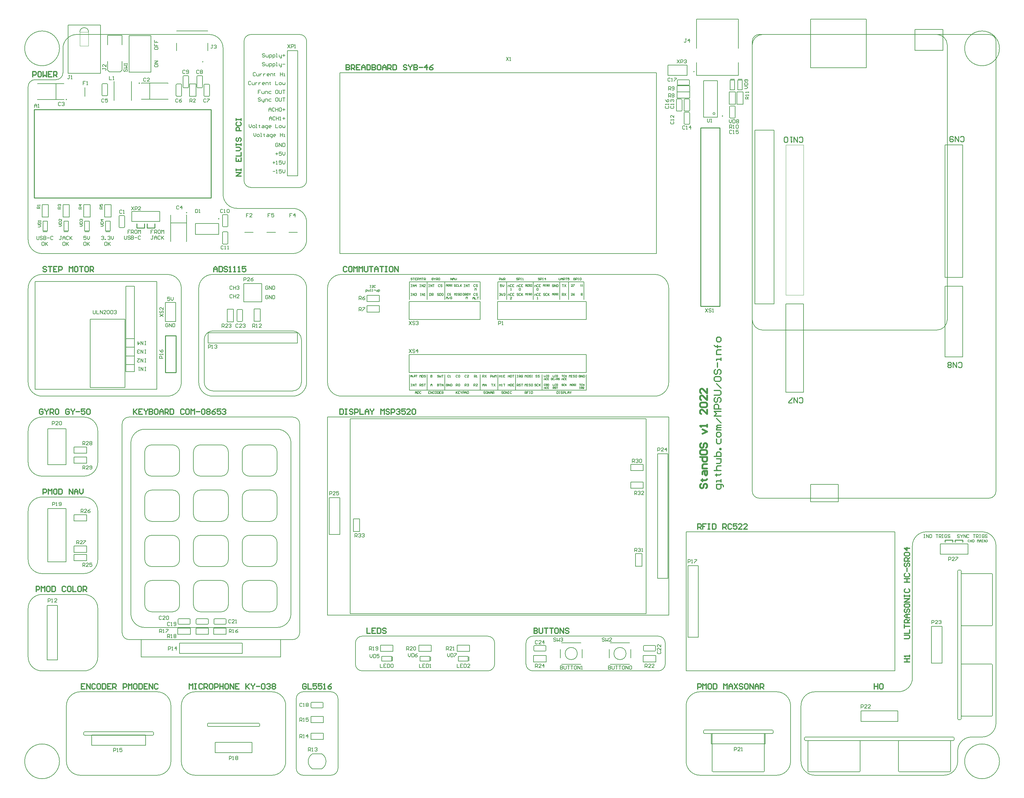
<source format=gto>
G04*
G04 #@! TF.GenerationSoftware,Altium Limited,Altium Designer,22.6.1 (34)*
G04*
G04 Layer_Color=65535*
%FSLAX24Y24*%
%MOIN*%
G70*
G04*
G04 #@! TF.SameCoordinates,DB5E7376-35C4-4558-AAA8-989BC4282307*
G04*
G04*
G04 #@! TF.FilePolarity,Positive*
G04*
G01*
G75*
%ADD10C,0.0059*%
%ADD11C,0.0100*%
%ADD12C,0.0079*%
%ADD13C,0.0050*%
%ADD14C,0.0039*%
%ADD15C,0.0118*%
%ADD16C,0.0197*%
D10*
X37402Y12992D02*
G03*
X38189Y12205I787J0D01*
G01*
Y16142D02*
G03*
X37402Y15354I0J-787D01*
G01*
X52362Y12205D02*
G03*
X53150Y12992I0J787D01*
G01*
Y15354D02*
G03*
X52362Y16142I-787J0D01*
G01*
X85039Y394D02*
G03*
X86614Y1969I0J1575D01*
G01*
X74803D02*
G03*
X76378Y394I1575J0D01*
G01*
X86614Y8268D02*
G03*
X85039Y9843I-1575J0D01*
G01*
X76378D02*
G03*
X74803Y8268I0J-1575D01*
G01*
X17520Y26772D02*
G03*
X16732Y27559I-787J0D01*
G01*
Y24016D02*
G03*
X17520Y24803I0J787D01*
G01*
X14370Y27559D02*
G03*
X13583Y26772I0J-787D01*
G01*
Y24803D02*
G03*
X14370Y24016I787J0D01*
G01*
X8268Y39370D02*
G03*
X6693Y40945I-1575J0D01*
G01*
Y34252D02*
G03*
X8268Y35827I0J1575D01*
G01*
X1969Y40945D02*
G03*
X394Y39370I0J-1575D01*
G01*
Y35827D02*
G03*
X1969Y34252I1575J0D01*
G01*
X83661Y5039D02*
G03*
X83583Y5118I-79J0D01*
G01*
Y787D02*
G03*
X83661Y866I0J79D01*
G01*
X77835Y5118D02*
G03*
X77756Y5039I0J-79D01*
G01*
Y866D02*
G03*
X77835Y787I79J0D01*
G01*
X84567Y5118D02*
G03*
X84646Y5197I0J79D01*
G01*
X76772D02*
G03*
X76850Y5118I79J0D01*
G01*
X84646Y5433D02*
G03*
X84567Y5512I-79J0D01*
G01*
X76850D02*
G03*
X76772Y5433I0J-79D01*
G01*
X23032Y31890D02*
G03*
X22244Y32677I-787J0D01*
G01*
Y29134D02*
G03*
X23032Y29921I0J787D01*
G01*
X19882Y32677D02*
G03*
X19094Y31890I0J-787D01*
G01*
Y29921D02*
G03*
X19882Y29134I787J0D01*
G01*
X8268Y30315D02*
G03*
X6693Y31890I-1575J0D01*
G01*
Y23228D02*
G03*
X8268Y24803I0J1575D01*
G01*
X1969Y31890D02*
G03*
X394Y30315I0J-1575D01*
G01*
Y24803D02*
G03*
X1969Y23228I1575J0D01*
G01*
X28543Y21654D02*
G03*
X27756Y22441I-787J0D01*
G01*
Y18898D02*
G03*
X28543Y19685I0J787D01*
G01*
X25394Y22441D02*
G03*
X24606Y21654I0J-787D01*
G01*
Y19685D02*
G03*
X25394Y18898I787J0D01*
G01*
X56693Y12992D02*
G03*
X57480Y12205I787J0D01*
G01*
Y16142D02*
G03*
X56693Y15354I0J-787D01*
G01*
X71654Y12205D02*
G03*
X72441Y12992I0J787D01*
G01*
Y15354D02*
G03*
X71654Y16142I-787J0D01*
G01*
X24803Y67717D02*
G03*
X25591Y66929I787J0D01*
G01*
Y84252D02*
G03*
X24803Y83465I0J-787D01*
G01*
X31102Y66929D02*
G03*
X31890Y67717I0J787D01*
G01*
Y83465D02*
G03*
X31102Y84252I-787J0D01*
G01*
X20748Y6299D02*
G03*
X20669Y6221I0J-79D01*
G01*
X26575D02*
G03*
X26496Y6299I-79J0D01*
G01*
X20669Y5984D02*
G03*
X20748Y5906I79J0D01*
G01*
X26496D02*
G03*
X26575Y5984I0J79D01*
G01*
X19291Y9843D02*
G03*
X17716Y8268I0J-1575D01*
G01*
X29528D02*
G03*
X27953Y9843I-1575J0D01*
G01*
X17716Y1969D02*
G03*
X19291Y394I1575J0D01*
G01*
X27953D02*
G03*
X29528Y1969I0J1575D01*
G01*
X14488Y4921D02*
G03*
X14567Y5000I0J79D01*
G01*
X6693D02*
G03*
X6772Y4921I79J0D01*
G01*
X14567Y5236D02*
G03*
X14488Y5315I-79J0D01*
G01*
X6772D02*
G03*
X6693Y5236I0J-79D01*
G01*
X31102Y40158D02*
G03*
X30315Y40945I-787J0D01*
G01*
Y15748D02*
G03*
X31102Y16535I0J787D01*
G01*
X11811Y40945D02*
G03*
X11024Y40158I0J-787D01*
G01*
Y16535D02*
G03*
X11811Y15748I787J0D01*
G01*
X23032Y26772D02*
G03*
X22244Y27559I-787J0D01*
G01*
Y24016D02*
G03*
X23032Y24803I0J787D01*
G01*
X19882Y27559D02*
G03*
X19094Y26772I0J-787D01*
G01*
Y24803D02*
G03*
X19882Y24016I787J0D01*
G01*
X104331Y83071D02*
G03*
X103150Y84252I-1181J0D01*
G01*
Y50787D02*
G03*
X104331Y51968I0J1181D01*
G01*
X83465Y84252D02*
G03*
X82283Y83071I0J-1181D01*
G01*
Y51968D02*
G03*
X83465Y50787I1181J0D01*
G01*
X28543Y31890D02*
G03*
X27756Y32677I-787J0D01*
G01*
Y29134D02*
G03*
X28543Y29921I0J787D01*
G01*
X25394Y32677D02*
G03*
X24606Y31890I0J-787D01*
G01*
Y29921D02*
G03*
X25394Y29134I787J0D01*
G01*
X17520Y21654D02*
G03*
X16732Y22441I-787J0D01*
G01*
Y18898D02*
G03*
X17520Y19685I0J787D01*
G01*
X14370Y22441D02*
G03*
X13583Y21654I0J-787D01*
G01*
Y19685D02*
G03*
X14370Y18898I787J0D01*
G01*
X23032Y21654D02*
G03*
X22244Y22441I-787J0D01*
G01*
Y18898D02*
G03*
X23032Y19685I0J787D01*
G01*
X19882Y22441D02*
G03*
X19094Y21654I0J-787D01*
G01*
Y19685D02*
G03*
X19882Y18898I787J0D01*
G01*
X31300Y49700D02*
G03*
X30300Y50700I-1000J0D01*
G01*
Y43900D02*
G03*
X31300Y44900I0J1000D01*
G01*
X21300Y50700D02*
G03*
X20300Y49700I0J-1000D01*
G01*
Y44900D02*
G03*
X21300Y43900I1000J0D01*
G01*
X14961Y394D02*
G03*
X16536Y1969I0J1575D01*
G01*
X4724D02*
G03*
X6299Y394I1575J0D01*
G01*
X16536Y8268D02*
G03*
X14961Y9843I-1575J0D01*
G01*
X6299D02*
G03*
X4724Y8268I0J-1575D01*
G01*
X28543Y37008D02*
G03*
X27756Y37795I-787J0D01*
G01*
Y34252D02*
G03*
X28543Y35039I0J787D01*
G01*
X25394Y37795D02*
G03*
X24606Y37008I0J-787D01*
G01*
Y35039D02*
G03*
X25394Y34252I787J0D01*
G01*
X23032Y37008D02*
G03*
X22244Y37795I-787J0D01*
G01*
Y34252D02*
G03*
X23032Y35039I0J787D01*
G01*
X19882Y37795D02*
G03*
X19094Y37008I0J-787D01*
G01*
Y35039D02*
G03*
X19882Y34252I787J0D01*
G01*
X34252Y44882D02*
G03*
X35827Y43307I1575J0D01*
G01*
Y57087D02*
G03*
X34252Y55512I0J-1575D01*
G01*
X71260Y43307D02*
G03*
X72835Y44882I0J1575D01*
G01*
Y55512D02*
G03*
X71260Y57087I-1575J0D01*
G01*
X105984Y12992D02*
G03*
X105906Y12913I0J-79D01*
G01*
X109449D02*
G03*
X109370Y12992I-79J0D01*
G01*
X105906Y7165D02*
G03*
X105984Y7087I79J0D01*
G01*
X109370D02*
G03*
X109449Y7165I0J79D01*
G01*
X28543Y26772D02*
G03*
X27756Y27559I-787J0D01*
G01*
Y24016D02*
G03*
X28543Y24803I0J787D01*
G01*
X25394Y27559D02*
G03*
X24606Y26772I0J-787D01*
G01*
Y24803D02*
G03*
X25394Y24016I787J0D01*
G01*
X88268Y4724D02*
G03*
X88189Y4646I0J-79D01*
G01*
X105118D02*
G03*
X105039Y4724I-79J0D01*
G01*
X88189Y4409D02*
G03*
X88268Y4331I79J0D01*
G01*
X105039D02*
G03*
X105118Y4409I0J79D01*
G01*
X17520Y37008D02*
G03*
X16732Y37795I-787J0D01*
G01*
Y34252D02*
G03*
X17520Y35039I0J787D01*
G01*
X14370Y37795D02*
G03*
X13583Y37008I0J-787D01*
G01*
Y35039D02*
G03*
X14370Y34252I787J0D01*
G01*
X8268Y19291D02*
G03*
X6693Y20866I-1575J0D01*
G01*
Y12205D02*
G03*
X8268Y13780I0J1575D01*
G01*
X1969Y20866D02*
G03*
X394Y19291I0J-1575D01*
G01*
Y13780D02*
G03*
X1969Y12205I1575J0D01*
G01*
X30118Y37992D02*
G03*
X28543Y39567I-1575J0D01*
G01*
Y17126D02*
G03*
X30118Y18701I0J1575D01*
G01*
X13583Y39567D02*
G03*
X12008Y37992I0J-1575D01*
G01*
Y18701D02*
G03*
X13583Y17126I1575J0D01*
G01*
X17520Y31890D02*
G03*
X16732Y32677I-787J0D01*
G01*
Y29134D02*
G03*
X17520Y29921I0J787D01*
G01*
X14370Y32677D02*
G03*
X13583Y31890I0J-787D01*
G01*
Y29921D02*
G03*
X14370Y29134I787J0D01*
G01*
X105984Y23228D02*
G03*
X105906Y23150I0J-79D01*
G01*
X109449D02*
G03*
X109370Y23228I-79J0D01*
G01*
X105906Y17402D02*
G03*
X105984Y17323I79J0D01*
G01*
X109370D02*
G03*
X109449Y17402I0J79D01*
G01*
X34646Y394D02*
G03*
X35433Y1181I0J787D01*
G01*
X30709D02*
G03*
X31496Y394I787J0D01*
G01*
X35433Y9055D02*
G03*
X34646Y9843I-787J0D01*
G01*
X31496D02*
G03*
X30709Y9055I0J-787D01*
G01*
X94488Y4252D02*
G03*
X94410Y4331I-79J0D01*
G01*
Y787D02*
G03*
X94488Y866I0J79D01*
G01*
X88661Y4331D02*
G03*
X88583Y4252I0J-79D01*
G01*
Y866D02*
G03*
X88661Y787I79J0D01*
G01*
X394Y44882D02*
G03*
X1969Y43307I1575J0D01*
G01*
Y57087D02*
G03*
X394Y55512I0J-1575D01*
G01*
X16142Y43307D02*
G03*
X17717Y44882I0J1575D01*
G01*
Y55512D02*
G03*
X16142Y57087I-1575J0D01*
G01*
X104724Y4252D02*
G03*
X104646Y4331I-79J0D01*
G01*
Y787D02*
G03*
X104724Y866I0J79D01*
G01*
X98898Y4331D02*
G03*
X98819Y4252I0J-79D01*
G01*
Y866D02*
G03*
X98898Y787I79J0D01*
G01*
X19685Y44882D02*
G03*
X21260Y43307I1575J0D01*
G01*
Y57087D02*
G03*
X19685Y55512I0J-1575D01*
G01*
X30315Y43307D02*
G03*
X31890Y44882I0J1575D01*
G01*
Y55512D02*
G03*
X30315Y57087I-1575J0D01*
G01*
X105512Y6772D02*
G03*
X105591Y6693I79J0D01*
G01*
Y23622D02*
G03*
X105512Y23543I0J-79D01*
G01*
X105827Y6693D02*
G03*
X105906Y6772I0J79D01*
G01*
Y23543D02*
G03*
X105827Y23622I-79J0D01*
G01*
X109843Y83465D02*
G03*
X109055Y84252I-787J0D01*
G01*
Y31756D02*
G03*
X109843Y32543I0J787D01*
G01*
X83071Y84252D02*
G03*
X82283Y83465I0J-787D01*
G01*
Y32543D02*
G03*
X83071Y31756I787J0D01*
G01*
X78071Y75295D02*
G03*
X78071Y75295I-118J0D01*
G01*
X78967Y75020D02*
G03*
X78967Y75020I-49J0D01*
G01*
X62500Y14173D02*
G03*
X62500Y14173I-689J0D01*
G01*
X68012D02*
G03*
X68012Y14173I-689J0D01*
G01*
X33618Y1127D02*
G03*
X33618Y2810I-547J842D01*
G01*
X32524D02*
G03*
X32524Y1127I547J-842D01*
G01*
X75728Y80039D02*
G03*
X75728Y80039I-39J0D01*
G01*
X7224Y84528D02*
G03*
X6240Y84528I-492J0D01*
G01*
X21998Y63396D02*
G03*
X21998Y63396I-49J0D01*
G01*
X58957Y14980D02*
G03*
X58858Y15079I-98J0D01*
G01*
X57677D02*
G03*
X57579Y14980I0J-98D01*
G01*
Y14547D02*
G03*
X57677Y14449I98J0D01*
G01*
X58858D02*
G03*
X58957Y14547I0J98D01*
G01*
X24547Y51752D02*
G03*
X24646Y51850I0J98D01*
G01*
Y53032D02*
G03*
X24547Y53130I-98J0D01*
G01*
X24114D02*
G03*
X24016Y53032I0J-98D01*
G01*
Y51850D02*
G03*
X24114Y51752I98J0D01*
G01*
X69980Y14547D02*
G03*
X70079Y14449I98J0D01*
G01*
X71260D02*
G03*
X71358Y14547I0J98D01*
G01*
Y14980D02*
G03*
X71260Y15079I-98J0D01*
G01*
X70079D02*
G03*
X69980Y14980I0J-98D01*
G01*
X22776Y18012D02*
G03*
X22677Y18110I-98J0D01*
G01*
X21496D02*
G03*
X21398Y18012I0J-98D01*
G01*
Y17579D02*
G03*
X21496Y17480I98J0D01*
G01*
X22677D02*
G03*
X22776Y17579I0J98D01*
G01*
X18720Y18012D02*
G03*
X18622Y18110I-98J0D01*
G01*
X17441D02*
G03*
X17343Y18012I0J-98D01*
G01*
Y17579D02*
G03*
X17441Y17480I98J0D01*
G01*
X18622D02*
G03*
X18720Y17579I0J98D01*
G01*
X20768Y18012D02*
G03*
X20669Y18110I-98J0D01*
G01*
X19488D02*
G03*
X19390Y18012I0J-98D01*
G01*
Y17579D02*
G03*
X19488Y17480I98J0D01*
G01*
X20669D02*
G03*
X20768Y17579I0J98D01*
G01*
X32382Y8130D02*
G03*
X32480Y8031I98J0D01*
G01*
X33661D02*
G03*
X33760Y8130I0J98D01*
G01*
Y8563D02*
G03*
X33661Y8661I-98J0D01*
G01*
X32480D02*
G03*
X32382Y8563I0J-98D01*
G01*
X73799Y78602D02*
G03*
X73898Y78504I98J0D01*
G01*
X75079D02*
G03*
X75177Y78602I0J98D01*
G01*
Y79035D02*
G03*
X75079Y79134I-98J0D01*
G01*
X73898D02*
G03*
X73799Y79035I0J-98D01*
G01*
Y76949D02*
G03*
X73701Y76850I0J-98D01*
G01*
Y75669D02*
G03*
X73799Y75571I98J0D01*
G01*
X74232D02*
G03*
X74331Y75669I0J98D01*
G01*
Y76850D02*
G03*
X74232Y76949I-98J0D01*
G01*
X79823Y76161D02*
G03*
X79724Y76063I0J-98D01*
G01*
Y74882D02*
G03*
X79823Y74783I98J0D01*
G01*
X80256D02*
G03*
X80354Y74882I0J98D01*
G01*
Y76063D02*
G03*
X80256Y76161I-98J0D01*
G01*
X75098Y74075D02*
G03*
X75197Y74173I0J98D01*
G01*
Y75354D02*
G03*
X75098Y75453I-98J0D01*
G01*
X74665D02*
G03*
X74567Y75354I0J-98D01*
G01*
Y74173D02*
G03*
X74665Y74075I98J0D01*
G01*
Y76949D02*
G03*
X74567Y76850I0J-98D01*
G01*
Y75669D02*
G03*
X74665Y75571I98J0D01*
G01*
X75098D02*
G03*
X75197Y75669I0J98D01*
G01*
Y76850D02*
G03*
X75098Y76949I-98J0D01*
G01*
X22894Y60532D02*
G03*
X22992Y60630I0J98D01*
G01*
Y61811D02*
G03*
X22894Y61909I-98J0D01*
G01*
X22461D02*
G03*
X22362Y61811I0J-98D01*
G01*
Y60630D02*
G03*
X22461Y60532I98J0D01*
G01*
Y63858D02*
G03*
X22362Y63760I0J-98D01*
G01*
Y62579D02*
G03*
X22461Y62480I98J0D01*
G01*
X22894D02*
G03*
X22992Y62579I0J98D01*
G01*
Y63760D02*
G03*
X22894Y63858I-98J0D01*
G01*
X18012Y79587D02*
G03*
X17913Y79488I0J-98D01*
G01*
Y78307D02*
G03*
X18012Y78209I98J0D01*
G01*
X18445D02*
G03*
X18543Y78307I0J98D01*
G01*
Y79488D02*
G03*
X18445Y79587I-98J0D01*
G01*
X19587D02*
G03*
X19488Y79488I0J-98D01*
G01*
Y78307D02*
G03*
X19587Y78209I98J0D01*
G01*
X20020D02*
G03*
X20118Y78307I0J98D01*
G01*
Y79488D02*
G03*
X20020Y79587I-98J0D01*
G01*
X20807Y77244D02*
G03*
X20906Y77343I0J98D01*
G01*
Y78524D02*
G03*
X20807Y78622I-98J0D01*
G01*
X20374D02*
G03*
X20276Y78524I0J-98D01*
G01*
Y77343D02*
G03*
X20374Y77244I98J0D01*
G01*
X17657Y77264D02*
G03*
X17756Y77362I0J98D01*
G01*
Y78543D02*
G03*
X17657Y78642I-98J0D01*
G01*
X17224D02*
G03*
X17126Y78543I0J-98D01*
G01*
Y77362D02*
G03*
X17224Y77264I98J0D01*
G01*
X9272Y77303D02*
G03*
X9370Y77402I0J98D01*
G01*
Y78583D02*
G03*
X9272Y78681I-98J0D01*
G01*
X8839D02*
G03*
X8740Y78583I0J-98D01*
G01*
Y77402D02*
G03*
X8839Y77303I98J0D01*
G01*
X18356Y64075D02*
G03*
X18356Y64075I-49J0D01*
G01*
X4754Y76890D02*
G03*
X4754Y76890I-49J0D01*
G01*
X13022Y78740D02*
G03*
X13022Y78740I-49J0D01*
G01*
X10768Y63760D02*
G03*
X10669Y63661I0J-98D01*
G01*
Y62480D02*
G03*
X10768Y62382I98J0D01*
G01*
X11201D02*
G03*
X11299Y62480I0J98D01*
G01*
Y63661D02*
G03*
X11201Y63760I-98J0D01*
G01*
X20176Y81161D02*
G03*
X20176Y81161I-39J0D01*
G01*
X3937Y1969D02*
G03*
X3937Y1969I-1969J0D01*
G01*
X22441Y66142D02*
G03*
X24016Y64567I1575J0D01*
G01*
X22441Y82677D02*
G03*
X20866Y84252I-1575J0D01*
G01*
X31890Y62992D02*
G03*
X30315Y64567I-1575J0D01*
G01*
X30315Y59449D02*
G03*
X31890Y61024I0J1575D01*
G01*
X1181Y79134D02*
G03*
X394Y78346I0J-787D01*
G01*
X5906Y84252D02*
G03*
X4331Y82677I0J-1575D01*
G01*
X3543Y79134D02*
G03*
X4331Y79921I0J787D01*
G01*
X394Y61024D02*
G03*
X1969Y59449I1575J0D01*
G01*
X101968Y27953D02*
G03*
X100394Y26378I0J-1575D01*
G01*
X109843Y26378D02*
G03*
X108268Y27953I-1575J0D01*
G01*
X108268Y4724D02*
G03*
X109843Y6299I0J1575D01*
G01*
X107087Y4724D02*
G03*
X105512Y3150I0J-1575D01*
G01*
X98819Y9843D02*
G03*
X100394Y11417I0J1575D01*
G01*
X103937Y394D02*
G03*
X105512Y1969I0J1575D01*
G01*
X89370Y9843D02*
G03*
X87795Y8268I0J-1575D01*
G01*
X87795Y1969D02*
G03*
X89370Y394I1575J0D01*
G01*
X3937Y82677D02*
G03*
X3937Y82677I-1969J0D01*
G01*
X110236D02*
G03*
X110236Y82677I-1969J0D01*
G01*
Y1969D02*
G03*
X110236Y1969I-1969J0D01*
G01*
X38189Y16142D02*
X52362D01*
X38189Y12205D02*
X52362D01*
X37402Y12992D02*
Y15354D01*
X53150Y12992D02*
Y15354D01*
X74803Y1969D02*
Y8268D01*
X86614Y1969D02*
Y8268D01*
X76378Y394D02*
X85039D01*
X76378Y9843D02*
X85039D01*
X7402Y44291D02*
X11339D01*
X7402Y52008D02*
X11339D01*
Y44291D02*
Y52008D01*
X7402Y44291D02*
Y52008D01*
X14370Y24016D02*
X16732D01*
X14370Y27559D02*
X16732D01*
X17520Y24803D02*
Y26772D01*
X13583Y24803D02*
Y26772D01*
X35630Y79921D02*
X71457D01*
X35630Y59449D02*
X71457D01*
X35630D02*
Y79921D01*
X71457Y59449D02*
Y79921D01*
X1969Y34252D02*
X6693D01*
X1969Y40945D02*
X6693D01*
X8268Y35827D02*
Y39370D01*
X394Y35827D02*
Y39370D01*
X77835Y787D02*
X83583D01*
X77835Y5118D02*
X83583D01*
X83661Y866D02*
Y5039D01*
X77756Y866D02*
Y5039D01*
X76772Y5197D02*
Y5433D01*
X84646Y5197D02*
Y5433D01*
X76850Y5118D02*
X84567D01*
X76850Y5512D02*
X84567D01*
X34252Y18504D02*
Y40945D01*
X72835Y18504D02*
Y40945D01*
X34252Y18504D02*
X72835D01*
X34252Y40945D02*
X72835D01*
X19882Y29134D02*
X22244D01*
X19882Y32677D02*
X22244D01*
X23032Y29921D02*
Y31890D01*
X19094Y29921D02*
Y31890D01*
X1969Y23228D02*
X6693D01*
X1969Y31890D02*
X6693D01*
X8268Y24803D02*
Y30315D01*
X394Y24803D02*
Y30315D01*
X25394Y18898D02*
X27756D01*
X25394Y22441D02*
X27756D01*
X28543Y19685D02*
Y21654D01*
X24606Y19685D02*
Y21654D01*
X57480Y16142D02*
X71654D01*
X57480Y12205D02*
X71654D01*
X56693Y12992D02*
Y15354D01*
X72441Y12992D02*
Y15354D01*
X82579Y53740D02*
X84744D01*
X82579Y73425D02*
X84744D01*
Y53740D02*
Y73425D01*
X82579Y53740D02*
Y73425D01*
X25591Y84252D02*
X31102D01*
X25591Y66929D02*
X31102D01*
X24803Y67717D02*
Y83465D01*
X31890Y67717D02*
Y83465D01*
X26575Y5984D02*
Y6221D01*
X20669Y5984D02*
Y6221D01*
X20748Y6299D02*
X26496D01*
X20748Y5906D02*
X26496D01*
X29528Y1969D02*
Y8268D01*
X17716Y1969D02*
Y8268D01*
X19291Y9843D02*
X27953D01*
X19291Y394D02*
X27953D01*
X6693Y5000D02*
Y5236D01*
X14567Y5000D02*
Y5236D01*
X6772Y4921D02*
X14488D01*
X6772Y5315D02*
X14488D01*
X11811Y15748D02*
X30315D01*
X11811Y40945D02*
X30315D01*
X31102Y16535D02*
Y40158D01*
X11024Y16535D02*
Y40158D01*
X19882Y24016D02*
X22244D01*
X19882Y27559D02*
X22244D01*
X23032Y24803D02*
Y26772D01*
X19094Y24803D02*
Y26772D01*
X83465Y50787D02*
X103150D01*
X83465Y84252D02*
X103150D01*
X104331Y51968D02*
Y83071D01*
X82283Y51968D02*
Y83071D01*
X25394Y29134D02*
X27756D01*
X25394Y32677D02*
X27756D01*
X28543Y29921D02*
Y31890D01*
X24606Y29921D02*
Y31890D01*
X14370Y18898D02*
X16732D01*
X14370Y22441D02*
X16732D01*
X17520Y19685D02*
Y21654D01*
X13583Y19685D02*
Y21654D01*
X19882Y18898D02*
X22244D01*
X19882Y22441D02*
X22244D01*
X23032Y19685D02*
Y21654D01*
X19094Y19685D02*
Y21654D01*
X21300Y43900D02*
X30300D01*
X21300Y50700D02*
X30300D01*
X31300Y44900D02*
Y49700D01*
X20300Y44900D02*
Y49700D01*
X11437Y55748D02*
X12421D01*
X11437Y46083D02*
X12421D01*
X11437D02*
Y55748D01*
X12421Y46083D02*
Y55748D01*
X4724Y1969D02*
Y8268D01*
X16536Y1969D02*
Y8268D01*
X6299Y394D02*
X14961D01*
X6299Y9843D02*
X14961D01*
X25394Y34252D02*
X27756D01*
X25394Y37795D02*
X27756D01*
X28543Y35039D02*
Y37008D01*
X24606Y35039D02*
Y37008D01*
X19882Y34252D02*
X22244D01*
X19882Y37795D02*
X22244D01*
X23032Y35039D02*
Y37008D01*
X19094Y35039D02*
Y37008D01*
X35827Y57087D02*
X71260D01*
X35827Y43307D02*
X71260D01*
X34252Y44882D02*
Y55512D01*
X72835Y44882D02*
Y55512D01*
X109449Y7165D02*
Y12913D01*
X105906Y7165D02*
Y12913D01*
X105984Y12992D02*
X109370D01*
X105984Y7087D02*
X109370D01*
X25394Y24016D02*
X27756D01*
X25394Y27559D02*
X27756D01*
X28543Y24803D02*
Y26772D01*
X24606Y24803D02*
Y26772D01*
X105118Y4409D02*
Y4646D01*
X88189Y4409D02*
Y4646D01*
X88268Y4724D02*
X105039D01*
X88268Y4331D02*
X105039D01*
X14370Y34252D02*
X16732D01*
X14370Y37795D02*
X16732D01*
X17520Y35039D02*
Y37008D01*
X13583Y35039D02*
Y37008D01*
X36811Y18701D02*
Y40748D01*
X70276Y18701D02*
Y40748D01*
X36811Y18701D02*
X70276D01*
X36811Y40748D02*
X70276D01*
X1969Y12205D02*
X6693D01*
X1969Y20866D02*
X6693D01*
X8268Y13780D02*
Y19291D01*
X394Y13780D02*
Y19291D01*
X13583Y17126D02*
X28543D01*
X13583Y39567D02*
X28543D01*
X30118Y18701D02*
Y37992D01*
X12008Y18701D02*
Y37992D01*
X14370Y29134D02*
X16732D01*
X14370Y32677D02*
X16732D01*
X17520Y29921D02*
Y31890D01*
X13583Y29921D02*
Y31890D01*
X109449Y17402D02*
Y23150D01*
X105906Y17402D02*
Y23150D01*
X105984Y23228D02*
X109370D01*
X105984Y17323D02*
X109370D01*
X30709Y1181D02*
Y9055D01*
X35433Y1181D02*
Y9055D01*
X31496Y394D02*
X34646D01*
X31496Y9843D02*
X34646D01*
X88661Y787D02*
X94410D01*
X88661Y4331D02*
X94410D01*
X94488Y866D02*
Y4252D01*
X88583Y866D02*
Y4252D01*
X13189Y13780D02*
X28937D01*
X13189Y15748D02*
X28937D01*
Y13780D02*
Y15748D01*
X13189Y13780D02*
Y15748D01*
X1969Y57087D02*
X16142D01*
X1969Y43307D02*
X16142D01*
X394Y44882D02*
Y55512D01*
X17717Y44882D02*
Y55512D01*
X74803Y12205D02*
Y27953D01*
X98425Y12205D02*
Y27953D01*
X74803Y12205D02*
X98425D01*
X74803Y27953D02*
X98425D01*
X1181Y44094D02*
X14961D01*
X1181Y56299D02*
X14961D01*
Y44094D02*
Y56299D01*
X1181Y44094D02*
Y56299D01*
X98898Y787D02*
X104646D01*
X98898Y4331D02*
X104646D01*
X104724Y866D02*
Y4252D01*
X98819Y866D02*
Y4252D01*
X21260Y57087D02*
X30315D01*
X21260Y43307D02*
X30315D01*
X19685Y44882D02*
Y55512D01*
X31890Y44882D02*
Y55512D01*
X105591Y23622D02*
X105827D01*
X105591Y6693D02*
X105827D01*
X105512Y6772D02*
Y23543D01*
X105906Y6772D02*
Y23543D01*
X10768Y63760D02*
X11201D01*
X11299Y62480D02*
Y63661D01*
X10768Y62382D02*
X11201Y62382D01*
X10669Y63661D02*
X10669Y62480D01*
X87795Y1969D02*
Y8268D01*
X89370Y394D02*
X103937D01*
X89370Y9843D02*
X98819D01*
X105512Y1969D02*
Y3150D01*
X100394Y26378D02*
X100394Y11417D01*
X109843Y26378D02*
X109843Y6299D01*
X101968Y27953D02*
X108268Y27953D01*
X107087Y4724D02*
X108268D01*
X11437Y49823D02*
X12421D01*
X11437Y47854D02*
X12421D01*
X11437Y46870D02*
X12421D01*
X11437Y48839D02*
X12421D01*
X394Y78346D02*
X394Y61024D01*
X1969Y59449D02*
X30315D01*
X4331Y79921D02*
Y82677D01*
X1181Y79134D02*
X3543D01*
X22441Y66142D02*
X22441Y82677D01*
X31890Y61024D02*
X31890Y62992D01*
X5906Y84252D02*
X20866Y84252D01*
X24016Y64567D02*
X30315Y64567D01*
X4429Y62008D02*
X4941D01*
X4429D02*
Y63110D01*
X4941D01*
Y62008D02*
Y63110D01*
X7303Y62008D02*
Y63110D01*
X6791Y62008D02*
X7303D01*
X6791Y63110D02*
X7303D01*
X6791Y62008D02*
Y63110D01*
X17913Y79488D02*
X17913Y78307D01*
X19587Y78209D02*
X20020Y78209D01*
X18543Y78307D02*
Y79488D01*
X20118Y78307D02*
Y79488D01*
X19587Y79587D02*
X20020D01*
X18012Y78209D02*
X18445Y78209D01*
X18012Y79587D02*
X18445D01*
X57677Y14449D02*
X58858D01*
X58957Y14547D02*
Y14980D01*
X57579Y14547D02*
X57579Y14980D01*
X57677Y15079D02*
X58858Y15079D01*
X24114Y53130D02*
X24547Y53130D01*
X24016Y51850D02*
Y53032D01*
X24114Y51752D02*
X24547D01*
X74665Y75453D02*
X75098Y75453D01*
X74567Y74173D02*
Y75354D01*
X74665Y74075D02*
X75098D01*
X75197Y75354D02*
X75197Y74173D01*
X75197Y75669D02*
Y76850D01*
X74665Y76949D02*
X75098D01*
X74665Y75571D02*
X75098Y75571D01*
X74567Y76850D02*
X74567Y75669D01*
X32480Y8031D02*
X33661Y8031D01*
X75177Y78602D02*
X75177Y79035D01*
X73898Y79134D02*
X75079D01*
X73799Y78602D02*
Y79035D01*
X73898Y78504D02*
X75079Y78504D01*
X32480Y8661D02*
X33661D01*
X33760Y8130D02*
X33760Y8563D01*
X19488Y18110D02*
X20669Y18110D01*
X32382Y8130D02*
Y8563D01*
X8839Y78681D02*
X9272Y78681D01*
X17224Y78642D02*
X17657Y78642D01*
X8740Y77402D02*
Y78583D01*
X8839Y77303D02*
X9272D01*
X20906Y78524D02*
X20906Y77343D01*
X17224Y77264D02*
X17657D01*
X20276Y77343D02*
Y78524D01*
X20374Y77244D02*
X20807D01*
X19488Y79488D02*
X19488Y78307D01*
X20374Y78622D02*
X20807Y78622D01*
X17126Y77362D02*
Y78543D01*
X17756D02*
X17756Y77362D01*
X22461Y63858D02*
X22894D01*
X22461Y62480D02*
X22894Y62480D01*
X22992Y61811D02*
X22992Y60630D01*
X22362Y63760D02*
X22362Y62579D01*
Y60630D02*
Y61811D01*
X22461Y60532D02*
X22894D01*
X22461Y61909D02*
X22894Y61909D01*
X22992Y62579D02*
Y63760D01*
X17441Y17480D02*
X18622D01*
X20768Y17579D02*
Y18012D01*
X17343Y17579D02*
X17343Y18012D01*
X18720Y17579D02*
Y18012D01*
X21496Y18110D02*
X22677Y18110D01*
X19488Y17480D02*
X20669D01*
X17441Y18110D02*
X18622Y18110D01*
X19390Y17579D02*
X19390Y18012D01*
X9370Y78583D02*
X9370Y77402D01*
X80295Y77992D02*
Y79094D01*
X49055Y13327D02*
X50157D01*
X45827Y13327D02*
Y13839D01*
X79783Y77992D02*
X80295D01*
X44724Y13327D02*
X45827D01*
X79783Y77992D02*
Y79094D01*
X44724Y13327D02*
Y13839D01*
X45827D01*
X49055Y13327D02*
Y13839D01*
X50157D01*
X79783Y79094D02*
X80295D01*
X50157Y13327D02*
Y13839D01*
X81161Y77992D02*
Y79094D01*
X80650Y77992D02*
X81161D01*
X80650Y79094D02*
X81161D01*
X80650Y77992D02*
Y79094D01*
X73799Y75571D02*
X74232Y75571D01*
X73799Y76949D02*
X74232D01*
X79724Y76063D02*
X79724Y74882D01*
X73701Y76850D02*
X73701Y75669D01*
X74331D02*
Y76850D01*
X80354Y74882D02*
Y76063D01*
X79823Y76161D02*
X80256D01*
X79823Y74783D02*
X80256Y74783D01*
X2067Y62008D02*
X2579D01*
X2067D02*
Y63110D01*
X2579D01*
Y62008D02*
Y63110D01*
X9665Y62008D02*
Y63110D01*
X9154D02*
X9665D01*
X9154Y62008D02*
Y63110D01*
Y62008D02*
X9665D01*
X40394Y13839D02*
X41496D01*
Y13327D02*
Y13839D01*
X40394Y13327D02*
Y13839D01*
Y13327D02*
X41496D01*
X8563Y79843D02*
Y85315D01*
X4902Y79843D02*
Y85315D01*
Y79843D02*
X8563D01*
X4902Y85315D02*
X8563D01*
X70079Y14449D02*
X71260Y14449D01*
X21398Y17579D02*
X21398Y18012D01*
X21496Y17480D02*
X22677D01*
X22776Y17579D02*
Y18012D01*
X24646Y53032D02*
X24646Y51850D01*
X71358Y14547D02*
X71358Y14980D01*
X70079Y15079D02*
X71260D01*
X69980Y14547D02*
Y14980D01*
X104063Y71752D02*
X106063D01*
X104063Y56752D02*
X106063D01*
X104063D02*
Y71752D01*
X106063Y56752D02*
Y71752D01*
X104063Y55752D02*
X106063D01*
X104063Y47752D02*
X106063D01*
X104063D02*
Y55752D01*
X106063Y47752D02*
Y55752D01*
X88878Y85984D02*
X95177D01*
X88878Y80472D02*
X95177D01*
X88878D02*
Y85984D01*
X95177Y80472D02*
Y85984D01*
X103839Y82441D02*
Y84803D01*
X100689Y82441D02*
Y84803D01*
Y82441D02*
X103839D01*
X100689Y84803D02*
X103839D01*
X109843Y32543D02*
Y83465D01*
X82283Y32543D02*
Y83465D01*
X83071Y31756D02*
X109055D01*
X83071Y84252D02*
X109055D01*
X92028Y31362D02*
Y33331D01*
X88878Y31362D02*
Y33331D01*
Y31362D02*
X92028D01*
X88878Y33331D02*
X92028D01*
X88063Y43752D02*
Y53752D01*
X86063Y43752D02*
Y53752D01*
Y43752D02*
X88063D01*
X86063Y53752D02*
X88063D01*
X43465Y45976D02*
Y48024D01*
X63508D01*
X43465Y45976D02*
X63508D01*
X63508D02*
Y48024D01*
X43465Y54024D02*
X51508D01*
X43465Y51976D02*
Y54024D01*
Y51976D02*
X51508D01*
X51508D02*
Y54024D01*
X37165Y27992D02*
Y29409D01*
X37874D01*
Y27992D02*
Y29409D01*
X37165Y27992D02*
X37874D01*
X68543Y32874D02*
X69961D01*
X68543D02*
Y33583D01*
X69961D01*
Y32874D02*
Y33583D01*
X69803Y24055D02*
Y25472D01*
X69094Y24055D02*
X69803D01*
X69094D02*
Y25472D01*
X69803D01*
X68543Y35591D02*
X69961D01*
Y34882D02*
Y35591D01*
X68543Y34882D02*
X69961D01*
X68543D02*
Y35591D01*
X5591Y35709D02*
X7008D01*
X5591D02*
Y36417D01*
X7008D01*
Y35709D02*
Y36417D01*
X5591Y37559D02*
X7008D01*
Y36850D02*
Y37559D01*
X5591Y36850D02*
X7008D01*
X5591D02*
Y37559D01*
Y26339D02*
X7008D01*
Y25630D02*
Y26339D01*
X5591Y25630D02*
X7008D01*
X5591D02*
Y26339D01*
Y29882D02*
X7008D01*
Y29173D02*
Y29882D01*
X5591Y29173D02*
X7008D01*
X5591D02*
Y29882D01*
Y25394D02*
X7008D01*
Y24685D02*
Y25394D01*
X5591Y24685D02*
X7008D01*
X5591D02*
Y25394D01*
X57559Y13228D02*
X58976D01*
X57559D02*
Y13937D01*
X58976D01*
Y13228D02*
Y13937D01*
X23622Y51732D02*
Y53150D01*
X22913Y51732D02*
X23622D01*
X22913D02*
Y53150D01*
X23622D01*
X69961Y13937D02*
X71378D01*
Y13228D02*
Y13937D01*
X69961Y13228D02*
X71378D01*
X69961D02*
Y13937D01*
X48898Y15118D02*
X50315D01*
Y14409D02*
Y15118D01*
X48898Y14409D02*
X50315D01*
X48898D02*
Y15118D01*
X44567Y15118D02*
X45984D01*
Y14409D02*
Y15118D01*
X44567Y14409D02*
X45984D01*
X44567D02*
Y15118D01*
X40236Y15118D02*
X41654D01*
Y14409D02*
Y15118D01*
X40236Y14409D02*
X41654D01*
X40236D02*
Y15118D01*
X19370Y17047D02*
X20787D01*
Y16339D02*
Y17047D01*
X19370Y16339D02*
X20787D01*
X19370D02*
Y17047D01*
X17323D02*
X18740D01*
Y16339D02*
Y17047D01*
X17323Y16339D02*
X18740D01*
X17323D02*
Y17047D01*
X21378D02*
X22795D01*
Y16339D02*
Y17047D01*
X21378Y16339D02*
X22795D01*
X21378D02*
Y17047D01*
X32362Y7047D02*
X33780D01*
Y6339D02*
Y7047D01*
X32362Y6339D02*
X33780D01*
X32362D02*
Y7047D01*
Y5157D02*
X33780D01*
Y4449D02*
Y5157D01*
X32362Y4449D02*
X33780D01*
X32362D02*
Y5157D01*
X25945Y51772D02*
Y53189D01*
X26654D01*
Y51772D02*
Y53189D01*
X25945Y51772D02*
X26654D01*
X80551Y76339D02*
Y77756D01*
X81260D01*
Y76339D02*
Y77756D01*
X80551Y76339D02*
X81260D01*
X79685D02*
Y77756D01*
X80394D01*
Y76339D02*
Y77756D01*
X79685Y76339D02*
X80394D01*
X73780Y77756D02*
X75197D01*
X73780D02*
Y78465D01*
X75197D01*
Y77756D02*
Y78465D01*
X73780Y77047D02*
X75197D01*
X73780D02*
Y77756D01*
X75197D01*
Y77047D02*
Y77756D01*
X38701Y53543D02*
X40118D01*
Y52835D02*
Y53543D01*
X38701Y52835D02*
X40118D01*
X38701D02*
Y53543D01*
X38701Y54724D02*
X40118D01*
Y54016D02*
Y54724D01*
X38701Y54016D02*
X40118D01*
X38701D02*
Y54724D01*
X9055Y63583D02*
Y65000D01*
X9764D01*
Y63583D02*
Y65000D01*
X9055Y63583D02*
X9764D01*
X6693D02*
Y65000D01*
X7402D01*
Y63583D02*
Y65000D01*
X6693Y63583D02*
X7402D01*
X4331D02*
Y65000D01*
X5039D01*
Y63583D02*
Y65000D01*
X4331Y63583D02*
X5039D01*
X19370Y77244D02*
Y78661D01*
X18661Y77244D02*
X19370D01*
X18661D02*
Y78661D01*
X19370D01*
X1969Y63583D02*
Y65000D01*
X2677D01*
Y63583D02*
Y65000D01*
X1969Y63583D02*
X2677D01*
X24764Y53976D02*
X26811D01*
X24764D02*
Y56047D01*
Y56047D02*
X26811D01*
Y53976D02*
Y56047D01*
X4673Y35563D02*
Y39606D01*
X2626D02*
X4673D01*
X2626Y35563D02*
Y39606D01*
Y35563D02*
X4673D01*
X2626Y30594D02*
X4673D01*
Y24551D02*
Y30594D01*
X2626Y24551D02*
Y30594D01*
Y24551D02*
X4673D01*
X53465Y51976D02*
Y54024D01*
X63508D01*
X53465Y51976D02*
X63508D01*
X63508D02*
Y54024D01*
X7750Y53012D02*
Y52684D01*
X7816Y52618D01*
X7947D01*
X8013Y52684D01*
Y53012D01*
X8144D02*
Y52618D01*
X8406D01*
X8537D02*
Y53012D01*
X8800Y52618D01*
Y53012D01*
X9193Y52618D02*
X8931D01*
X9193Y52880D01*
Y52946D01*
X9128Y53012D01*
X8997D01*
X8931Y52946D01*
X9324D02*
X9390Y53012D01*
X9521D01*
X9587Y52946D01*
Y52684D01*
X9521Y52618D01*
X9390D01*
X9324Y52684D01*
Y52946D01*
X9718D02*
X9784Y53012D01*
X9915D01*
X9980Y52946D01*
Y52684D01*
X9915Y52618D01*
X9784D01*
X9718Y52684D01*
Y52946D01*
X10112D02*
X10177Y53012D01*
X10308D01*
X10374Y52946D01*
Y52880D01*
X10308Y52815D01*
X10243D01*
X10308D01*
X10374Y52749D01*
Y52684D01*
X10308Y52618D01*
X10177D01*
X10112Y52684D01*
X106766Y26791D02*
X106674Y26883D01*
Y26975D01*
X106766Y27067D01*
X106904D02*
Y26791D01*
Y26929D01*
X107087D01*
Y27067D01*
Y26791D01*
X107179Y27021D02*
X107225Y27067D01*
X107317D01*
X107363Y27021D01*
Y26837D01*
X107317Y26791D01*
X107225D01*
X107179Y26837D01*
Y27021D01*
X107730Y26791D02*
Y27067D01*
X107822Y26975D01*
X107914Y27067D01*
Y26791D01*
X108006D02*
Y26975D01*
X108097Y27067D01*
X108189Y26975D01*
Y26791D01*
Y26929D01*
X108006D01*
X108281Y27067D02*
X108373D01*
X108327D01*
Y26791D01*
X108281D01*
X108373D01*
X108511D02*
Y27067D01*
X108694Y26791D01*
Y27067D01*
X108786Y26791D02*
X108878Y26883D01*
Y26975D01*
X108786Y27067D01*
X68727Y35787D02*
Y36181D01*
X68924D01*
X68990Y36115D01*
Y35984D01*
X68924Y35919D01*
X68727D01*
X68858D02*
X68990Y35787D01*
X69121Y36115D02*
X69186Y36181D01*
X69318D01*
X69383Y36115D01*
Y36050D01*
X69318Y35984D01*
X69252D01*
X69318D01*
X69383Y35919D01*
Y35853D01*
X69318Y35787D01*
X69186D01*
X69121Y35853D01*
X69514Y36115D02*
X69580Y36181D01*
X69711D01*
X69777Y36115D01*
Y35853D01*
X69711Y35787D01*
X69580D01*
X69514Y35853D01*
Y36115D01*
X28063Y68756D02*
X28326D01*
X28457Y68559D02*
X28588D01*
X28523D01*
Y68953D01*
X28457Y68887D01*
X29047Y68953D02*
X28785D01*
Y68756D01*
X28916Y68821D01*
X28982D01*
X29047Y68756D01*
Y68625D01*
X28982Y68559D01*
X28851D01*
X28785Y68625D01*
X29179Y68953D02*
Y68690D01*
X29310Y68559D01*
X29441Y68690D01*
Y68953D01*
X28063Y69756D02*
X28326D01*
X28195Y69887D02*
Y69625D01*
X28457Y69559D02*
X28588D01*
X28523D01*
Y69953D01*
X28457Y69887D01*
X29047Y69953D02*
X28785D01*
Y69756D01*
X28916Y69821D01*
X28982D01*
X29047Y69756D01*
Y69625D01*
X28982Y69559D01*
X28851D01*
X28785Y69625D01*
X29179Y69953D02*
Y69690D01*
X29310Y69559D01*
X29441Y69690D01*
Y69953D01*
X28391Y70756D02*
X28654D01*
X28523Y70887D02*
Y70625D01*
X29047Y70953D02*
X28785D01*
Y70756D01*
X28916Y70821D01*
X28982D01*
X29047Y70756D01*
Y70625D01*
X28982Y70559D01*
X28851D01*
X28785Y70625D01*
X29179Y70953D02*
Y70690D01*
X29310Y70559D01*
X29441Y70690D01*
Y70953D01*
X28654Y71887D02*
X28588Y71953D01*
X28457D01*
X28391Y71887D01*
Y71625D01*
X28457Y71559D01*
X28588D01*
X28654Y71625D01*
Y71756D01*
X28523D01*
X28785Y71559D02*
Y71953D01*
X29047Y71559D01*
Y71953D01*
X29179D02*
Y71559D01*
X29375D01*
X29441Y71625D01*
Y71887D01*
X29375Y71953D01*
X29179D01*
X25899Y73084D02*
Y72821D01*
X26030Y72690D01*
X26161Y72821D01*
Y73084D01*
X26358Y72690D02*
X26489D01*
X26555Y72756D01*
Y72887D01*
X26489Y72953D01*
X26358D01*
X26292Y72887D01*
Y72756D01*
X26358Y72690D01*
X26686D02*
X26817D01*
X26752D01*
Y73084D01*
X26686D01*
X27080Y73018D02*
Y72953D01*
X27014D01*
X27145D01*
X27080D01*
Y72756D01*
X27145Y72690D01*
X27407Y72953D02*
X27539D01*
X27604Y72887D01*
Y72690D01*
X27407D01*
X27342Y72756D01*
X27407Y72821D01*
X27604D01*
X27867Y72559D02*
X27932D01*
X27998Y72625D01*
Y72953D01*
X27801D01*
X27735Y72887D01*
Y72756D01*
X27801Y72690D01*
X27998D01*
X28326D02*
X28195D01*
X28129Y72756D01*
Y72887D01*
X28195Y72953D01*
X28326D01*
X28391Y72887D01*
Y72821D01*
X28129D01*
X28916Y73084D02*
Y72690D01*
Y72887D01*
X29179D01*
Y73084D01*
Y72690D01*
X29310D02*
X29441D01*
X29375D01*
Y72953D01*
X29310D01*
X25374Y74084D02*
Y73821D01*
X25505Y73690D01*
X25636Y73821D01*
Y74084D01*
X25833Y73690D02*
X25964D01*
X26030Y73756D01*
Y73887D01*
X25964Y73953D01*
X25833D01*
X25768Y73887D01*
Y73756D01*
X25833Y73690D01*
X26161D02*
X26292D01*
X26227D01*
Y74084D01*
X26161D01*
X26555Y74018D02*
Y73953D01*
X26489D01*
X26620D01*
X26555D01*
Y73756D01*
X26620Y73690D01*
X26883Y73953D02*
X27014D01*
X27080Y73887D01*
Y73690D01*
X26883D01*
X26817Y73756D01*
X26883Y73821D01*
X27080D01*
X27342Y73559D02*
X27407D01*
X27473Y73625D01*
Y73953D01*
X27276D01*
X27211Y73887D01*
Y73756D01*
X27276Y73690D01*
X27473D01*
X27801D02*
X27670D01*
X27604Y73756D01*
Y73887D01*
X27670Y73953D01*
X27801D01*
X27867Y73887D01*
Y73821D01*
X27604D01*
X28391Y74084D02*
Y73690D01*
X28654D01*
X28851D02*
X28982D01*
X29047Y73756D01*
Y73887D01*
X28982Y73953D01*
X28851D01*
X28785Y73887D01*
Y73756D01*
X28851Y73690D01*
X29179Y73953D02*
Y73756D01*
X29244Y73690D01*
X29310Y73756D01*
X29375Y73690D01*
X29441Y73756D01*
Y73953D01*
X27670Y74559D02*
Y74821D01*
X27801Y74953D01*
X27932Y74821D01*
Y74559D01*
Y74756D01*
X27670D01*
X28326Y74887D02*
X28260Y74953D01*
X28129D01*
X28063Y74887D01*
Y74625D01*
X28129Y74559D01*
X28260D01*
X28326Y74625D01*
X28457Y74953D02*
Y74559D01*
Y74756D01*
X28719D01*
Y74953D01*
Y74559D01*
X28851D02*
X28982D01*
X28916D01*
Y74953D01*
X28851Y74887D01*
X29179Y74756D02*
X29441D01*
X29310Y74887D02*
Y74625D01*
X27604Y75559D02*
Y75821D01*
X27735Y75953D01*
X27867Y75821D01*
Y75559D01*
Y75756D01*
X27604D01*
X28260Y75887D02*
X28195Y75953D01*
X28063D01*
X27998Y75887D01*
Y75625D01*
X28063Y75559D01*
X28195D01*
X28260Y75625D01*
X28391Y75953D02*
Y75559D01*
Y75756D01*
X28654D01*
Y75953D01*
Y75559D01*
X28785Y75887D02*
X28851Y75953D01*
X28982D01*
X29047Y75887D01*
Y75625D01*
X28982Y75559D01*
X28851D01*
X28785Y75625D01*
Y75887D01*
X29179Y75756D02*
X29441D01*
X29310Y75887D02*
Y75625D01*
X26686Y77018D02*
X26620Y77084D01*
X26489D01*
X26424Y77018D01*
Y76953D01*
X26489Y76887D01*
X26620D01*
X26686Y76821D01*
Y76756D01*
X26620Y76690D01*
X26489D01*
X26424Y76756D01*
X26817Y76953D02*
Y76756D01*
X26883Y76690D01*
X27080D01*
Y76625D01*
X27014Y76559D01*
X26948D01*
X27080Y76690D02*
Y76953D01*
X27211Y76690D02*
Y76953D01*
X27407D01*
X27473Y76887D01*
Y76690D01*
X27867Y76953D02*
X27670D01*
X27604Y76887D01*
Y76756D01*
X27670Y76690D01*
X27867D01*
X28588Y77084D02*
X28457D01*
X28391Y77018D01*
Y76756D01*
X28457Y76690D01*
X28588D01*
X28654Y76756D01*
Y77018D01*
X28588Y77084D01*
X28785D02*
Y76756D01*
X28851Y76690D01*
X28982D01*
X29047Y76756D01*
Y77084D01*
X29179D02*
X29441D01*
X29310D01*
Y76690D01*
X26686Y77953D02*
X26424D01*
Y77756D01*
X26555D01*
X26424D01*
Y77559D01*
X26817Y77821D02*
Y77625D01*
X26883Y77559D01*
X27080D01*
Y77821D01*
X27211Y77559D02*
Y77821D01*
X27407D01*
X27473Y77756D01*
Y77559D01*
X27867Y77821D02*
X27670D01*
X27604Y77756D01*
Y77625D01*
X27670Y77559D01*
X27867D01*
X28588Y77953D02*
X28457D01*
X28391Y77887D01*
Y77625D01*
X28457Y77559D01*
X28588D01*
X28654Y77625D01*
Y77887D01*
X28588Y77953D01*
X28785D02*
Y77625D01*
X28851Y77559D01*
X28982D01*
X29047Y77625D01*
Y77953D01*
X29179D02*
X29441D01*
X29310D01*
Y77559D01*
X25571Y78887D02*
X25505Y78953D01*
X25374D01*
X25308Y78887D01*
Y78625D01*
X25374Y78559D01*
X25505D01*
X25571Y78625D01*
X25702Y78821D02*
Y78625D01*
X25768Y78559D01*
X25964D01*
Y78821D01*
X26096D02*
Y78559D01*
Y78690D01*
X26161Y78756D01*
X26227Y78821D01*
X26292D01*
X26489D02*
Y78559D01*
Y78690D01*
X26555Y78756D01*
X26620Y78821D01*
X26686D01*
X27080Y78559D02*
X26948D01*
X26883Y78625D01*
Y78756D01*
X26948Y78821D01*
X27080D01*
X27145Y78756D01*
Y78690D01*
X26883D01*
X27276Y78559D02*
Y78821D01*
X27473D01*
X27539Y78756D01*
Y78559D01*
X27735Y78887D02*
Y78821D01*
X27670D01*
X27801D01*
X27735D01*
Y78625D01*
X27801Y78559D01*
X28391Y78953D02*
Y78559D01*
X28654D01*
X28851D02*
X28982D01*
X29047Y78625D01*
Y78756D01*
X28982Y78821D01*
X28851D01*
X28785Y78756D01*
Y78625D01*
X28851Y78559D01*
X29179Y78821D02*
Y78625D01*
X29244Y78559D01*
X29310Y78625D01*
X29375Y78559D01*
X29441Y78625D01*
Y78821D01*
X26096Y79887D02*
X26030Y79953D01*
X25899D01*
X25833Y79887D01*
Y79625D01*
X25899Y79559D01*
X26030D01*
X26096Y79625D01*
X26227Y79821D02*
Y79625D01*
X26292Y79559D01*
X26489D01*
Y79821D01*
X26620D02*
Y79559D01*
Y79690D01*
X26686Y79756D01*
X26752Y79821D01*
X26817D01*
X27014D02*
Y79559D01*
Y79690D01*
X27080Y79756D01*
X27145Y79821D01*
X27211D01*
X27604Y79559D02*
X27473D01*
X27407Y79625D01*
Y79756D01*
X27473Y79821D01*
X27604D01*
X27670Y79756D01*
Y79690D01*
X27407D01*
X27801Y79559D02*
Y79821D01*
X27998D01*
X28063Y79756D01*
Y79559D01*
X28260Y79887D02*
Y79821D01*
X28195D01*
X28326D01*
X28260D01*
Y79625D01*
X28326Y79559D01*
X28916Y79953D02*
Y79559D01*
Y79756D01*
X29179D01*
Y79953D01*
Y79559D01*
X29310D02*
X29441D01*
X29375D01*
Y79821D01*
X29310D01*
X27145Y81018D02*
X27080Y81084D01*
X26948D01*
X26883Y81018D01*
Y80953D01*
X26948Y80887D01*
X27080D01*
X27145Y80821D01*
Y80756D01*
X27080Y80690D01*
X26948D01*
X26883Y80756D01*
X27276Y80953D02*
Y80756D01*
X27342Y80690D01*
X27539D01*
Y80953D01*
X27670Y80559D02*
Y80953D01*
X27867D01*
X27932Y80887D01*
Y80756D01*
X27867Y80690D01*
X27670D01*
X28063Y80559D02*
Y80953D01*
X28260D01*
X28326Y80887D01*
Y80756D01*
X28260Y80690D01*
X28063D01*
X28457D02*
X28588D01*
X28523D01*
Y81084D01*
X28457D01*
X28785Y80953D02*
Y80756D01*
X28851Y80690D01*
X29047D01*
Y80625D01*
X28982Y80559D01*
X28916D01*
X29047Y80690D02*
Y80953D01*
X29179Y80887D02*
X29441D01*
X27145Y82018D02*
X27080Y82084D01*
X26948D01*
X26883Y82018D01*
Y81953D01*
X26948Y81887D01*
X27080D01*
X27145Y81821D01*
Y81756D01*
X27080Y81690D01*
X26948D01*
X26883Y81756D01*
X27276Y81953D02*
Y81756D01*
X27342Y81690D01*
X27539D01*
Y81953D01*
X27670Y81559D02*
Y81953D01*
X27867D01*
X27932Y81887D01*
Y81756D01*
X27867Y81690D01*
X27670D01*
X28063Y81559D02*
Y81953D01*
X28260D01*
X28326Y81887D01*
Y81756D01*
X28260Y81690D01*
X28063D01*
X28457D02*
X28588D01*
X28523D01*
Y82084D01*
X28457D01*
X28785Y81953D02*
Y81756D01*
X28851Y81690D01*
X29047D01*
Y81625D01*
X28982Y81559D01*
X28916D01*
X29047Y81690D02*
Y81953D01*
X29179Y81887D02*
X29441D01*
X29310Y82018D02*
Y81756D01*
X43471Y48622D02*
X43734Y48228D01*
Y48622D02*
X43471Y48228D01*
X44127Y48556D02*
X44062Y48622D01*
X43930D01*
X43865Y48556D01*
Y48491D01*
X43930Y48425D01*
X44062D01*
X44127Y48360D01*
Y48294D01*
X44062Y48228D01*
X43930D01*
X43865Y48294D01*
X44455Y48228D02*
Y48622D01*
X44258Y48425D01*
X44521D01*
X43471Y51772D02*
X43734Y51378D01*
Y51772D02*
X43471Y51378D01*
X44127Y51706D02*
X44062Y51772D01*
X43930D01*
X43865Y51706D01*
Y51640D01*
X43930Y51575D01*
X44062D01*
X44127Y51509D01*
Y51444D01*
X44062Y51378D01*
X43930D01*
X43865Y51444D01*
X44258Y51706D02*
X44324Y51772D01*
X44455D01*
X44521Y51706D01*
Y51640D01*
X44455Y51575D01*
X44390D01*
X44455D01*
X44521Y51509D01*
Y51444D01*
X44455Y51378D01*
X44324D01*
X44258Y51444D01*
X15276Y52310D02*
X15669Y52572D01*
X15276D02*
X15669Y52310D01*
X15341Y52966D02*
X15276Y52900D01*
Y52769D01*
X15341Y52703D01*
X15407D01*
X15472Y52769D01*
Y52900D01*
X15538Y52966D01*
X15604D01*
X15669Y52900D01*
Y52769D01*
X15604Y52703D01*
X15669Y53359D02*
Y53097D01*
X15407Y53359D01*
X15341D01*
X15276Y53294D01*
Y53163D01*
X15341Y53097D01*
X81398Y78117D02*
X81660D01*
X81791Y78248D01*
X81660Y78379D01*
X81398D01*
Y78511D02*
X81791D01*
Y78707D01*
X81726Y78773D01*
X81463D01*
X81398Y78707D01*
Y78511D01*
X81726Y78904D02*
X81791Y78970D01*
Y79101D01*
X81726Y79166D01*
X81463D01*
X81398Y79101D01*
Y78970D01*
X81463Y78904D01*
X81529D01*
X81594Y78970D01*
Y79166D01*
X79692Y74606D02*
Y74344D01*
X79823Y74213D01*
X79954Y74344D01*
Y74606D01*
X80085D02*
Y74213D01*
X80282D01*
X80348Y74278D01*
Y74541D01*
X80282Y74606D01*
X80085D01*
X80479Y74541D02*
X80545Y74606D01*
X80676D01*
X80741Y74541D01*
Y74475D01*
X80676Y74409D01*
X80741Y74344D01*
Y74278D01*
X80676Y74213D01*
X80545D01*
X80479Y74278D01*
Y74344D01*
X80545Y74409D01*
X80479Y74475D01*
Y74541D01*
X80545Y74409D02*
X80676D01*
X47802Y14173D02*
Y13911D01*
X47933Y13780D01*
X48064Y13911D01*
Y14173D01*
X48196D02*
Y13780D01*
X48392D01*
X48458Y13845D01*
Y14108D01*
X48392Y14173D01*
X48196D01*
X48589D02*
X48852D01*
Y14108D01*
X48589Y13845D01*
Y13780D01*
X43373Y14173D02*
Y13911D01*
X43504Y13780D01*
X43635Y13911D01*
Y14173D01*
X43766D02*
Y13780D01*
X43963D01*
X44029Y13845D01*
Y14108D01*
X43963Y14173D01*
X43766D01*
X44422D02*
X44291Y14108D01*
X44160Y13976D01*
Y13845D01*
X44226Y13780D01*
X44357D01*
X44422Y13845D01*
Y13911D01*
X44357Y13976D01*
X44160D01*
X39042Y14075D02*
Y13812D01*
X39173Y13681D01*
X39305Y13812D01*
Y14075D01*
X39436D02*
Y13681D01*
X39633D01*
X39698Y13747D01*
Y14009D01*
X39633Y14075D01*
X39436D01*
X40092D02*
X39829D01*
Y13878D01*
X39960Y13944D01*
X40026D01*
X40092Y13878D01*
Y13747D01*
X40026Y13681D01*
X39895D01*
X39829Y13747D01*
X104495Y24685D02*
Y25079D01*
X104692D01*
X104757Y25013D01*
Y24882D01*
X104692Y24816D01*
X104495D01*
X105151Y24685D02*
X104888D01*
X105151Y24947D01*
Y25013D01*
X105085Y25079D01*
X104954D01*
X104888Y25013D01*
X105282Y25079D02*
X105544D01*
Y25013D01*
X105282Y24751D01*
Y24685D01*
X27789Y63976D02*
X27526D01*
Y63780D01*
X27658D01*
X27526D01*
Y63583D01*
X28182Y63976D02*
X27920D01*
Y63780D01*
X28051Y63845D01*
X28117D01*
X28182Y63780D01*
Y63648D01*
X28117Y63583D01*
X27986D01*
X27920Y63648D01*
X30249Y63976D02*
X29987D01*
Y63780D01*
X30118D01*
X29987D01*
Y63583D01*
X30577D02*
Y63976D01*
X30381Y63780D01*
X30643D01*
X24790Y56340D02*
Y56734D01*
X24987D01*
X25052Y56668D01*
Y56537D01*
X24987Y56471D01*
X24790D01*
X25446Y56340D02*
X25184D01*
X25446Y56602D01*
Y56668D01*
X25380Y56734D01*
X25249D01*
X25184Y56668D01*
X25840Y56734D02*
X25708Y56668D01*
X25577Y56537D01*
Y56406D01*
X25643Y56340D01*
X25774D01*
X25840Y56406D01*
Y56471D01*
X25774Y56537D01*
X25577D01*
X73786Y81398D02*
X74049Y81004D01*
Y81398D02*
X73786Y81004D01*
X74180D02*
Y81398D01*
X74377D01*
X74442Y81332D01*
Y81201D01*
X74377Y81135D01*
X74180D01*
X74573Y81332D02*
X74639Y81398D01*
X74770D01*
X74836Y81332D01*
Y81266D01*
X74770Y81201D01*
X74705D01*
X74770D01*
X74836Y81135D01*
Y81070D01*
X74770Y81004D01*
X74639D01*
X74573Y81070D01*
X9580Y79528D02*
Y79134D01*
X9843D01*
X9974D02*
X10105D01*
X10039D01*
Y79528D01*
X9974Y79462D01*
X8819Y80446D02*
Y80315D01*
Y80381D01*
X9147D01*
X9213Y80315D01*
Y80249D01*
X9147Y80184D01*
X9213Y80840D02*
Y80577D01*
X8950Y80840D01*
X8885D01*
X8819Y80774D01*
Y80643D01*
X8885Y80577D01*
X17454Y64797D02*
X17388Y64862D01*
X17257D01*
X17192Y64797D01*
Y64534D01*
X17257Y64469D01*
X17388D01*
X17454Y64534D01*
X17782Y64469D02*
Y64862D01*
X17585Y64665D01*
X17848D01*
X29740Y83104D02*
X30002Y82710D01*
Y83104D02*
X29740Y82710D01*
X30134D02*
Y83104D01*
X30330D01*
X30396Y83038D01*
Y82907D01*
X30330Y82841D01*
X30134D01*
X30527Y82710D02*
X30658D01*
X30593D01*
Y83104D01*
X30527Y83038D01*
X25328Y63976D02*
X25066D01*
Y63780D01*
X25197D01*
X25066D01*
Y63583D01*
X25722D02*
X25459D01*
X25722Y63845D01*
Y63911D01*
X25656Y63976D01*
X25525D01*
X25459Y63911D01*
X6890Y78937D02*
X6627D01*
Y78740D01*
X6759D01*
X6627D01*
Y78543D01*
X7021D02*
X7152D01*
X7087D01*
Y78937D01*
X7021Y78871D01*
X1116Y75984D02*
Y76247D01*
X1247Y76378D01*
X1378Y76247D01*
Y75984D01*
Y76181D01*
X1116D01*
X1509Y75984D02*
X1640D01*
X1575D01*
Y76378D01*
X1509Y76312D01*
X12074Y64764D02*
X12336Y64370D01*
Y64764D02*
X12074Y64370D01*
X12467D02*
Y64764D01*
X12664D01*
X12730Y64698D01*
Y64567D01*
X12664Y64501D01*
X12467D01*
X13123Y64370D02*
X12861D01*
X13123Y64633D01*
Y64698D01*
X13058Y64764D01*
X12926D01*
X12861Y64698D01*
X8602Y62513D02*
X8812D01*
X8917Y62618D01*
X8812Y62723D01*
X8602D01*
Y62828D02*
X8917D01*
Y62986D01*
X8865Y63038D01*
X8655D01*
X8602Y62986D01*
Y62828D01*
X8917Y63300D02*
X8602D01*
X8760Y63143D01*
Y63353D01*
X6240Y62513D02*
X6450D01*
X6555Y62618D01*
X6450Y62723D01*
X6240D01*
Y62828D02*
X6555D01*
Y62986D01*
X6503Y63038D01*
X6293D01*
X6240Y62986D01*
Y62828D01*
X6293Y63143D02*
X6240Y63195D01*
Y63300D01*
X6293Y63353D01*
X6345D01*
X6398Y63300D01*
Y63248D01*
Y63300D01*
X6450Y63353D01*
X6503D01*
X6555Y63300D01*
Y63195D01*
X6503Y63143D01*
X3878Y62513D02*
X4088D01*
X4193Y62618D01*
X4088Y62723D01*
X3878D01*
Y62828D02*
X4193D01*
Y62986D01*
X4140Y63038D01*
X3930D01*
X3878Y62986D01*
Y62828D01*
X4193Y63353D02*
Y63143D01*
X3983Y63353D01*
X3930D01*
X3878Y63300D01*
Y63195D01*
X3930Y63143D01*
X1516Y62467D02*
X1726D01*
X1831Y62572D01*
X1726Y62677D01*
X1516D01*
Y62782D02*
X1831D01*
Y62940D01*
X1778Y62992D01*
X1568D01*
X1516Y62940D01*
Y62782D01*
X1831Y63097D02*
Y63202D01*
Y63150D01*
X1516D01*
X1568Y63097D01*
X11286Y80315D02*
X11221Y80249D01*
Y80118D01*
X11286Y80053D01*
X11352D01*
X11417Y80118D01*
Y80249D01*
X11483Y80315D01*
X11549D01*
X11614Y80249D01*
Y80118D01*
X11549Y80053D01*
X11221Y80446D02*
X11614D01*
X11483Y80577D01*
X11614Y80709D01*
X11221D01*
X11614Y80840D02*
Y80971D01*
Y80905D01*
X11221D01*
X11286Y80840D01*
X8819Y64501D02*
X8504D01*
Y64659D01*
X8556Y64711D01*
X8661D01*
X8714Y64659D01*
Y64501D01*
Y64606D02*
X8819Y64711D01*
X8504Y65026D02*
Y64816D01*
X8661D01*
X8609Y64921D01*
Y64974D01*
X8661Y65026D01*
X8766D01*
X8819Y64974D01*
Y64869D01*
X8766Y64816D01*
X6457Y64501D02*
X6142D01*
Y64659D01*
X6194Y64711D01*
X6299D01*
X6352Y64659D01*
Y64501D01*
Y64606D02*
X6457Y64711D01*
Y64974D02*
X6142D01*
X6299Y64816D01*
Y65026D01*
X4094Y64501D02*
X3780D01*
Y64659D01*
X3832Y64711D01*
X3937D01*
X3989Y64659D01*
Y64501D01*
Y64606D02*
X4094Y64711D01*
X3832Y64816D02*
X3780Y64869D01*
Y64974D01*
X3832Y65026D01*
X3885D01*
X3937Y64974D01*
Y64921D01*
Y64974D01*
X3989Y65026D01*
X4042D01*
X4094Y64974D01*
Y64869D01*
X4042Y64816D01*
X1732Y64554D02*
X1417D01*
Y64711D01*
X1470Y64764D01*
X1575D01*
X1627Y64711D01*
Y64554D01*
Y64659D02*
X1732Y64764D01*
Y64869D02*
Y64974D01*
Y64921D01*
X1417D01*
X1470Y64869D01*
X18668Y76575D02*
Y76968D01*
X18865D01*
X18930Y76903D01*
Y76772D01*
X18865Y76706D01*
X18668D01*
X18799D02*
X18930Y76575D01*
X19324D02*
X19062D01*
X19324Y76837D01*
Y76903D01*
X19258Y76968D01*
X19127D01*
X19062Y76903D01*
X21293Y83063D02*
X21161D01*
X21227D01*
Y82735D01*
X21161Y82669D01*
X21096D01*
X21030Y82735D01*
X21424Y82997D02*
X21489Y83063D01*
X21621D01*
X21686Y82997D01*
Y82932D01*
X21621Y82866D01*
X21555D01*
X21621D01*
X21686Y82801D01*
Y82735D01*
X21621Y82669D01*
X21489D01*
X21424Y82735D01*
X5118Y79626D02*
X4987D01*
X5053D01*
Y79298D01*
X4987Y79232D01*
X4921D01*
X4856Y79298D01*
X5249Y79232D02*
X5380D01*
X5315D01*
Y79626D01*
X5249Y79560D01*
X19324Y64468D02*
Y64075D01*
X19521D01*
X19587Y64140D01*
Y64403D01*
X19521Y64468D01*
X19324D01*
X19718Y64075D02*
X19849D01*
X19783D01*
Y64468D01*
X19718Y64403D01*
X18143Y80151D02*
X18077Y80216D01*
X17946D01*
X17881Y80151D01*
Y79888D01*
X17946Y79823D01*
X18077D01*
X18143Y79888D01*
X18274D02*
X18340Y79823D01*
X18471D01*
X18537Y79888D01*
Y80151D01*
X18471Y80216D01*
X18340D01*
X18274Y80151D01*
Y80085D01*
X18340Y80020D01*
X18537D01*
X17356Y76903D02*
X17290Y76968D01*
X17159D01*
X17093Y76903D01*
Y76640D01*
X17159Y76575D01*
X17290D01*
X17356Y76640D01*
X17749Y76968D02*
X17618Y76903D01*
X17487Y76772D01*
Y76640D01*
X17552Y76575D01*
X17684D01*
X17749Y76640D01*
Y76706D01*
X17684Y76772D01*
X17487D01*
X11024Y64304D02*
X10958Y64370D01*
X10827D01*
X10761Y64304D01*
Y64042D01*
X10827Y63976D01*
X10958D01*
X11024Y64042D01*
X11155Y63976D02*
X11286D01*
X11220D01*
Y64370D01*
X11155Y64304D01*
X20505Y76903D02*
X20440Y76968D01*
X20308D01*
X20243Y76903D01*
Y76640D01*
X20308Y76575D01*
X20440D01*
X20505Y76640D01*
X20636Y76968D02*
X20899D01*
Y76903D01*
X20636Y76640D01*
Y76575D01*
X4068Y76509D02*
X4003Y76575D01*
X3871D01*
X3806Y76509D01*
Y76247D01*
X3871Y76181D01*
X4003D01*
X4068Y76247D01*
X4199Y76509D02*
X4265Y76575D01*
X4396D01*
X4462Y76509D01*
Y76444D01*
X4396Y76378D01*
X4331D01*
X4396D01*
X4462Y76312D01*
Y76247D01*
X4396Y76181D01*
X4265D01*
X4199Y76247D01*
X22474Y60269D02*
X22408Y60335D01*
X22277D01*
X22211Y60269D01*
Y60007D01*
X22277Y59941D01*
X22408D01*
X22474Y60007D01*
X22605Y59941D02*
X22736D01*
X22671D01*
Y60335D01*
X22605Y60269D01*
X22933Y59941D02*
X23064D01*
X22999D01*
Y60335D01*
X22933Y60269D01*
X19718Y80151D02*
X19652Y80216D01*
X19521D01*
X19455Y80151D01*
Y79888D01*
X19521Y79823D01*
X19652D01*
X19718Y79888D01*
X19849Y80151D02*
X19915Y80216D01*
X20046D01*
X20111Y80151D01*
Y80085D01*
X20046Y80020D01*
X20111Y79954D01*
Y79888D01*
X20046Y79823D01*
X19915D01*
X19849Y79888D01*
Y79954D01*
X19915Y80020D01*
X19849Y80085D01*
Y80151D01*
X19915Y80020D02*
X20046D01*
X8990Y76903D02*
X8924Y76968D01*
X8793D01*
X8727Y76903D01*
Y76640D01*
X8793Y76575D01*
X8924D01*
X8990Y76640D01*
X9383Y76968D02*
X9121D01*
Y76772D01*
X9252Y76837D01*
X9317D01*
X9383Y76772D01*
Y76640D01*
X9317Y76575D01*
X9186D01*
X9121Y76640D01*
X13714Y79265D02*
X13648Y79331D01*
X13517D01*
X13452Y79265D01*
Y79003D01*
X13517Y78937D01*
X13648D01*
X13714Y79003D01*
X14108Y78937D02*
X13845D01*
X14108Y79199D01*
Y79265D01*
X14042Y79331D01*
X13911D01*
X13845Y79265D01*
X22408Y64403D02*
X22343Y64468D01*
X22211D01*
X22146Y64403D01*
Y64140D01*
X22211Y64075D01*
X22343D01*
X22408Y64140D01*
X22539Y64075D02*
X22671D01*
X22605D01*
Y64468D01*
X22539Y64403D01*
X22867D02*
X22933Y64468D01*
X23064D01*
X23130Y64403D01*
Y64140D01*
X23064Y64075D01*
X22933D01*
X22867Y64140D01*
Y64403D01*
X37349Y27362D02*
Y27756D01*
X37546D01*
X37612Y27690D01*
Y27559D01*
X37546Y27493D01*
X37349D01*
X37480D02*
X37612Y27362D01*
X37743Y27690D02*
X37808Y27756D01*
X37940D01*
X38005Y27690D01*
Y27625D01*
X37940Y27559D01*
X37874D01*
X37940D01*
X38005Y27493D01*
Y27428D01*
X37940Y27362D01*
X37808D01*
X37743Y27428D01*
X38136Y27690D02*
X38202Y27756D01*
X38333D01*
X38399Y27690D01*
Y27625D01*
X38333Y27559D01*
X38268D01*
X38333D01*
X38399Y27493D01*
Y27428D01*
X38333Y27362D01*
X38202D01*
X38136Y27428D01*
X68963Y32165D02*
Y32559D01*
X69160D01*
X69226Y32493D01*
Y32362D01*
X69160Y32297D01*
X68963D01*
X69095D02*
X69226Y32165D01*
X69357Y32493D02*
X69423Y32559D01*
X69554D01*
X69619Y32493D01*
Y32428D01*
X69554Y32362D01*
X69488D01*
X69554D01*
X69619Y32297D01*
Y32231D01*
X69554Y32165D01*
X69423D01*
X69357Y32231D01*
X70013Y32165D02*
X69751D01*
X70013Y32428D01*
Y32493D01*
X69947Y32559D01*
X69816D01*
X69751Y32493D01*
X68990Y25709D02*
Y26102D01*
X69186D01*
X69252Y26037D01*
Y25906D01*
X69186Y25840D01*
X68990D01*
X69121D02*
X69252Y25709D01*
X69383Y26037D02*
X69449Y26102D01*
X69580D01*
X69646Y26037D01*
Y25971D01*
X69580Y25906D01*
X69514D01*
X69580D01*
X69646Y25840D01*
Y25774D01*
X69580Y25709D01*
X69449D01*
X69383Y25774D01*
X69777Y25709D02*
X69908D01*
X69842D01*
Y26102D01*
X69777Y26037D01*
X6562Y35039D02*
Y35433D01*
X6759D01*
X6824Y35367D01*
Y35236D01*
X6759Y35171D01*
X6562D01*
X6693D02*
X6824Y35039D01*
X7218D02*
X6955D01*
X7218Y35302D01*
Y35367D01*
X7152Y35433D01*
X7021D01*
X6955Y35367D01*
X7349Y35105D02*
X7415Y35039D01*
X7546D01*
X7611Y35105D01*
Y35367D01*
X7546Y35433D01*
X7415D01*
X7349Y35367D01*
Y35302D01*
X7415Y35236D01*
X7611D01*
X6562Y37795D02*
Y38189D01*
X6759D01*
X6824Y38123D01*
Y37992D01*
X6759Y37927D01*
X6562D01*
X6693D02*
X6824Y37795D01*
X7218D02*
X6955D01*
X7218Y38058D01*
Y38123D01*
X7152Y38189D01*
X7021D01*
X6955Y38123D01*
X7349D02*
X7415Y38189D01*
X7546D01*
X7611Y38123D01*
Y38058D01*
X7546Y37992D01*
X7611Y37927D01*
Y37861D01*
X7546Y37795D01*
X7415D01*
X7349Y37861D01*
Y37927D01*
X7415Y37992D01*
X7349Y38058D01*
Y38123D01*
X7415Y37992D02*
X7546D01*
X5873Y26575D02*
Y26968D01*
X6070D01*
X6135Y26903D01*
Y26772D01*
X6070Y26706D01*
X5873D01*
X6004D02*
X6135Y26575D01*
X6529D02*
X6266D01*
X6529Y26837D01*
Y26903D01*
X6463Y26968D01*
X6332D01*
X6266Y26903D01*
X6660Y26968D02*
X6922D01*
Y26903D01*
X6660Y26640D01*
Y26575D01*
X53576Y51378D02*
Y51772D01*
X53773D01*
X53839Y51706D01*
Y51575D01*
X53773Y51509D01*
X53576D01*
X53970Y51378D02*
X54101D01*
X54035D01*
Y51772D01*
X53970Y51706D01*
X6365Y30118D02*
Y30512D01*
X6562D01*
X6627Y30446D01*
Y30315D01*
X6562Y30249D01*
X6365D01*
X6496D02*
X6627Y30118D01*
X7021D02*
X6759D01*
X7021Y30381D01*
Y30446D01*
X6955Y30512D01*
X6824D01*
X6759Y30446D01*
X7415Y30512D02*
X7283Y30446D01*
X7152Y30315D01*
Y30184D01*
X7218Y30118D01*
X7349D01*
X7415Y30184D01*
Y30249D01*
X7349Y30315D01*
X7152D01*
X6562Y24016D02*
Y24409D01*
X6759D01*
X6824Y24344D01*
Y24213D01*
X6759Y24147D01*
X6562D01*
X6693D02*
X6824Y24016D01*
X7218D02*
X6955D01*
X7218Y24278D01*
Y24344D01*
X7152Y24409D01*
X7021D01*
X6955Y24344D01*
X7611Y24409D02*
X7349D01*
Y24213D01*
X7480Y24278D01*
X7546D01*
X7611Y24213D01*
Y24081D01*
X7546Y24016D01*
X7415D01*
X7349Y24081D01*
X32090Y3110D02*
Y3504D01*
X32287D01*
X32352Y3438D01*
Y3307D01*
X32287Y3241D01*
X32090D01*
X32221D02*
X32352Y3110D01*
X32484D02*
X32615D01*
X32549D01*
Y3504D01*
X32484Y3438D01*
X32812D02*
X32877Y3504D01*
X33008D01*
X33074Y3438D01*
Y3372D01*
X33008Y3307D01*
X32943D01*
X33008D01*
X33074Y3241D01*
Y3176D01*
X33008Y3110D01*
X32877D01*
X32812Y3176D01*
X16142Y15945D02*
Y16339D01*
X16339D01*
X16404Y16273D01*
Y16142D01*
X16339Y16076D01*
X16142D01*
X16273D02*
X16404Y15945D01*
X16535D02*
X16667D01*
X16601D01*
Y16339D01*
X16535Y16273D01*
X16863D02*
X16929Y16339D01*
X17060D01*
X17126Y16273D01*
Y16207D01*
X17060Y16142D01*
X17126Y16076D01*
Y16011D01*
X17060Y15945D01*
X16929D01*
X16863Y16011D01*
Y16076D01*
X16929Y16142D01*
X16863Y16207D01*
Y16273D01*
X16929Y16142D02*
X17060D01*
X15256Y16536D02*
Y16929D01*
X15453D01*
X15518Y16863D01*
Y16732D01*
X15453Y16667D01*
X15256D01*
X15387D02*
X15518Y16536D01*
X15650D02*
X15781D01*
X15715D01*
Y16929D01*
X15650Y16863D01*
X15978Y16929D02*
X16240D01*
Y16863D01*
X15978Y16601D01*
Y16536D01*
X23130D02*
Y16929D01*
X23327D01*
X23392Y16863D01*
Y16732D01*
X23327Y16667D01*
X23130D01*
X23261D02*
X23392Y16536D01*
X23524D02*
X23655D01*
X23589D01*
Y16929D01*
X23524Y16863D01*
X24114Y16929D02*
X23983Y16863D01*
X23852Y16732D01*
Y16601D01*
X23917Y16536D01*
X24048D01*
X24114Y16601D01*
Y16667D01*
X24048Y16732D01*
X23852D01*
X80249Y3150D02*
Y3543D01*
X80446D01*
X80512Y3478D01*
Y3346D01*
X80446Y3281D01*
X80249D01*
X80905Y3150D02*
X80643D01*
X80905Y3412D01*
Y3478D01*
X80840Y3543D01*
X80709D01*
X80643Y3478D01*
X81037Y3150D02*
X81168D01*
X81102D01*
Y3543D01*
X81037Y3478D01*
X23327Y17946D02*
X23261Y18012D01*
X23130D01*
X23064Y17946D01*
Y17684D01*
X23130Y17618D01*
X23261D01*
X23327Y17684D01*
X23720Y17618D02*
X23458D01*
X23720Y17881D01*
Y17946D01*
X23655Y18012D01*
X23524D01*
X23458Y17946D01*
X23852Y17618D02*
X23983D01*
X23917D01*
Y18012D01*
X23852Y17946D01*
X15486Y18340D02*
X15420Y18405D01*
X15289D01*
X15223Y18340D01*
Y18077D01*
X15289Y18012D01*
X15420D01*
X15486Y18077D01*
X15879Y18012D02*
X15617D01*
X15879Y18274D01*
Y18340D01*
X15814Y18405D01*
X15682D01*
X15617Y18340D01*
X16010D02*
X16076Y18405D01*
X16207D01*
X16273Y18340D01*
Y18077D01*
X16207Y18012D01*
X16076D01*
X16010Y18077D01*
Y18340D01*
X16404Y17651D02*
X16339Y17716D01*
X16207D01*
X16142Y17651D01*
Y17388D01*
X16207Y17323D01*
X16339D01*
X16404Y17388D01*
X16535Y17323D02*
X16667D01*
X16601D01*
Y17716D01*
X16535Y17651D01*
X16863Y17388D02*
X16929Y17323D01*
X17060D01*
X17126Y17388D01*
Y17651D01*
X17060Y17716D01*
X16929D01*
X16863Y17651D01*
Y17585D01*
X16929Y17520D01*
X17126D01*
X71590Y37070D02*
Y37464D01*
X71787D01*
X71852Y37398D01*
Y37267D01*
X71787Y37201D01*
X71590D01*
X72246Y37070D02*
X71984D01*
X72246Y37332D01*
Y37398D01*
X72180Y37464D01*
X72049D01*
X71984Y37398D01*
X72574Y37070D02*
Y37464D01*
X72377Y37267D01*
X72640D01*
X34470Y32110D02*
Y32504D01*
X34667D01*
X34732Y32438D01*
Y32307D01*
X34667Y32241D01*
X34470D01*
X35126Y32110D02*
X34864D01*
X35126Y32372D01*
Y32438D01*
X35060Y32504D01*
X34929D01*
X34864Y32438D01*
X35520Y32504D02*
X35257D01*
Y32307D01*
X35388Y32372D01*
X35454D01*
X35520Y32307D01*
Y32176D01*
X35454Y32110D01*
X35323D01*
X35257Y32176D01*
X3117Y40059D02*
Y40453D01*
X3314D01*
X3379Y40387D01*
Y40256D01*
X3314Y40190D01*
X3117D01*
X3773Y40059D02*
X3511D01*
X3773Y40321D01*
Y40387D01*
X3707Y40453D01*
X3576D01*
X3511Y40387D01*
X3904D02*
X3970Y40453D01*
X4101D01*
X4166Y40387D01*
Y40125D01*
X4101Y40059D01*
X3970D01*
X3904Y40125D01*
Y40387D01*
X102580Y17540D02*
Y17934D01*
X102777D01*
X102842Y17868D01*
Y17737D01*
X102777Y17671D01*
X102580D01*
X103236Y17540D02*
X102974D01*
X103236Y17802D01*
Y17868D01*
X103170Y17934D01*
X103039D01*
X102974Y17868D01*
X103367D02*
X103433Y17934D01*
X103564D01*
X103630Y17868D01*
Y17802D01*
X103564Y17737D01*
X103498D01*
X103564D01*
X103630Y17671D01*
Y17606D01*
X103564Y17540D01*
X103433D01*
X103367Y17606D01*
X94590Y7980D02*
Y8374D01*
X94787D01*
X94852Y8308D01*
Y8177D01*
X94787Y8111D01*
X94590D01*
X95246Y7980D02*
X94984D01*
X95246Y8242D01*
Y8308D01*
X95180Y8374D01*
X95049D01*
X94984Y8308D01*
X95640Y7980D02*
X95377D01*
X95640Y8242D01*
Y8308D01*
X95574Y8374D01*
X95443D01*
X95377Y8308D01*
X22310Y51083D02*
Y51476D01*
X22507D01*
X22572Y51411D01*
Y51280D01*
X22507Y51214D01*
X22310D01*
X22441D02*
X22572Y51083D01*
X22966D02*
X22703D01*
X22966Y51345D01*
Y51411D01*
X22900Y51476D01*
X22769D01*
X22703Y51411D01*
X23097D02*
X23163Y51476D01*
X23294D01*
X23359Y51411D01*
Y51345D01*
X23294Y51280D01*
X23228D01*
X23294D01*
X23359Y51214D01*
Y51148D01*
X23294Y51083D01*
X23163D01*
X23097Y51148D01*
X25788Y51083D02*
Y51476D01*
X25984D01*
X26050Y51411D01*
Y51280D01*
X25984Y51214D01*
X25788D01*
X25919D02*
X26050Y51083D01*
X26181D02*
X26312D01*
X26247D01*
Y51476D01*
X26181Y51411D01*
X26771Y51083D02*
X26509D01*
X26771Y51345D01*
Y51411D01*
X26706Y51476D01*
X26575D01*
X26509Y51411D01*
X31103Y6496D02*
Y6890D01*
X31299D01*
X31365Y6824D01*
Y6693D01*
X31299Y6627D01*
X31103D01*
X31234D02*
X31365Y6496D01*
X31496D02*
X31627D01*
X31562D01*
Y6890D01*
X31496Y6824D01*
X32086Y6890D02*
X31824D01*
Y6693D01*
X31955Y6759D01*
X32021D01*
X32086Y6693D01*
Y6562D01*
X32021Y6496D01*
X31890D01*
X31824Y6562D01*
X31103Y4626D02*
Y5020D01*
X31299D01*
X31365Y4954D01*
Y4823D01*
X31299Y4757D01*
X31103D01*
X31234D02*
X31365Y4626D01*
X31496D02*
X31627D01*
X31562D01*
Y5020D01*
X31496Y4954D01*
X32021Y4626D02*
Y5020D01*
X31824Y4823D01*
X32086D01*
X20768Y48721D02*
Y49114D01*
X20965D01*
X21030Y49049D01*
Y48917D01*
X20965Y48852D01*
X20768D01*
X21161Y48721D02*
X21293D01*
X21227D01*
Y49114D01*
X21161Y49049D01*
X21489D02*
X21555Y49114D01*
X21686D01*
X21752Y49049D01*
Y48983D01*
X21686Y48917D01*
X21621D01*
X21686D01*
X21752Y48852D01*
Y48786D01*
X21686Y48721D01*
X21555D01*
X21489Y48786D01*
X10040Y3051D02*
Y3445D01*
X10236D01*
X10302Y3379D01*
Y3248D01*
X10236Y3182D01*
X10040D01*
X10433Y3051D02*
X10564D01*
X10499D01*
Y3445D01*
X10433Y3379D01*
X11023Y3445D02*
X10761D01*
Y3248D01*
X10892Y3314D01*
X10958D01*
X11023Y3248D01*
Y3117D01*
X10958Y3051D01*
X10827D01*
X10761Y3117D01*
X2658Y19980D02*
Y20374D01*
X2854D01*
X2920Y20308D01*
Y20177D01*
X2854Y20112D01*
X2658D01*
X3051Y19980D02*
X3182D01*
X3117D01*
Y20374D01*
X3051Y20308D01*
X3642Y19980D02*
X3379D01*
X3642Y20243D01*
Y20308D01*
X3576Y20374D01*
X3445D01*
X3379Y20308D01*
X15630Y47579D02*
X15236D01*
Y47776D01*
X15302Y47841D01*
X15433D01*
X15499Y47776D01*
Y47579D01*
X15630Y47972D02*
Y48104D01*
Y48038D01*
X15236D01*
X15302Y47972D01*
X15236Y48563D02*
X15302Y48432D01*
X15433Y48300D01*
X15564D01*
X15630Y48366D01*
Y48497D01*
X15564Y48563D01*
X15499D01*
X15433Y48497D01*
Y48300D01*
X23130Y2165D02*
Y2559D01*
X23327D01*
X23392Y2493D01*
Y2362D01*
X23327Y2297D01*
X23130D01*
X23524Y2165D02*
X23655D01*
X23589D01*
Y2559D01*
X23524Y2493D01*
X23852D02*
X23917Y2559D01*
X24048D01*
X24114Y2493D01*
Y2428D01*
X24048Y2362D01*
X24114Y2297D01*
Y2231D01*
X24048Y2165D01*
X23917D01*
X23852Y2231D01*
Y2297D01*
X23917Y2362D01*
X23852Y2428D01*
Y2493D01*
X23917Y2362D02*
X24048D01*
X31365Y8497D02*
X31299Y8563D01*
X31168D01*
X31103Y8497D01*
Y8235D01*
X31168Y8169D01*
X31299D01*
X31365Y8235D01*
X31496Y8169D02*
X31627D01*
X31562D01*
Y8563D01*
X31496Y8497D01*
X31824D02*
X31890Y8563D01*
X32021D01*
X32086Y8497D01*
Y8432D01*
X32021Y8366D01*
X32086Y8301D01*
Y8235D01*
X32021Y8169D01*
X31890D01*
X31824Y8235D01*
Y8301D01*
X31890Y8366D01*
X31824Y8432D01*
Y8497D01*
X31890Y8366D02*
X32021D01*
X24147Y51411D02*
X24081Y51476D01*
X23950D01*
X23885Y51411D01*
Y51148D01*
X23950Y51083D01*
X24081D01*
X24147Y51148D01*
X24541Y51083D02*
X24278D01*
X24541Y51345D01*
Y51411D01*
X24475Y51476D01*
X24344D01*
X24278Y51411D01*
X24672D02*
X24737Y51476D01*
X24869D01*
X24934Y51411D01*
Y51345D01*
X24869Y51280D01*
X24803D01*
X24869D01*
X24934Y51214D01*
Y51148D01*
X24869Y51083D01*
X24737D01*
X24672Y51148D01*
X16240Y14567D02*
Y14961D01*
X16437D01*
X16503Y14895D01*
Y14764D01*
X16437Y14698D01*
X16240D01*
X16634Y14567D02*
X16765D01*
X16699D01*
Y14961D01*
X16634Y14895D01*
X17159Y14567D02*
Y14961D01*
X16962Y14764D01*
X17224D01*
X65584Y15879D02*
X65518Y15945D01*
X65387D01*
X65322Y15879D01*
Y15814D01*
X65387Y15748D01*
X65518D01*
X65584Y15682D01*
Y15617D01*
X65518Y15551D01*
X65387D01*
X65322Y15617D01*
X65715Y15945D02*
Y15551D01*
X65846Y15682D01*
X65978Y15551D01*
Y15945D01*
X66371Y15551D02*
X66109D01*
X66371Y15814D01*
Y15879D01*
X66306Y15945D01*
X66174D01*
X66109Y15879D01*
X60072D02*
X60007Y15945D01*
X59875D01*
X59810Y15879D01*
Y15814D01*
X59875Y15748D01*
X60007D01*
X60072Y15682D01*
Y15617D01*
X60007Y15551D01*
X59875D01*
X59810Y15617D01*
X60203Y15945D02*
Y15551D01*
X60335Y15682D01*
X60466Y15551D01*
Y15945D01*
X60597Y15879D02*
X60663Y15945D01*
X60794D01*
X60859Y15879D01*
Y15814D01*
X60794Y15748D01*
X60728D01*
X60794D01*
X60859Y15682D01*
Y15617D01*
X60794Y15551D01*
X60663D01*
X60597Y15617D01*
X3150Y30906D02*
Y31299D01*
X3347D01*
X3412Y31234D01*
Y31102D01*
X3347Y31037D01*
X3150D01*
X3543Y30906D02*
X3675D01*
X3609D01*
Y31299D01*
X3543Y31234D01*
X3871Y30971D02*
X3937Y30906D01*
X4068D01*
X4134Y30971D01*
Y31234D01*
X4068Y31299D01*
X3937D01*
X3871Y31234D01*
Y31168D01*
X3937Y31102D01*
X4134D01*
X38977Y14567D02*
Y14961D01*
X39173D01*
X39239Y14895D01*
Y14764D01*
X39173Y14698D01*
X38977D01*
X39108D02*
X39239Y14567D01*
X39370D02*
X39501D01*
X39436D01*
Y14961D01*
X39370Y14895D01*
X39698Y14633D02*
X39764Y14567D01*
X39895D01*
X39960Y14633D01*
Y14895D01*
X39895Y14961D01*
X39764D01*
X39698Y14895D01*
Y14829D01*
X39764Y14764D01*
X39960D01*
X47671Y14567D02*
Y14961D01*
X47868D01*
X47933Y14895D01*
Y14764D01*
X47868Y14698D01*
X47671D01*
X47802D02*
X47933Y14567D01*
X48327D02*
X48064D01*
X48327Y14829D01*
Y14895D01*
X48261Y14961D01*
X48130D01*
X48064Y14895D01*
X48458Y14567D02*
X48589D01*
X48524D01*
Y14961D01*
X48458Y14895D01*
X43176Y14567D02*
Y14961D01*
X43373D01*
X43438Y14895D01*
Y14764D01*
X43373Y14698D01*
X43176D01*
X43307D02*
X43438Y14567D01*
X43832D02*
X43570D01*
X43832Y14829D01*
Y14895D01*
X43766Y14961D01*
X43635D01*
X43570Y14895D01*
X43963D02*
X44029Y14961D01*
X44160D01*
X44226Y14895D01*
Y14633D01*
X44160Y14567D01*
X44029D01*
X43963Y14633D01*
Y14895D01*
X79725Y73622D02*
Y74016D01*
X79921D01*
X79987Y73950D01*
Y73819D01*
X79921Y73753D01*
X79725D01*
X79856D02*
X79987Y73622D01*
X80118D02*
X80249D01*
X80184D01*
Y74016D01*
X80118Y73950D01*
X80446D02*
X80512Y74016D01*
X80643D01*
X80709Y73950D01*
Y73688D01*
X80643Y73622D01*
X80512D01*
X80446Y73688D01*
Y73950D01*
X81890Y76936D02*
X81496D01*
Y77133D01*
X81562Y77198D01*
X81693D01*
X81759Y77133D01*
Y76936D01*
Y77067D02*
X81890Y77198D01*
Y77329D02*
Y77461D01*
Y77395D01*
X81496D01*
X81562Y77329D01*
X81890Y77657D02*
Y77789D01*
Y77723D01*
X81496D01*
X81562Y77657D01*
X75020Y24430D02*
Y24824D01*
X75217D01*
X75282Y24758D01*
Y24627D01*
X75217Y24561D01*
X75020D01*
X75414Y24430D02*
X75545D01*
X75479D01*
Y24824D01*
X75414Y24758D01*
X75742Y24824D02*
X76004D01*
Y24758D01*
X75742Y24496D01*
Y24430D01*
X71621Y14403D02*
X71555Y14337D01*
Y14206D01*
X71621Y14141D01*
X71883D01*
X71949Y14206D01*
Y14337D01*
X71883Y14403D01*
X71949Y14797D02*
Y14534D01*
X71686Y14797D01*
X71621D01*
X71555Y14731D01*
Y14600D01*
X71621Y14534D01*
X71949Y15190D02*
Y14928D01*
X71686Y15190D01*
X71621D01*
X71555Y15125D01*
Y14993D01*
X71621Y14928D01*
X58005Y15584D02*
X57940Y15650D01*
X57809D01*
X57743Y15584D01*
Y15322D01*
X57809Y15256D01*
X57940D01*
X58005Y15322D01*
X58399Y15256D02*
X58137D01*
X58399Y15518D01*
Y15584D01*
X58333Y15650D01*
X58202D01*
X58137Y15584D01*
X58727Y15256D02*
Y15650D01*
X58530Y15453D01*
X58792D01*
X74836Y83760D02*
X74705D01*
X74770D01*
Y83432D01*
X74705Y83366D01*
X74639D01*
X74574Y83432D01*
X75164Y83366D02*
Y83760D01*
X74967Y83563D01*
X75230D01*
X77198Y74705D02*
Y74377D01*
X77264Y74311D01*
X77395D01*
X77461Y74377D01*
Y74705D01*
X77592Y74311D02*
X77723D01*
X77657D01*
Y74705D01*
X77592Y74639D01*
X72802Y77953D02*
Y78346D01*
X72999D01*
X73064Y78281D01*
Y78150D01*
X72999Y78084D01*
X72802D01*
X72933D02*
X73064Y77953D01*
X73196Y78018D02*
X73261Y77953D01*
X73392D01*
X73458Y78018D01*
Y78281D01*
X73392Y78346D01*
X73261D01*
X73196Y78281D01*
Y78215D01*
X73261Y78150D01*
X73458D01*
X57743Y12598D02*
Y12992D01*
X57940D01*
X58005Y12926D01*
Y12795D01*
X57940Y12730D01*
X57743D01*
X57874D02*
X58005Y12598D01*
X58399D02*
X58137D01*
X58399Y12861D01*
Y12926D01*
X58333Y12992D01*
X58202D01*
X58137Y12926D01*
X58727Y12598D02*
Y12992D01*
X58530Y12795D01*
X58792D01*
X72802Y77165D02*
Y77559D01*
X72999D01*
X73064Y77493D01*
Y77362D01*
X72999Y77297D01*
X72802D01*
X72933D02*
X73064Y77165D01*
X73196Y77493D02*
X73261Y77559D01*
X73392D01*
X73458Y77493D01*
Y77428D01*
X73392Y77362D01*
X73458Y77297D01*
Y77231D01*
X73392Y77165D01*
X73261D01*
X73196Y77231D01*
Y77297D01*
X73261Y77362D01*
X73196Y77428D01*
Y77493D01*
X73261Y77362D02*
X73392D01*
X70145Y12598D02*
Y12992D01*
X70341D01*
X70407Y12926D01*
Y12795D01*
X70341Y12730D01*
X70145D01*
X70276D02*
X70407Y12598D01*
X70800D02*
X70538D01*
X70800Y12861D01*
Y12926D01*
X70735Y12992D01*
X70604D01*
X70538Y12926D01*
X71194Y12598D02*
X70932D01*
X71194Y12861D01*
Y12926D01*
X71128Y12992D01*
X70997D01*
X70932Y12926D01*
X79987Y73360D02*
X79921Y73425D01*
X79790D01*
X79725Y73360D01*
Y73097D01*
X79790Y73032D01*
X79921D01*
X79987Y73097D01*
X80118Y73032D02*
X80249D01*
X80184D01*
Y73425D01*
X80118Y73360D01*
X80709Y73425D02*
X80446D01*
Y73228D01*
X80577Y73294D01*
X80643D01*
X80709Y73228D01*
Y73097D01*
X80643Y73032D01*
X80512D01*
X80446Y73097D01*
X72999Y79265D02*
X72933Y79331D01*
X72802D01*
X72736Y79265D01*
Y79003D01*
X72802Y78937D01*
X72933D01*
X72999Y79003D01*
X73130Y78937D02*
X73261D01*
X73196D01*
Y79331D01*
X73130Y79265D01*
X73458Y79331D02*
X73720D01*
Y79265D01*
X73458Y79003D01*
Y78937D01*
X72507Y76148D02*
X72441Y76083D01*
Y75952D01*
X72507Y75886D01*
X72769D01*
X72835Y75952D01*
Y76083D01*
X72769Y76148D01*
X72835Y76280D02*
Y76411D01*
Y76345D01*
X72441D01*
X72507Y76280D01*
X72441Y76870D02*
X72507Y76739D01*
X72638Y76608D01*
X72769D01*
X72835Y76673D01*
Y76804D01*
X72769Y76870D01*
X72703D01*
X72638Y76804D01*
Y76608D01*
X73097Y76148D02*
X73032Y76083D01*
Y75952D01*
X73097Y75886D01*
X73360D01*
X73425Y75952D01*
Y76083D01*
X73360Y76148D01*
X73425Y76280D02*
Y76411D01*
Y76345D01*
X73032D01*
X73097Y76280D01*
Y76608D02*
X73032Y76673D01*
Y76804D01*
X73097Y76870D01*
X73163D01*
X73228Y76804D01*
Y76739D01*
Y76804D01*
X73294Y76870D01*
X73360D01*
X73425Y76804D01*
Y76673D01*
X73360Y76608D01*
X74672Y73852D02*
X74606Y73917D01*
X74475D01*
X74410Y73852D01*
Y73589D01*
X74475Y73524D01*
X74606D01*
X74672Y73589D01*
X74803Y73524D02*
X74934D01*
X74869D01*
Y73917D01*
X74803Y73852D01*
X75328Y73524D02*
Y73917D01*
X75131Y73720D01*
X75394D01*
X73097Y74377D02*
X73032Y74311D01*
Y74180D01*
X73097Y74114D01*
X73360D01*
X73425Y74180D01*
Y74311D01*
X73360Y74377D01*
X73425Y74508D02*
Y74639D01*
Y74573D01*
X73032D01*
X73097Y74508D01*
X73425Y75098D02*
Y74836D01*
X73163Y75098D01*
X73097D01*
X73032Y75033D01*
Y74901D01*
X73097Y74836D01*
X37822Y54213D02*
Y54606D01*
X38018D01*
X38084Y54541D01*
Y54409D01*
X38018Y54344D01*
X37822D01*
X37953D02*
X38084Y54213D01*
X38478Y54606D02*
X38346Y54541D01*
X38215Y54409D01*
Y54278D01*
X38281Y54213D01*
X38412D01*
X38478Y54278D01*
Y54344D01*
X38412Y54409D01*
X38215D01*
X37822Y52953D02*
Y53346D01*
X38018D01*
X38084Y53281D01*
Y53150D01*
X38018Y53084D01*
X37822D01*
X37953D02*
X38084Y52953D01*
X38215Y53346D02*
X38478D01*
Y53281D01*
X38215Y53018D01*
Y52953D01*
X76982Y53228D02*
X77244Y52835D01*
Y53228D02*
X76982Y52835D01*
X77638Y53163D02*
X77572Y53228D01*
X77441D01*
X77375Y53163D01*
Y53097D01*
X77441Y53032D01*
X77572D01*
X77638Y52966D01*
Y52900D01*
X77572Y52835D01*
X77441D01*
X77375Y52900D01*
X77769Y52835D02*
X77900D01*
X77835D01*
Y53228D01*
X77769Y53163D01*
X54462Y81693D02*
X54724Y81299D01*
Y81693D02*
X54462Y81299D01*
X54856D02*
X54987D01*
X54921D01*
Y81693D01*
X54856Y81627D01*
D11*
X1087Y65764D02*
X21087D01*
X1087Y75764D02*
X21087D01*
X1087Y65764D02*
Y75764D01*
X21087Y65764D02*
Y75764D01*
X12677Y62362D02*
Y62835D01*
X14724Y62362D02*
Y62835D01*
X13858Y62362D02*
X14724D01*
X13858D02*
Y62756D01*
X12677Y62362D02*
X13543D01*
Y62835D01*
X13858Y62756D02*
Y62835D01*
X105217Y26772D02*
Y27008D01*
X104075Y26772D02*
Y27008D01*
X104941D01*
Y26772D02*
Y27008D01*
X106083Y26772D02*
Y27008D01*
X105217D02*
X106083D01*
X15915Y50157D02*
X17096D01*
Y45984D02*
Y50157D01*
X15915Y45984D02*
X17096D01*
X15915D02*
Y50157D01*
X76457Y73681D02*
X78622D01*
Y53484D02*
Y73681D01*
X76457Y53484D02*
Y73681D01*
Y53484D02*
X78622D01*
X105563Y46652D02*
X105663Y46552D01*
X105863D01*
X105963Y46652D01*
Y47052D01*
X105863Y47152D01*
X105663D01*
X105563Y47052D01*
X105363Y47152D02*
Y46552D01*
X104963Y47152D01*
Y46552D01*
X104763Y46652D02*
X104663Y46552D01*
X104463D01*
X104364Y46652D01*
Y46752D01*
X104463Y46852D01*
X104364Y46952D01*
Y47052D01*
X104463Y47152D01*
X104663D01*
X104763Y47052D01*
Y46952D01*
X104663Y46852D01*
X104763Y46752D01*
Y46652D01*
X104663Y46852D02*
X104463D01*
X105799Y72235D02*
X105899Y72135D01*
X106099D01*
X106199Y72235D01*
Y72635D01*
X106099Y72735D01*
X105899D01*
X105799Y72635D01*
X105599Y72735D02*
Y72135D01*
X105200Y72735D01*
Y72135D01*
X105000Y72635D02*
X104900Y72735D01*
X104700D01*
X104600Y72635D01*
Y72235D01*
X104700Y72135D01*
X104900D01*
X105000Y72235D01*
Y72335D01*
X104900Y72435D01*
X104600D01*
X87563Y42652D02*
X87663Y42552D01*
X87863D01*
X87963Y42652D01*
Y43052D01*
X87863Y43152D01*
X87663D01*
X87563Y43052D01*
X87363Y43152D02*
Y42552D01*
X86963Y43152D01*
Y42552D01*
X86763D02*
X86364D01*
Y42652D01*
X86763Y43052D01*
Y43152D01*
X87563Y72152D02*
X87663Y72052D01*
X87863D01*
X87963Y72152D01*
Y72552D01*
X87863Y72652D01*
X87663D01*
X87563Y72552D01*
X87363Y72652D02*
Y72052D01*
X86963Y72652D01*
Y72052D01*
X86763Y72652D02*
X86563D01*
X86663D01*
Y72052D01*
X86763Y72152D01*
X86264D02*
X86164Y72052D01*
X85964D01*
X85864Y72152D01*
Y72552D01*
X85964Y72652D01*
X86164D01*
X86264Y72552D01*
Y72152D01*
D12*
X9390Y80207D02*
Y81230D01*
Y80207D02*
X9567Y80030D01*
X10827D02*
X11006Y80207D01*
X11004Y83100D02*
Y84163D01*
X9390Y83100D02*
Y84163D01*
X11004D01*
X9567Y80030D02*
X10827D01*
X11004Y80207D02*
Y81230D01*
X7579Y3780D02*
Y4961D01*
X13681D01*
X7579Y3780D02*
X13681D01*
X75000Y16028D02*
X76181D01*
X17512Y14173D02*
Y15354D01*
Y14173D02*
X24614D01*
X17512Y15354D02*
X24614D01*
X75000Y24130D02*
X76181D01*
X75000Y16028D02*
Y24130D01*
X13681Y3780D02*
Y4961D01*
X30851Y49309D02*
Y50491D01*
X76181Y16028D02*
Y24130D01*
X20749Y50491D02*
X30851D01*
X20749Y49309D02*
X30851D01*
X24614Y14173D02*
Y15354D01*
X20749Y49309D02*
Y50491D01*
X29724Y68260D02*
X30866D01*
X29724Y82409D02*
X30866D01*
X29724Y68260D02*
Y82409D01*
X30866Y68260D02*
Y82409D01*
X4449Y61909D02*
X4921D01*
X6811D02*
X7283D01*
X102559Y17240D02*
X103740D01*
Y13075D02*
Y17240D01*
X102559Y13075D02*
Y17240D01*
Y13075D02*
X103740D01*
X71575Y22673D02*
Y36776D01*
Y36776D02*
X72756D01*
X71575Y22673D02*
X72756D01*
X98736Y6496D02*
Y7677D01*
X94571Y6496D02*
X98736D01*
X94571Y7677D02*
X98736D01*
X94571Y6496D02*
Y7677D01*
X72756Y22673D02*
Y36776D01*
X27384Y61850D02*
X28364D01*
X29864D02*
X30844D01*
X24864D02*
X25844D01*
X19311Y61634D02*
X21949D01*
X19311Y62854D02*
X21949D01*
Y61634D02*
Y62854D01*
X6811Y77266D02*
Y78246D01*
X19311Y61634D02*
Y62854D01*
X13228Y76929D02*
X16220D01*
Y78720D02*
Y78740D01*
X13228Y76929D02*
Y76949D01*
Y78740D02*
X16220D01*
Y76929D02*
Y76949D01*
X13228Y78720D02*
Y78740D01*
X14134Y76929D02*
Y78740D01*
X3543Y76890D02*
Y78701D01*
X18287Y63819D02*
X18307D01*
X16496Y62913D02*
X18307D01*
X1457Y76890D02*
Y76909D01*
X16496Y60827D02*
Y63819D01*
X1457Y78681D02*
Y78701D01*
X16496Y63819D02*
X16516D01*
X4449Y76890D02*
Y76909D01*
X18287Y60827D02*
X18307D01*
X4449Y78681D02*
Y78701D01*
X1457Y76890D02*
X4449D01*
X1457Y78701D02*
X4449D01*
X18307Y60827D02*
Y63819D01*
X16496Y60827D02*
X16516D01*
X79803Y79193D02*
X80276D01*
X45925Y13346D02*
Y13819D01*
X50256Y13346D02*
Y13819D01*
X72756Y79606D02*
Y80787D01*
X12126Y63071D02*
Y64213D01*
X15276Y63071D02*
Y64213D01*
X72756Y79606D02*
X74921D01*
Y80787D01*
X15906Y51744D02*
Y53909D01*
Y51744D02*
X17087D01*
Y53909D01*
X15906D02*
X17087D01*
X72756Y80787D02*
X74921D01*
X12126Y64213D02*
X15276D01*
X12126Y63071D02*
X15276D01*
X80669Y79193D02*
X81142D01*
X32524Y2815D02*
X33618D01*
X32524Y1122D02*
X33618D01*
X106693Y25433D02*
Y26575D01*
X103543Y25433D02*
Y26575D01*
X106693D01*
X103543Y25433D02*
X106693D01*
X34449Y31807D02*
X35630D01*
Y27642D02*
Y31807D01*
X34449Y27642D02*
Y31807D01*
Y27642D02*
X35630D01*
X78346Y74902D02*
Y79035D01*
X76772Y74902D02*
Y79035D01*
Y74902D02*
X78346D01*
X76772Y79035D02*
X78346D01*
X2087Y61909D02*
X2559D01*
X11811Y79980D02*
X14272D01*
Y84114D01*
X11811Y79980D02*
Y84114D01*
X14272D01*
X9173Y61909D02*
X9646D01*
X41594Y13346D02*
Y13819D01*
X2559Y13461D02*
Y19610D01*
Y13461D02*
X3701D01*
Y13461D02*
Y19610D01*
X2559D02*
X3701D01*
X77657Y3937D02*
X83760D01*
X21539Y2953D02*
Y4134D01*
X25705D01*
X21539Y2953D02*
X25705D01*
X83760Y3937D02*
Y5118D01*
X25705Y2953D02*
Y4134D01*
X77657Y3937D02*
Y5118D01*
X83760D01*
X80728Y82681D02*
Y85984D01*
X75965Y79606D02*
Y81098D01*
Y82681D02*
Y85984D01*
X80728D01*
Y79606D02*
Y81098D01*
X75965Y79606D02*
X80728D01*
X101694Y27638D02*
X101812D01*
X101753D01*
Y27283D01*
X101694D01*
X101812D01*
X101989D02*
Y27638D01*
X102225Y27283D01*
Y27638D01*
X102343D02*
Y27283D01*
X102520D01*
X102579Y27343D01*
Y27579D01*
X102520Y27638D01*
X102343D01*
X103052D02*
X103288D01*
X103170D01*
Y27283D01*
X103406D02*
Y27638D01*
X103583D01*
X103642Y27579D01*
Y27461D01*
X103583Y27402D01*
X103406D01*
X103524D02*
X103642Y27283D01*
X103760Y27638D02*
X103878D01*
X103819D01*
Y27283D01*
X103760D01*
X103878D01*
X104291Y27579D02*
X104232Y27638D01*
X104114D01*
X104055Y27579D01*
Y27343D01*
X104114Y27283D01*
X104232D01*
X104291Y27343D01*
Y27461D01*
X104173D01*
X104646Y27579D02*
X104587Y27638D01*
X104469D01*
X104410Y27579D01*
Y27520D01*
X104469Y27461D01*
X104587D01*
X104646Y27402D01*
Y27343D01*
X104587Y27283D01*
X104469D01*
X104410Y27343D01*
X11930Y62118D02*
X11667D01*
Y61921D01*
X11798D01*
X11667D01*
Y61724D01*
X12061D02*
Y62118D01*
X12257D01*
X12323Y62052D01*
Y61921D01*
X12257Y61855D01*
X12061D01*
X12192D02*
X12323Y61724D01*
X12651Y62118D02*
X12520D01*
X12454Y62052D01*
Y61790D01*
X12520Y61724D01*
X12651D01*
X12717Y61790D01*
Y62052D01*
X12651Y62118D01*
X12848Y61724D02*
Y62118D01*
X12979Y61987D01*
X13110Y62118D01*
Y61724D01*
X11274Y61457D02*
Y61129D01*
X11339Y61063D01*
X11470D01*
X11536Y61129D01*
Y61457D01*
X11930Y61391D02*
X11864Y61457D01*
X11733D01*
X11667Y61391D01*
Y61325D01*
X11733Y61260D01*
X11864D01*
X11930Y61194D01*
Y61129D01*
X11864Y61063D01*
X11733D01*
X11667Y61129D01*
X12061Y61457D02*
Y61063D01*
X12257D01*
X12323Y61129D01*
Y61194D01*
X12257Y61260D01*
X12061D01*
X12257D01*
X12323Y61325D01*
Y61391D01*
X12257Y61457D01*
X12061D01*
X12454Y61260D02*
X12717D01*
X13110Y61391D02*
X13045Y61457D01*
X12913D01*
X12848Y61391D01*
Y61129D01*
X12913Y61063D01*
X13045D01*
X13110Y61129D01*
X105728Y27579D02*
X105669Y27638D01*
X105551D01*
X105492Y27579D01*
Y27520D01*
X105551Y27461D01*
X105669D01*
X105728Y27402D01*
Y27343D01*
X105669Y27283D01*
X105551D01*
X105492Y27343D01*
X105846Y27638D02*
Y27579D01*
X105964Y27461D01*
X106082Y27579D01*
Y27638D01*
X105964Y27461D02*
Y27283D01*
X106201D02*
Y27638D01*
X106437Y27283D01*
Y27638D01*
X106791Y27579D02*
X106732Y27638D01*
X106614D01*
X106555Y27579D01*
Y27343D01*
X106614Y27283D01*
X106732D01*
X106791Y27343D01*
X107263Y27638D02*
X107499D01*
X107381D01*
Y27283D01*
X107617D02*
Y27638D01*
X107795D01*
X107854Y27579D01*
Y27461D01*
X107795Y27402D01*
X107617D01*
X107735D02*
X107854Y27283D01*
X107972Y27638D02*
X108090D01*
X108031D01*
Y27283D01*
X107972D01*
X108090D01*
X108503Y27579D02*
X108444Y27638D01*
X108326D01*
X108267Y27579D01*
Y27343D01*
X108326Y27283D01*
X108444D01*
X108503Y27343D01*
Y27461D01*
X108385D01*
X108857Y27579D02*
X108798Y27638D01*
X108680D01*
X108621Y27579D01*
Y27520D01*
X108680Y27461D01*
X108798D01*
X108857Y27402D01*
Y27343D01*
X108798Y27283D01*
X108680D01*
X108621Y27343D01*
X1365Y61409D02*
Y61081D01*
X1431Y61016D01*
X1562D01*
X1628Y61081D01*
Y61409D01*
X2021Y61344D02*
X1955Y61409D01*
X1824D01*
X1759Y61344D01*
Y61278D01*
X1824Y61212D01*
X1955D01*
X2021Y61147D01*
Y61081D01*
X1955Y61016D01*
X1824D01*
X1759Y61081D01*
X2152Y61409D02*
Y61016D01*
X2349D01*
X2415Y61081D01*
Y61147D01*
X2349Y61212D01*
X2152D01*
X2349D01*
X2415Y61278D01*
Y61344D01*
X2349Y61409D01*
X2152D01*
X2546Y61212D02*
X2808D01*
X3202Y61344D02*
X3136Y61409D01*
X3005D01*
X2939Y61344D01*
Y61081D01*
X3005Y61016D01*
X3136D01*
X3202Y61081D01*
X2152Y60748D02*
X2021D01*
X1955Y60682D01*
Y60420D01*
X2021Y60354D01*
X2152D01*
X2218Y60420D01*
Y60682D01*
X2152Y60748D01*
X2349D02*
Y60354D01*
Y60486D01*
X2611Y60748D01*
X2415Y60551D01*
X2611Y60354D01*
X4187Y61409D02*
X4055D01*
X4121D01*
Y61081D01*
X4055Y61016D01*
X3990D01*
X3924Y61081D01*
X4318Y61016D02*
Y61278D01*
X4449Y61409D01*
X4580Y61278D01*
Y61016D01*
Y61212D01*
X4318D01*
X4974Y61344D02*
X4908Y61409D01*
X4777D01*
X4711Y61344D01*
Y61081D01*
X4777Y61016D01*
X4908D01*
X4974Y61081D01*
X5105Y61409D02*
Y61016D01*
Y61147D01*
X5367Y61409D01*
X5170Y61212D01*
X5367Y61016D01*
X4514Y60748D02*
X4383D01*
X4318Y60682D01*
Y60420D01*
X4383Y60354D01*
X4514D01*
X4580Y60420D01*
Y60682D01*
X4514Y60748D01*
X4711D02*
Y60354D01*
Y60486D01*
X4974Y60748D01*
X4777Y60551D01*
X4974Y60354D01*
X6942Y61409D02*
X6680D01*
Y61212D01*
X6811Y61278D01*
X6877D01*
X6942Y61212D01*
Y61081D01*
X6877Y61016D01*
X6745D01*
X6680Y61081D01*
X7073Y61409D02*
Y61147D01*
X7205Y61016D01*
X7336Y61147D01*
Y61409D01*
X6877Y60748D02*
X6745D01*
X6680Y60682D01*
Y60420D01*
X6745Y60354D01*
X6877D01*
X6942Y60420D01*
Y60682D01*
X6877Y60748D01*
X7073D02*
Y60354D01*
Y60486D01*
X7336Y60748D01*
X7139Y60551D01*
X7336Y60354D01*
X14554Y62118D02*
X14291D01*
Y61921D01*
X14423D01*
X14291D01*
Y61724D01*
X14685D02*
Y62118D01*
X14882D01*
X14947Y62052D01*
Y61921D01*
X14882Y61855D01*
X14685D01*
X14816D02*
X14947Y61724D01*
X15275Y62118D02*
X15144D01*
X15078Y62052D01*
Y61790D01*
X15144Y61724D01*
X15275D01*
X15341Y61790D01*
Y62052D01*
X15275Y62118D01*
X15472Y61724D02*
Y62118D01*
X15603Y61987D01*
X15734Y62118D01*
Y61724D01*
X14554Y61457D02*
X14423D01*
X14488D01*
Y61129D01*
X14423Y61063D01*
X14357D01*
X14291Y61129D01*
X14685Y61063D02*
Y61325D01*
X14816Y61457D01*
X14947Y61325D01*
Y61063D01*
Y61260D01*
X14685D01*
X15341Y61391D02*
X15275Y61457D01*
X15144D01*
X15078Y61391D01*
Y61129D01*
X15144Y61063D01*
X15275D01*
X15341Y61129D01*
X15472Y61457D02*
Y61063D01*
Y61194D01*
X15734Y61457D01*
X15538Y61260D01*
X15734Y61063D01*
X8681Y61344D02*
X8747Y61409D01*
X8878D01*
X8944Y61344D01*
Y61278D01*
X8878Y61212D01*
X8813D01*
X8878D01*
X8944Y61147D01*
Y61081D01*
X8878Y61016D01*
X8747D01*
X8681Y61081D01*
X9075Y61016D02*
Y61081D01*
X9140D01*
Y61016D01*
X9075D01*
X9403Y61344D02*
X9468Y61409D01*
X9600D01*
X9665Y61344D01*
Y61278D01*
X9600Y61212D01*
X9534D01*
X9600D01*
X9665Y61147D01*
Y61081D01*
X9600Y61016D01*
X9468D01*
X9403Y61081D01*
X9796Y61409D02*
Y61147D01*
X9928Y61016D01*
X10059Y61147D01*
Y61409D01*
X9239Y60748D02*
X9108D01*
X9042Y60682D01*
Y60420D01*
X9108Y60354D01*
X9239D01*
X9304Y60420D01*
Y60682D01*
X9239Y60748D01*
X9436D02*
Y60354D01*
Y60486D01*
X9698Y60748D01*
X9501Y60551D01*
X9698Y60354D01*
X16404Y54527D02*
X16142D01*
Y54331D01*
X16273Y54396D01*
X16339D01*
X16404Y54331D01*
Y54199D01*
X16339Y54134D01*
X16207D01*
X16142Y54199D01*
X16535Y54527D02*
Y54265D01*
X16667Y54134D01*
X16798Y54265D01*
Y54527D01*
X16207Y51470D02*
X16142Y51535D01*
X16010D01*
X15945Y51470D01*
Y51207D01*
X16010Y51142D01*
X16142D01*
X16207Y51207D01*
Y51339D01*
X16076D01*
X16338Y51142D02*
Y51535D01*
X16601Y51142D01*
Y51535D01*
X16732D02*
Y51142D01*
X16929D01*
X16994Y51207D01*
Y51470D01*
X16929Y51535D01*
X16732D01*
X40223Y12972D02*
Y12579D01*
X40486D01*
X40879Y12972D02*
X40617D01*
Y12579D01*
X40879D01*
X40617Y12776D02*
X40748D01*
X41010Y12972D02*
Y12579D01*
X41207D01*
X41273Y12644D01*
Y12907D01*
X41207Y12972D01*
X41010D01*
X41404Y12907D02*
X41470Y12972D01*
X41601D01*
X41666Y12907D01*
Y12644D01*
X41601Y12579D01*
X41470D01*
X41404Y12644D01*
Y12907D01*
X44633Y12972D02*
Y12579D01*
X44895D01*
X45289Y12972D02*
X45026D01*
Y12579D01*
X45289D01*
X45026Y12776D02*
X45157D01*
X45420Y12972D02*
Y12579D01*
X45617D01*
X45682Y12644D01*
Y12907D01*
X45617Y12972D01*
X45420D01*
X45813Y12579D02*
X45945D01*
X45879D01*
Y12972D01*
X45813Y12907D01*
X48898Y12972D02*
Y12579D01*
X49160D01*
X49554Y12972D02*
X49291D01*
Y12579D01*
X49554D01*
X49291Y12776D02*
X49423D01*
X49685Y12972D02*
Y12579D01*
X49882D01*
X49947Y12644D01*
Y12907D01*
X49882Y12972D01*
X49685D01*
X50341Y12579D02*
X50078D01*
X50341Y12841D01*
Y12907D01*
X50275Y12972D01*
X50144D01*
X50078Y12907D01*
X66011Y12775D02*
Y12382D01*
X66208D01*
X66273Y12447D01*
Y12513D01*
X66208Y12579D01*
X66011D01*
X66208D01*
X66273Y12644D01*
Y12710D01*
X66208Y12775D01*
X66011D01*
X66405D02*
Y12447D01*
X66470Y12382D01*
X66601D01*
X66667Y12447D01*
Y12775D01*
X66798D02*
X67060D01*
X66929D01*
Y12382D01*
X67192Y12775D02*
X67454D01*
X67323D01*
Y12382D01*
X67782Y12775D02*
X67651D01*
X67585Y12710D01*
Y12447D01*
X67651Y12382D01*
X67782D01*
X67848Y12447D01*
Y12710D01*
X67782Y12775D01*
X67979Y12382D02*
Y12775D01*
X68241Y12382D01*
Y12775D01*
X68372Y12710D02*
X68438Y12775D01*
X68569D01*
X68635Y12710D01*
Y12447D01*
X68569Y12382D01*
X68438D01*
X68372Y12447D01*
Y12710D01*
X60578Y12775D02*
Y12382D01*
X60775D01*
X60840Y12447D01*
Y12513D01*
X60775Y12579D01*
X60578D01*
X60775D01*
X60840Y12644D01*
Y12710D01*
X60775Y12775D01*
X60578D01*
X60971D02*
Y12447D01*
X61037Y12382D01*
X61168D01*
X61234Y12447D01*
Y12775D01*
X61365D02*
X61627D01*
X61496D01*
Y12382D01*
X61758Y12775D02*
X62021D01*
X61890D01*
Y12382D01*
X62349Y12775D02*
X62218D01*
X62152Y12710D01*
Y12447D01*
X62218Y12382D01*
X62349D01*
X62414Y12447D01*
Y12710D01*
X62349Y12775D01*
X62546Y12382D02*
Y12775D01*
X62808Y12382D01*
Y12775D01*
X62939Y12382D02*
X63070D01*
X63005D01*
Y12775D01*
X62939Y12710D01*
X27506Y54639D02*
X27441Y54705D01*
X27310D01*
X27244Y54639D01*
Y54377D01*
X27310Y54311D01*
X27441D01*
X27506Y54377D01*
Y54508D01*
X27375D01*
X27638Y54311D02*
Y54705D01*
X27900Y54311D01*
Y54705D01*
X28031D02*
Y54311D01*
X28228D01*
X28294Y54377D01*
Y54639D01*
X28228Y54705D01*
X28031D01*
X27506Y55722D02*
X27441Y55787D01*
X27310D01*
X27244Y55722D01*
Y55459D01*
X27310Y55394D01*
X27441D01*
X27506Y55459D01*
Y55590D01*
X27375D01*
X27638Y55394D02*
Y55787D01*
X27900Y55394D01*
Y55787D01*
X28031D02*
Y55394D01*
X28228D01*
X28294Y55459D01*
Y55722D01*
X28228Y55787D01*
X28031D01*
X23471Y54737D02*
X23405Y54803D01*
X23274D01*
X23209Y54737D01*
Y54475D01*
X23274Y54409D01*
X23405D01*
X23471Y54475D01*
X23602Y54803D02*
Y54409D01*
Y54606D01*
X23865D01*
Y54803D01*
Y54409D01*
X24258D02*
X23996D01*
X24258Y54672D01*
Y54737D01*
X24193Y54803D01*
X24061D01*
X23996Y54737D01*
X23471Y55722D02*
X23405Y55787D01*
X23274D01*
X23209Y55722D01*
Y55459D01*
X23274Y55394D01*
X23405D01*
X23471Y55459D01*
X23602Y55787D02*
Y55394D01*
Y55590D01*
X23865D01*
Y55787D01*
Y55394D01*
X23996Y55722D02*
X24061Y55787D01*
X24193D01*
X24258Y55722D01*
Y55656D01*
X24193Y55590D01*
X24127D01*
X24193D01*
X24258Y55525D01*
Y55459D01*
X24193Y55394D01*
X24061D01*
X23996Y55459D01*
X14685Y80787D02*
Y80656D01*
X14751Y80591D01*
X15013D01*
X15079Y80656D01*
Y80787D01*
X15013Y80853D01*
X14751D01*
X14685Y80787D01*
X15079Y80984D02*
X14685D01*
X15079Y81247D01*
X14685D01*
Y82756D02*
Y82625D01*
X14751Y82559D01*
X15013D01*
X15079Y82625D01*
Y82756D01*
X15013Y82821D01*
X14751D01*
X14685Y82756D01*
Y83215D02*
Y82953D01*
X14882D01*
Y83084D01*
Y82953D01*
X15079D01*
X14685Y83609D02*
Y83346D01*
X14882D01*
Y83477D01*
Y83346D01*
X15079D01*
X13720Y46181D02*
X13589D01*
X13655D01*
Y46575D01*
X13720D01*
X13589D01*
X13392D02*
Y46181D01*
X13130Y46575D01*
Y46181D01*
X12999Y46575D02*
X12868D01*
X12933D01*
Y46181D01*
X12999Y46247D01*
X13720Y47165D02*
X13589D01*
X13655D01*
Y47559D01*
X13720D01*
X13589D01*
X13392D02*
Y47165D01*
X13130Y47559D01*
Y47165D01*
X12737Y47559D02*
X12999D01*
X12737Y47297D01*
Y47231D01*
X12802Y47165D01*
X12933D01*
X12999Y47231D01*
X13720Y48150D02*
X13589D01*
X13655D01*
Y48543D01*
X13720D01*
X13589D01*
X13392D02*
Y48150D01*
X13130Y48543D01*
Y48150D01*
X12999Y48215D02*
X12933Y48150D01*
X12802D01*
X12737Y48215D01*
Y48281D01*
X12802Y48347D01*
X12868D01*
X12802D01*
X12737Y48412D01*
Y48478D01*
X12802Y48543D01*
X12933D01*
X12999Y48478D01*
X13720Y49134D02*
X13589D01*
X13655D01*
Y49528D01*
X13720D01*
X13589D01*
X13392D02*
Y49134D01*
X13130Y49528D01*
Y49134D01*
X12802Y49528D02*
Y49134D01*
X12999Y49331D01*
X12737D01*
D13*
X54500Y54250D02*
Y56250D01*
X57500D01*
Y54250D02*
Y56250D01*
X60500D01*
Y54250D02*
Y56250D01*
X61500Y54250D02*
Y56250D01*
X60500D02*
X61500D01*
X63250Y54250D02*
Y56250D01*
X61500D02*
X63250D01*
X53500Y54250D02*
Y56250D01*
X54500D01*
X43500D02*
X51500D01*
X43500Y54250D02*
Y56250D01*
X51500Y54250D02*
Y56250D01*
X45500Y54250D02*
Y56250D01*
X47500Y54250D02*
Y56250D01*
X43500Y44000D02*
X63500D01*
X43500D02*
Y45750D01*
X45500Y44000D02*
Y45750D01*
X47500Y44000D02*
Y45750D01*
X51500Y44000D02*
Y45750D01*
X53500Y44000D02*
Y45750D01*
X55500Y44000D02*
Y45750D01*
X58500Y44000D02*
Y45750D01*
X63500Y44000D02*
Y45750D01*
X17177Y84646D02*
X20697D01*
Y82413D02*
Y83280D01*
X17177Y82413D02*
Y83280D01*
X60713Y12953D02*
X62909D01*
X66224Y15394D02*
X68421D01*
X68543Y13685D02*
Y14661D01*
X60713Y15394D02*
X62909D01*
X60591Y13685D02*
Y14661D01*
X63032Y13685D02*
Y14661D01*
X66102Y13685D02*
Y14661D01*
X66224Y12953D02*
X68421D01*
X10118Y76772D02*
Y78937D01*
X12087Y76772D02*
Y78937D01*
X50958Y55908D02*
X50917Y55950D01*
X50833D01*
X50792Y55908D01*
Y55742D01*
X50833Y55700D01*
X50917D01*
X50958Y55742D01*
X51208Y55908D02*
X51167Y55950D01*
X51083D01*
X51042Y55908D01*
Y55867D01*
X51083Y55825D01*
X51167D01*
X51208Y55783D01*
Y55742D01*
X51167Y55700D01*
X51083D01*
X51042Y55742D01*
X50917Y55280D02*
Y55530D01*
X51000Y55447D01*
X51083Y55530D01*
Y55280D01*
X62733Y44700D02*
X62867D01*
X62800D01*
Y44500D01*
X63067Y44667D02*
X63033Y44700D01*
X62967D01*
X62933Y44667D01*
Y44533D01*
X62967Y44500D01*
X63033D01*
X63067Y44533D01*
X63133Y44700D02*
Y44500D01*
Y44600D01*
X63267D01*
Y44700D01*
Y44500D01*
X62750Y44340D02*
X62817D01*
X62783D01*
Y44140D01*
X62750D01*
X62817D01*
X62917D02*
Y44340D01*
X63017D01*
X63050Y44307D01*
Y44240D01*
X63017Y44207D01*
X62917D01*
X62983D02*
X63050Y44140D01*
X63250Y44173D02*
Y44307D01*
X63217Y44340D01*
X63150D01*
X63117Y44307D01*
Y44173D01*
X63150Y44140D01*
X63217D01*
X63183Y44207D02*
X63250Y44140D01*
X63217D02*
X63250Y44173D01*
X60188Y43850D02*
Y43600D01*
X60313D01*
X60354Y43642D01*
Y43808D01*
X60313Y43850D01*
X60188D01*
X60438D02*
X60521D01*
X60479D01*
Y43600D01*
X60438D01*
X60521D01*
X60813Y43808D02*
X60771Y43850D01*
X60688D01*
X60646Y43808D01*
Y43767D01*
X60688Y43725D01*
X60771D01*
X60813Y43683D01*
Y43642D01*
X60771Y43600D01*
X60688D01*
X60646Y43642D01*
X60896Y43600D02*
Y43850D01*
X61021D01*
X61062Y43808D01*
Y43725D01*
X61021Y43683D01*
X60896D01*
X61146Y43850D02*
Y43600D01*
X61312D01*
X61396D02*
Y43767D01*
X61479Y43850D01*
X61562Y43767D01*
Y43600D01*
Y43725D01*
X61396D01*
X61646Y43850D02*
Y43808D01*
X61729Y43725D01*
X61812Y43808D01*
Y43850D01*
X61729Y43725D02*
Y43600D01*
X54667Y55700D02*
Y55867D01*
X54792D01*
X54833Y55825D01*
Y55700D01*
X55083Y55908D02*
X55042Y55950D01*
X54958D01*
X54917Y55908D01*
Y55742D01*
X54958Y55700D01*
X55042D01*
X55083Y55742D01*
X55333Y55950D02*
X55167D01*
Y55700D01*
X55333D01*
X55167Y55825D02*
X55250D01*
X54958Y55280D02*
X55042D01*
X55000D01*
Y55530D01*
X54958Y55488D01*
X54667Y54700D02*
Y54867D01*
X54792D01*
X54833Y54825D01*
Y54700D01*
X55083Y54908D02*
X55042Y54950D01*
X54958D01*
X54917Y54908D01*
Y54742D01*
X54958Y54700D01*
X55042D01*
X55083Y54742D01*
X55333Y54950D02*
X55167D01*
Y54700D01*
X55333D01*
X55167Y54825D02*
X55250D01*
X55083Y54280D02*
X54917D01*
X55083Y54447D01*
Y54488D01*
X55042Y54530D01*
X54958D01*
X54917Y54488D01*
X58733Y45700D02*
Y45500D01*
X58867D01*
X59067Y45667D02*
X59033Y45700D01*
X58967D01*
X58933Y45667D01*
Y45533D01*
X58967Y45500D01*
X59033D01*
X59067Y45533D01*
X59133Y45700D02*
Y45500D01*
X59233D01*
X59267Y45533D01*
Y45667D01*
X59233Y45700D01*
X59133D01*
X58733Y45140D02*
Y45273D01*
X58833D01*
X58867Y45240D01*
Y45140D01*
X59067Y45307D02*
X59033Y45340D01*
X58967D01*
X58933Y45307D01*
Y45173D01*
X58967Y45140D01*
X59033D01*
X59067Y45173D01*
X59267Y45340D02*
X59133D01*
Y45140D01*
X59267D01*
X59133Y45240D02*
X59200D01*
X56563Y43600D02*
Y43850D01*
X56688D01*
X56729Y43808D01*
Y43725D01*
X56688Y43683D01*
X56563D01*
X56646D02*
X56729Y43600D01*
X56979Y43850D02*
X56813D01*
Y43725D01*
X56896D01*
X56813D01*
Y43600D01*
X57062Y43850D02*
X57146D01*
X57104D01*
Y43600D01*
X57062D01*
X57146D01*
X57271Y43850D02*
Y43600D01*
X57396D01*
X57437Y43642D01*
Y43808D01*
X57396Y43850D01*
X57271D01*
X52083Y43808D02*
X52042Y43850D01*
X51959D01*
X51917Y43808D01*
Y43767D01*
X51959Y43725D01*
X52042D01*
X52083Y43683D01*
Y43642D01*
X52042Y43600D01*
X51959D01*
X51917Y43642D01*
X52292Y43850D02*
X52208D01*
X52167Y43808D01*
Y43642D01*
X52208Y43600D01*
X52292D01*
X52333Y43642D01*
Y43808D01*
X52292Y43850D01*
X52417Y43600D02*
Y43850D01*
X52583Y43600D01*
Y43850D01*
X52667Y43600D02*
Y43767D01*
X52750Y43850D01*
X52833Y43767D01*
Y43600D01*
Y43725D01*
X52667D01*
X52917Y43600D02*
Y43850D01*
X53041D01*
X53083Y43808D01*
Y43725D01*
X53041Y43683D01*
X52917D01*
X53000D02*
X53083Y43600D01*
X45834Y43850D02*
X45667D01*
Y43600D01*
X45834D01*
X45667Y43725D02*
X45750D01*
X45917Y43600D02*
Y43850D01*
X46083Y43600D01*
Y43850D01*
X46333Y43808D02*
X46292Y43850D01*
X46208D01*
X46167Y43808D01*
Y43642D01*
X46208Y43600D01*
X46292D01*
X46333Y43642D01*
X46542Y43850D02*
X46458D01*
X46417Y43808D01*
Y43642D01*
X46458Y43600D01*
X46542D01*
X46583Y43642D01*
Y43808D01*
X46542Y43850D01*
X46667D02*
Y43600D01*
X46792D01*
X46833Y43642D01*
Y43808D01*
X46792Y43850D01*
X46667D01*
X47083D02*
X46917D01*
Y43600D01*
X47083D01*
X46917Y43725D02*
X47000D01*
X47166Y43600D02*
Y43850D01*
X47291D01*
X47333Y43808D01*
Y43725D01*
X47291Y43683D01*
X47166D01*
X47250D02*
X47333Y43600D01*
X48792Y43850D02*
Y43600D01*
Y43683D01*
X48959Y43850D01*
X48834Y43725D01*
X48959Y43600D01*
X49208Y43850D02*
X49042D01*
Y43600D01*
X49208D01*
X49042Y43725D02*
X49125D01*
X49292Y43850D02*
Y43808D01*
X49375Y43725D01*
X49458Y43808D01*
Y43850D01*
X49375Y43725D02*
Y43600D01*
X49542D02*
Y43850D01*
X49667D01*
X49708Y43808D01*
Y43725D01*
X49667Y43683D01*
X49542D01*
X49792Y43600D02*
Y43767D01*
X49875Y43850D01*
X49958Y43767D01*
Y43600D01*
Y43725D01*
X49792D01*
X50041Y43850D02*
Y43600D01*
X50166D01*
X50208Y43642D01*
Y43808D01*
X50166Y43850D01*
X50041D01*
X61962Y55720D02*
X61808D01*
X61962Y55873D01*
Y55912D01*
X61923Y55950D01*
X61847D01*
X61808Y55912D01*
X62038Y55950D02*
X62192D01*
Y55912D01*
X62038Y55758D01*
Y55720D01*
X57667Y54700D02*
Y54867D01*
X57792D01*
X57833Y54825D01*
Y54700D01*
X58083Y54908D02*
X58042Y54950D01*
X57958D01*
X57917Y54908D01*
Y54742D01*
X57958Y54700D01*
X58042D01*
X58083Y54742D01*
X58333Y54950D02*
X58167D01*
Y54700D01*
X58333D01*
X58167Y54825D02*
X58250D01*
X57958Y54280D02*
X58042D01*
X58000D01*
Y54530D01*
X57958Y54488D01*
X61563Y45450D02*
Y45700D01*
X61646Y45617D01*
X61729Y45700D01*
Y45450D01*
X61813Y45700D02*
X61896D01*
X61854D01*
Y45450D01*
X61813D01*
X61896D01*
X62187Y45658D02*
X62146Y45700D01*
X62062D01*
X62021Y45658D01*
Y45617D01*
X62062Y45575D01*
X62146D01*
X62187Y45533D01*
Y45492D01*
X62146Y45450D01*
X62062D01*
X62021Y45492D01*
X62396Y45700D02*
X62312D01*
X62271Y45658D01*
Y45492D01*
X62312Y45450D01*
X62396D01*
X62437Y45492D01*
Y45658D01*
X62396Y45700D01*
X55667Y55700D02*
Y55867D01*
X55792D01*
X55833Y55825D01*
Y55700D01*
X56083Y55908D02*
X56042Y55950D01*
X55958D01*
X55917Y55908D01*
Y55742D01*
X55958Y55700D01*
X56042D01*
X56083Y55742D01*
X56333Y55950D02*
X56167D01*
Y55700D01*
X56333D01*
X56167Y55825D02*
X56250D01*
X55917Y55488D02*
X55958Y55530D01*
X56042D01*
X56083Y55488D01*
Y55322D01*
X56042Y55280D01*
X55958D01*
X55917Y55322D01*
Y55488D01*
X50958Y54908D02*
X50917Y54950D01*
X50833D01*
X50792Y54908D01*
Y54742D01*
X50833Y54700D01*
X50917D01*
X50958Y54742D01*
X51208Y54908D02*
X51167Y54950D01*
X51083D01*
X51042Y54908D01*
Y54867D01*
X51083Y54825D01*
X51167D01*
X51208Y54783D01*
Y54742D01*
X51167Y54700D01*
X51083D01*
X51042Y54742D01*
X50667Y54280D02*
Y54447D01*
X50750Y54530D01*
X50833Y54447D01*
Y54280D01*
Y54405D01*
X50667D01*
X50917Y54530D02*
Y54280D01*
X51083D01*
X51167Y54530D02*
X51333D01*
X51250D01*
Y54280D01*
X44167Y43600D02*
Y43767D01*
X44250Y43850D01*
X44333Y43767D01*
Y43600D01*
Y43725D01*
X44167D01*
X44417Y43850D02*
Y43600D01*
X44542D01*
X44583Y43642D01*
Y43808D01*
X44542Y43850D01*
X44417D01*
X44833Y43808D02*
X44792Y43850D01*
X44708D01*
X44667Y43808D01*
Y43642D01*
X44708Y43600D01*
X44792D01*
X44833Y43642D01*
X59733Y45700D02*
Y45500D01*
X59867D01*
X60067Y45667D02*
X60033Y45700D01*
X59967D01*
X59933Y45667D01*
Y45533D01*
X59967Y45500D01*
X60033D01*
X60067Y45533D01*
X60133Y45700D02*
Y45500D01*
X60233D01*
X60267Y45533D01*
Y45667D01*
X60233Y45700D01*
X60133D01*
X59533Y45340D02*
Y45140D01*
X59633D01*
X59667Y45173D01*
Y45307D01*
X59633Y45340D01*
X59533D01*
X59867Y45307D02*
X59833Y45340D01*
X59767D01*
X59733Y45307D01*
Y45173D01*
X59767Y45140D01*
X59833D01*
X59867Y45173D01*
X59933Y45140D02*
X60067Y45273D01*
X60133Y45140D02*
Y45340D01*
X60233D01*
X60267Y45307D01*
Y45240D01*
X60233Y45207D01*
X60133D01*
X60200D02*
X60267Y45140D01*
X60467Y45307D02*
X60433Y45340D01*
X60367D01*
X60333Y45307D01*
Y45273D01*
X60367Y45240D01*
X60433D01*
X60467Y45207D01*
Y45173D01*
X60433Y45140D01*
X60367D01*
X60333Y45173D01*
X57667Y55700D02*
Y55867D01*
X57792D01*
X57833Y55825D01*
Y55700D01*
X58083Y55908D02*
X58042Y55950D01*
X57958D01*
X57917Y55908D01*
Y55742D01*
X57958Y55700D01*
X58042D01*
X58083Y55742D01*
X58333Y55950D02*
X58167D01*
Y55700D01*
X58333D01*
X58167Y55825D02*
X58250D01*
X57917Y55488D02*
X57958Y55530D01*
X58042D01*
X58083Y55488D01*
Y55322D01*
X58042Y55280D01*
X57958D01*
X57917Y55322D01*
Y55488D01*
X58867Y44667D02*
X58833Y44700D01*
X58767D01*
X58733Y44667D01*
Y44533D01*
X58767Y44500D01*
X58833D01*
X58867Y44533D01*
X58933Y44500D02*
Y44700D01*
X59033D01*
X59067Y44667D01*
Y44600D01*
X59033Y44567D01*
X58933D01*
X59000D02*
X59067Y44500D01*
X59133Y44700D02*
Y44500D01*
X59233D01*
X59267Y44533D01*
Y44667D01*
X59233Y44700D01*
X59133D01*
X58733Y44140D02*
Y44273D01*
X58833D01*
X58867Y44240D01*
Y44140D01*
X59067Y44307D02*
X59033Y44340D01*
X58967D01*
X58933Y44307D01*
Y44173D01*
X58967Y44140D01*
X59033D01*
X59067Y44173D01*
X59267Y44340D02*
X59133D01*
Y44140D01*
X59267D01*
X59133Y44240D02*
X59200D01*
X54104Y43808D02*
X54063Y43850D01*
X53979D01*
X53938Y43808D01*
Y43767D01*
X53979Y43725D01*
X54063D01*
X54104Y43683D01*
Y43642D01*
X54063Y43600D01*
X53979D01*
X53938Y43642D01*
X54313Y43850D02*
X54229D01*
X54188Y43808D01*
Y43642D01*
X54229Y43600D01*
X54313D01*
X54354Y43642D01*
Y43808D01*
X54313Y43850D01*
X54438Y43600D02*
Y43850D01*
X54604Y43600D01*
Y43850D01*
X54687D02*
X54771D01*
X54729D01*
Y43600D01*
X54687D01*
X54771D01*
X55062Y43808D02*
X55021Y43850D01*
X54937D01*
X54896Y43808D01*
Y43642D01*
X54937Y43600D01*
X55021D01*
X55062Y43642D01*
X62923Y54912D02*
X62962Y54950D01*
X63038D01*
X63077Y54912D01*
Y54873D01*
X63038Y54835D01*
X63077Y54797D01*
Y54758D01*
X63038Y54720D01*
X62962D01*
X62923Y54758D01*
Y54797D01*
X62962Y54835D01*
X62923Y54873D01*
Y54912D01*
X62962Y54835D02*
X63038D01*
X39058Y55856D02*
X39141D01*
X39099D01*
Y55606D01*
X39058D01*
X39141D01*
X39433D02*
X39266D01*
X39433Y55772D01*
Y55814D01*
X39391Y55856D01*
X39308D01*
X39266Y55814D01*
X39682D02*
X39641Y55856D01*
X39558D01*
X39516Y55814D01*
Y55647D01*
X39558Y55606D01*
X39641D01*
X39682Y55647D01*
X38579Y55102D02*
Y55352D01*
X38704D01*
X38745Y55311D01*
Y55227D01*
X38704Y55186D01*
X38579D01*
X38829Y55352D02*
Y55227D01*
X38870Y55186D01*
X38995D01*
Y55352D01*
X39079Y55186D02*
X39162D01*
X39120D01*
Y55436D01*
X39079D01*
X39287Y55186D02*
X39370D01*
X39328D01*
Y55436D01*
X39287D01*
X39495Y55311D02*
X39662D01*
X39745Y55352D02*
Y55227D01*
X39787Y55186D01*
X39912D01*
Y55352D01*
X39995Y55102D02*
Y55352D01*
X40120D01*
X40161Y55311D01*
Y55227D01*
X40120Y55186D01*
X39995D01*
X59733Y44700D02*
Y44500D01*
X59867D01*
X60067Y44667D02*
X60033Y44700D01*
X59967D01*
X59933Y44667D01*
Y44533D01*
X59967Y44500D01*
X60033D01*
X60067Y44533D01*
X60133Y44700D02*
Y44500D01*
X60233D01*
X60267Y44533D01*
Y44667D01*
X60233Y44700D01*
X60133D01*
X59733Y44140D02*
Y44340D01*
X59833D01*
X59867Y44307D01*
Y44240D01*
X59833Y44207D01*
X59733D01*
X59800D02*
X59867Y44140D01*
X60067Y44307D02*
X60033Y44340D01*
X59967D01*
X59933Y44307D01*
Y44273D01*
X59967Y44240D01*
X60033D01*
X60067Y44207D01*
Y44173D01*
X60033Y44140D01*
X59967D01*
X59933Y44173D01*
X60133Y44340D02*
X60267D01*
X60200D01*
Y44140D01*
X49578Y54950D02*
Y54720D01*
X49693D01*
X49732Y54758D01*
Y54912D01*
X49693Y54950D01*
X49578D01*
X49808Y54720D02*
Y54950D01*
X49923D01*
X49962Y54912D01*
Y54835D01*
X49923Y54797D01*
X49808D01*
X49885D02*
X49962Y54720D01*
X50038Y54950D02*
Y54720D01*
X50153D01*
X50192Y54758D01*
Y54912D01*
X50153Y54950D01*
X50038D01*
X50268D02*
Y54912D01*
X50345Y54835D01*
X50422Y54912D01*
Y54950D01*
X50345Y54835D02*
Y54720D01*
X49923Y54324D02*
Y54554D01*
X50000Y54477D01*
X50077Y54554D01*
Y54324D01*
X47962Y54912D02*
X47923Y54950D01*
X47847D01*
X47808Y54912D01*
Y54758D01*
X47847Y54720D01*
X47923D01*
X47962Y54758D01*
X48192Y54912D02*
X48153Y54950D01*
X48077D01*
X48038Y54912D01*
Y54873D01*
X48077Y54835D01*
X48153D01*
X48192Y54797D01*
Y54758D01*
X48153Y54720D01*
X48077D01*
X48038Y54758D01*
X47693Y54324D02*
Y54477D01*
X47770Y54554D01*
X47847Y54477D01*
Y54324D01*
Y54439D01*
X47693D01*
X47923Y54324D02*
X48077Y54477D01*
X48307Y54516D02*
X48268Y54554D01*
X48192D01*
X48153Y54516D01*
Y54362D01*
X48192Y54324D01*
X48268D01*
X48307Y54362D01*
Y54439D01*
X48230D01*
X62883Y55750D02*
X62950D01*
X62917D01*
Y55950D01*
X62883Y55917D01*
X63050Y55750D02*
X63117D01*
X63083D01*
Y55950D01*
X63050Y55917D01*
X61962Y54720D02*
X61808D01*
X61962Y54873D01*
Y54912D01*
X61923Y54950D01*
X61847D01*
X61808Y54912D01*
X62192Y54950D02*
X62115Y54912D01*
X62038Y54835D01*
Y54758D01*
X62077Y54720D01*
X62153D01*
X62192Y54758D01*
Y54797D01*
X62153Y54835D01*
X62038D01*
X60867Y44667D02*
X60833Y44700D01*
X60767D01*
X60733Y44667D01*
Y44633D01*
X60767Y44600D01*
X60833D01*
X60867Y44567D01*
Y44533D01*
X60833Y44500D01*
X60767D01*
X60733Y44533D01*
X61067Y44667D02*
X61033Y44700D01*
X60967D01*
X60933Y44667D01*
Y44533D01*
X60967Y44500D01*
X61033D01*
X61067Y44533D01*
X61133Y44700D02*
Y44500D01*
Y44567D01*
X61267Y44700D01*
X61167Y44600D01*
X61267Y44500D01*
X60733Y45700D02*
X60867D01*
X60800D01*
Y45500D01*
X61067Y45667D02*
X61033Y45700D01*
X60967D01*
X60933Y45667D01*
Y45533D01*
X60967Y45500D01*
X61033D01*
X61067Y45533D01*
X61133Y45700D02*
Y45500D01*
Y45600D01*
X61267D01*
Y45700D01*
Y45500D01*
X60733Y45140D02*
Y45273D01*
X60833D01*
X60867Y45240D01*
Y45140D01*
X61067Y45307D02*
X61033Y45340D01*
X60967D01*
X60933Y45307D01*
Y45173D01*
X60967Y45140D01*
X61033D01*
X61067Y45173D01*
X61267Y45340D02*
X61133D01*
Y45140D01*
X61267D01*
X61133Y45240D02*
X61200D01*
X48167Y56450D02*
Y56700D01*
X48333Y56450D01*
Y56700D01*
X48417Y56450D02*
Y56617D01*
X48500Y56700D01*
X48583Y56617D01*
Y56450D01*
Y56575D01*
X48417D01*
X48667Y56700D02*
Y56533D01*
X48750Y56450D01*
X48833Y56533D01*
Y56700D01*
X46208Y56658D02*
X46167Y56700D01*
X46083D01*
X46042Y56658D01*
Y56492D01*
X46083Y56450D01*
X46167D01*
X46208Y56492D01*
Y56575D01*
X46125D01*
X46292Y56700D02*
Y56658D01*
X46375Y56575D01*
X46458Y56658D01*
Y56700D01*
X46375Y56575D02*
Y56450D01*
X46542D02*
Y56700D01*
X46667D01*
X46708Y56658D01*
Y56575D01*
X46667Y56533D01*
X46542D01*
X46625D02*
X46708Y56450D01*
X46917Y56700D02*
X46833D01*
X46792Y56658D01*
Y56492D01*
X46833Y56450D01*
X46917D01*
X46958Y56492D01*
Y56658D01*
X46917Y56700D01*
X43834Y56658D02*
X43792Y56700D01*
X43709D01*
X43667Y56658D01*
Y56617D01*
X43709Y56575D01*
X43792D01*
X43834Y56533D01*
Y56492D01*
X43792Y56450D01*
X43709D01*
X43667Y56492D01*
X43917Y56700D02*
X44083D01*
X44000D01*
Y56450D01*
X44333Y56700D02*
X44167D01*
Y56450D01*
X44333D01*
X44167Y56575D02*
X44250D01*
X44417Y56450D02*
Y56700D01*
X44542D01*
X44583Y56658D01*
Y56575D01*
X44542Y56533D01*
X44417D01*
X44667Y56450D02*
Y56700D01*
X44750Y56617D01*
X44833Y56700D01*
Y56450D01*
X44917Y56700D02*
X45083D01*
X45000D01*
Y56450D01*
X45166D02*
Y56700D01*
X45291D01*
X45333Y56658D01*
Y56575D01*
X45291Y56533D01*
X45166D01*
X45250D02*
X45333Y56450D01*
X53667D02*
Y56700D01*
X53792D01*
X53833Y56658D01*
Y56575D01*
X53792Y56533D01*
X53667D01*
X53917Y56700D02*
Y56450D01*
X54000Y56533D01*
X54083Y56450D01*
Y56700D01*
X54167Y56450D02*
Y56700D01*
X54292D01*
X54333Y56658D01*
Y56575D01*
X54292Y56533D01*
X54167D01*
X54250D02*
X54333Y56450D01*
X62229Y56658D02*
X62188Y56700D01*
X62104D01*
X62063Y56658D01*
Y56492D01*
X62104Y56450D01*
X62188D01*
X62229Y56492D01*
Y56575D01*
X62146D01*
X62313Y56450D02*
Y56700D01*
X62438D01*
X62479Y56658D01*
Y56575D01*
X62438Y56533D01*
X62313D01*
X62562Y56700D02*
X62646D01*
X62604D01*
Y56450D01*
X62562D01*
X62646D01*
X62896Y56700D02*
X62812D01*
X62771Y56658D01*
Y56492D01*
X62812Y56450D01*
X62896D01*
X62937Y56492D01*
Y56658D01*
X62896Y56700D01*
X60417D02*
Y56492D01*
X60459Y56450D01*
X60542D01*
X60583Y56492D01*
Y56700D01*
X60667Y56450D02*
Y56617D01*
X60750Y56700D01*
X60833Y56617D01*
Y56450D01*
Y56575D01*
X60667D01*
X60917Y56450D02*
Y56700D01*
X61042D01*
X61083Y56658D01*
Y56575D01*
X61042Y56533D01*
X60917D01*
X61000D02*
X61083Y56450D01*
X61167Y56700D02*
X61333D01*
X61250D01*
Y56450D01*
X61583Y56700D02*
X61417D01*
Y56575D01*
X61500Y56617D01*
X61541D01*
X61583Y56575D01*
Y56492D01*
X61541Y56450D01*
X61458D01*
X61417Y56492D01*
X58229Y56658D02*
X58188Y56700D01*
X58104D01*
X58063Y56658D01*
Y56617D01*
X58104Y56575D01*
X58188D01*
X58229Y56533D01*
Y56492D01*
X58188Y56450D01*
X58104D01*
X58063Y56492D01*
X58313Y56450D02*
Y56700D01*
X58438D01*
X58479Y56658D01*
Y56575D01*
X58438Y56533D01*
X58313D01*
X58562Y56700D02*
X58646D01*
X58604D01*
Y56450D01*
X58562D01*
X58646D01*
X58896D02*
Y56700D01*
X58771Y56575D01*
X58937D01*
X55771Y56658D02*
X55729Y56700D01*
X55646D01*
X55604Y56658D01*
Y56617D01*
X55646Y56575D01*
X55729D01*
X55771Y56533D01*
Y56492D01*
X55729Y56450D01*
X55646D01*
X55604Y56492D01*
X55854Y56450D02*
Y56700D01*
X55979D01*
X56021Y56658D01*
Y56575D01*
X55979Y56533D01*
X55854D01*
X56104Y56700D02*
X56187D01*
X56146D01*
Y56450D01*
X56104D01*
X56187D01*
X56312D02*
X56396D01*
X56354D01*
Y56700D01*
X56312Y56658D01*
X58650Y55750D02*
Y55950D01*
X58717Y55883D01*
X58783Y55950D01*
Y55750D01*
X58850Y55950D02*
X58917D01*
X58883D01*
Y55750D01*
X58850D01*
X58917D01*
X59150Y55917D02*
X59117Y55950D01*
X59050D01*
X59017Y55917D01*
Y55883D01*
X59050Y55850D01*
X59117D01*
X59150Y55817D01*
Y55783D01*
X59117Y55750D01*
X59050D01*
X59017Y55783D01*
X59317Y55950D02*
X59250D01*
X59217Y55917D01*
Y55783D01*
X59250Y55750D01*
X59317D01*
X59350Y55783D01*
Y55917D01*
X59317Y55950D01*
X58833Y54908D02*
X58792Y54950D01*
X58708D01*
X58667Y54908D01*
Y54867D01*
X58708Y54825D01*
X58792D01*
X58833Y54783D01*
Y54742D01*
X58792Y54700D01*
X58708D01*
X58667Y54742D01*
X59083Y54908D02*
X59042Y54950D01*
X58958D01*
X58917Y54908D01*
Y54742D01*
X58958Y54700D01*
X59042D01*
X59083Y54742D01*
X59167Y54950D02*
Y54700D01*
Y54783D01*
X59333Y54950D01*
X59208Y54825D01*
X59333Y54700D01*
X53958Y55950D02*
X53792D01*
Y55825D01*
X53875Y55867D01*
X53917D01*
X53958Y55825D01*
Y55742D01*
X53917Y55700D01*
X53833D01*
X53792Y55742D01*
X54042Y55950D02*
Y55783D01*
X54125Y55700D01*
X54208Y55783D01*
Y55950D01*
X56633Y55730D02*
Y55950D01*
X56707Y55877D01*
X56780Y55950D01*
Y55730D01*
X56963Y55950D02*
X56890D01*
X56853Y55913D01*
Y55767D01*
X56890Y55730D01*
X56963D01*
X57000Y55767D01*
Y55913D01*
X56963Y55950D01*
X57220Y55913D02*
X57183Y55950D01*
X57110D01*
X57073Y55913D01*
Y55877D01*
X57110Y55840D01*
X57183D01*
X57220Y55803D01*
Y55767D01*
X57183Y55730D01*
X57110D01*
X57073Y55767D01*
X57293Y55950D02*
X57367D01*
X57330D01*
Y55730D01*
X57293D01*
X57367D01*
X60792Y55950D02*
X60958D01*
X60875D01*
Y55700D01*
X61042Y55950D02*
X61208Y55700D01*
Y55950D02*
X61042Y55700D01*
X59833Y55908D02*
X59792Y55950D01*
X59708D01*
X59667Y55908D01*
Y55742D01*
X59708Y55700D01*
X59792D01*
X59833Y55742D01*
Y55825D01*
X59750D01*
X59917Y55700D02*
Y55950D01*
X60083Y55700D01*
Y55950D01*
X60167D02*
Y55700D01*
X60292D01*
X60333Y55742D01*
Y55908D01*
X60292Y55950D01*
X60167D01*
X59667Y54750D02*
Y54950D01*
X59733Y54883D01*
X59800Y54950D01*
Y54750D01*
X59967Y54950D02*
X59900D01*
X59867Y54917D01*
Y54783D01*
X59900Y54750D01*
X59967D01*
X60000Y54783D01*
Y54917D01*
X59967Y54950D01*
X60200Y54917D02*
X60167Y54950D01*
X60100D01*
X60067Y54917D01*
Y54883D01*
X60100Y54850D01*
X60167D01*
X60200Y54817D01*
Y54783D01*
X60167Y54750D01*
X60100D01*
X60067Y54783D01*
X60267Y54950D02*
X60333D01*
X60300D01*
Y54750D01*
X60267D01*
X60333D01*
X60792Y54700D02*
Y54950D01*
X60917D01*
X60958Y54908D01*
Y54825D01*
X60917Y54783D01*
X60792D01*
X60875D02*
X60958Y54700D01*
X61042Y54950D02*
X61208Y54700D01*
Y54950D02*
X61042Y54700D01*
X56650Y54750D02*
Y54950D01*
X56717Y54883D01*
X56783Y54950D01*
Y54750D01*
X56850Y54950D02*
X56917D01*
X56883D01*
Y54750D01*
X56850D01*
X56917D01*
X57150Y54917D02*
X57117Y54950D01*
X57050D01*
X57017Y54917D01*
Y54883D01*
X57050Y54850D01*
X57117D01*
X57150Y54817D01*
Y54783D01*
X57117Y54750D01*
X57050D01*
X57017Y54783D01*
X57317Y54950D02*
X57250D01*
X57217Y54917D01*
Y54783D01*
X57250Y54750D01*
X57317D01*
X57350Y54783D01*
Y54917D01*
X57317Y54950D01*
X55833Y54908D02*
X55792Y54950D01*
X55708D01*
X55667Y54908D01*
Y54867D01*
X55708Y54825D01*
X55792D01*
X55833Y54783D01*
Y54742D01*
X55792Y54700D01*
X55708D01*
X55667Y54742D01*
X56083Y54908D02*
X56042Y54950D01*
X55958D01*
X55917Y54908D01*
Y54742D01*
X55958Y54700D01*
X56042D01*
X56083Y54742D01*
X56167Y54950D02*
Y54700D01*
Y54783D01*
X56333Y54950D01*
X56208Y54825D01*
X56333Y54700D01*
X53667Y54908D02*
X53708Y54950D01*
X53792D01*
X53833Y54908D01*
Y54867D01*
X53792Y54825D01*
X53750D01*
X53792D01*
X53833Y54783D01*
Y54742D01*
X53792Y54700D01*
X53708D01*
X53667Y54742D01*
X53917Y54950D02*
Y54783D01*
X54000Y54700D01*
X54083Y54783D01*
Y54950D01*
X54167Y54908D02*
X54208Y54950D01*
X54292D01*
X54333Y54908D01*
Y54867D01*
X54292Y54825D01*
X54250D01*
X54292D01*
X54333Y54783D01*
Y54742D01*
X54292Y54700D01*
X54208D01*
X54167Y54742D01*
X55667Y44450D02*
Y44700D01*
X55792D01*
X55833Y44658D01*
Y44575D01*
X55792Y44533D01*
X55667D01*
X55750D02*
X55833Y44450D01*
X56083Y44658D02*
X56042Y44700D01*
X55958D01*
X55917Y44658D01*
Y44617D01*
X55958Y44575D01*
X56042D01*
X56083Y44533D01*
Y44492D01*
X56042Y44450D01*
X55958D01*
X55917Y44492D01*
X56167Y44700D02*
X56333D01*
X56250D01*
Y44450D01*
X56563D02*
Y44700D01*
X56646Y44617D01*
X56729Y44700D01*
Y44450D01*
X56813Y44700D02*
X56896D01*
X56854D01*
Y44450D01*
X56813D01*
X56896D01*
X57187Y44658D02*
X57146Y44700D01*
X57062D01*
X57021Y44658D01*
Y44617D01*
X57062Y44575D01*
X57146D01*
X57187Y44533D01*
Y44492D01*
X57146Y44450D01*
X57062D01*
X57021Y44492D01*
X57396Y44700D02*
X57312D01*
X57271Y44658D01*
Y44492D01*
X57312Y44450D01*
X57396D01*
X57437Y44492D01*
Y44658D01*
X57396Y44700D01*
X57833Y44658D02*
X57792Y44700D01*
X57708D01*
X57667Y44658D01*
Y44617D01*
X57708Y44575D01*
X57792D01*
X57833Y44533D01*
Y44492D01*
X57792Y44450D01*
X57708D01*
X57667Y44492D01*
X58083Y44658D02*
X58042Y44700D01*
X57958D01*
X57917Y44658D01*
Y44492D01*
X57958Y44450D01*
X58042D01*
X58083Y44492D01*
X58167Y44700D02*
Y44450D01*
Y44533D01*
X58333Y44700D01*
X58208Y44575D01*
X58333Y44450D01*
X61667Y44500D02*
Y44700D01*
X61733Y44633D01*
X61800Y44700D01*
Y44500D01*
X61967Y44700D02*
X61900D01*
X61867Y44667D01*
Y44533D01*
X61900Y44500D01*
X61967D01*
X62000Y44533D01*
Y44667D01*
X61967Y44700D01*
X62200Y44667D02*
X62167Y44700D01*
X62100D01*
X62067Y44667D01*
Y44633D01*
X62100Y44600D01*
X62167D01*
X62200Y44567D01*
Y44533D01*
X62167Y44500D01*
X62100D01*
X62067Y44533D01*
X62267Y44700D02*
X62333D01*
X62300D01*
Y44500D01*
X62267D01*
X62333D01*
X62833Y45658D02*
X62792Y45700D01*
X62708D01*
X62667Y45658D01*
Y45492D01*
X62708Y45450D01*
X62792D01*
X62833Y45492D01*
Y45575D01*
X62750D01*
X62917Y45450D02*
Y45700D01*
X63083Y45450D01*
Y45700D01*
X63167D02*
Y45450D01*
X63292D01*
X63333Y45492D01*
Y45658D01*
X63292Y45700D01*
X63167D01*
X57958Y45658D02*
X57917Y45700D01*
X57833D01*
X57792Y45658D01*
Y45617D01*
X57833Y45575D01*
X57917D01*
X57958Y45533D01*
Y45492D01*
X57917Y45450D01*
X57833D01*
X57792Y45492D01*
X58208Y45658D02*
X58167Y45700D01*
X58083D01*
X58042Y45658D01*
Y45617D01*
X58083Y45575D01*
X58167D01*
X58208Y45533D01*
Y45492D01*
X58167Y45450D01*
X58083D01*
X58042Y45492D01*
X56583Y45450D02*
Y45700D01*
X56667Y45617D01*
X56750Y45700D01*
Y45450D01*
X56958Y45700D02*
X56875D01*
X56833Y45658D01*
Y45492D01*
X56875Y45450D01*
X56958D01*
X57000Y45492D01*
Y45658D01*
X56958Y45700D01*
X57250Y45658D02*
X57208Y45700D01*
X57125D01*
X57083Y45658D01*
Y45617D01*
X57125Y45575D01*
X57208D01*
X57250Y45533D01*
Y45492D01*
X57208Y45450D01*
X57125D01*
X57083Y45492D01*
X57333Y45700D02*
X57417D01*
X57375D01*
Y45450D01*
X57333D01*
X57417D01*
X55688Y45700D02*
X55771D01*
X55729D01*
Y45450D01*
X55688D01*
X55771D01*
X55896D02*
Y45700D01*
X56021D01*
X56062Y45658D01*
Y45575D01*
X56021Y45533D01*
X55896D01*
X55979D02*
X56062Y45450D01*
X56312Y45492D02*
Y45658D01*
X56271Y45700D01*
X56187D01*
X56146Y45658D01*
Y45492D01*
X56187Y45450D01*
X56271D01*
X56229Y45533D02*
X56312Y45450D01*
X56271D02*
X56312Y45492D01*
X54667Y44700D02*
Y44450D01*
Y44575D01*
X54833D01*
Y44700D01*
Y44450D01*
X54917Y44658D02*
X54958Y44700D01*
X55042D01*
X55083Y44658D01*
Y44492D01*
X55042Y44450D01*
X54958D01*
X54917Y44492D01*
Y44658D01*
X55333Y44700D02*
X55167D01*
Y44450D01*
X55333D01*
X55167Y44575D02*
X55250D01*
X54667Y45700D02*
Y45450D01*
Y45575D01*
X54833D01*
Y45700D01*
Y45450D01*
X54917Y45658D02*
X54958Y45700D01*
X55042D01*
X55083Y45658D01*
Y45492D01*
X55042Y45450D01*
X54958D01*
X54917Y45492D01*
Y45658D01*
X55167Y45700D02*
X55333D01*
X55250D01*
Y45450D01*
X53688Y44700D02*
Y44450D01*
Y44575D01*
X53854D01*
Y44700D01*
Y44450D01*
X53938D02*
X54021D01*
X53979D01*
Y44700D01*
X53938Y44658D01*
X54146Y44700D02*
X54312D01*
X54229D01*
Y44450D01*
X53688Y45700D02*
Y45450D01*
Y45575D01*
X53854D01*
Y45700D01*
Y45450D01*
X53938D02*
X54021D01*
X53979D01*
Y45700D01*
X53938Y45658D01*
X54312Y45700D02*
X54146D01*
Y45450D01*
X54312D01*
X54146Y45575D02*
X54229D01*
X52792Y44700D02*
X52958D01*
X52875D01*
Y44450D01*
X53042Y44700D02*
X53208Y44450D01*
Y44700D02*
X53042Y44450D01*
X52667Y45450D02*
Y45700D01*
X52792D01*
X52833Y45658D01*
Y45575D01*
X52792Y45533D01*
X52667D01*
X52917Y45700D02*
Y45450D01*
X53000Y45533D01*
X53083Y45450D01*
Y45700D01*
X53167Y45450D02*
Y45700D01*
X53250Y45617D01*
X53333Y45700D01*
Y45450D01*
X51792Y44450D02*
Y44617D01*
X51875Y44700D01*
X51958Y44617D01*
Y44450D01*
Y44575D01*
X51792D01*
X52042Y44450D02*
Y44700D01*
X52208Y44450D01*
Y44700D01*
X48792Y44450D02*
Y44700D01*
X48917D01*
X48958Y44658D01*
Y44575D01*
X48917Y44533D01*
X48792D01*
X48875D02*
X48958Y44450D01*
X49042Y44658D02*
X49083Y44700D01*
X49167D01*
X49208Y44658D01*
Y44492D01*
X49167Y44450D01*
X49083D01*
X49042Y44492D01*
Y44658D01*
X49792Y44450D02*
Y44700D01*
X49917D01*
X49958Y44658D01*
Y44575D01*
X49917Y44533D01*
X49792D01*
X49875D02*
X49958Y44450D01*
X50042Y44658D02*
X50083Y44700D01*
X50167D01*
X50208Y44658D01*
Y44617D01*
X50167Y44575D01*
X50125D01*
X50167D01*
X50208Y44533D01*
Y44492D01*
X50167Y44450D01*
X50083D01*
X50042Y44492D01*
X50792Y44450D02*
Y44700D01*
X50917D01*
X50958Y44658D01*
Y44575D01*
X50917Y44533D01*
X50792D01*
X50875D02*
X50958Y44450D01*
X51208D02*
X51042D01*
X51208Y44617D01*
Y44658D01*
X51167Y44700D01*
X51083D01*
X51042Y44658D01*
X51792Y45450D02*
Y45700D01*
X51917D01*
X51958Y45658D01*
Y45575D01*
X51917Y45533D01*
X51792D01*
X51875D02*
X51958Y45450D01*
X52042Y45700D02*
X52208Y45450D01*
Y45700D02*
X52042Y45450D01*
X50833D02*
Y45700D01*
X50958D01*
X51000Y45658D01*
Y45575D01*
X50958Y45533D01*
X50833D01*
X50917D02*
X51000Y45450D01*
X51083D02*
X51167D01*
X51125D01*
Y45700D01*
X51083Y45658D01*
X49958D02*
X49917Y45700D01*
X49833D01*
X49792Y45658D01*
Y45492D01*
X49833Y45450D01*
X49917D01*
X49958Y45492D01*
X50208Y45450D02*
X50042D01*
X50208Y45617D01*
Y45658D01*
X50167Y45700D01*
X50083D01*
X50042Y45658D01*
X48958D02*
X48917Y45700D01*
X48833D01*
X48792Y45658D01*
Y45492D01*
X48833Y45450D01*
X48917D01*
X48958Y45492D01*
X49042Y45658D02*
X49083Y45700D01*
X49167D01*
X49208Y45658D01*
Y45492D01*
X49167Y45450D01*
X49083D01*
X49042Y45492D01*
Y45658D01*
X47833Y44658D02*
X47792Y44700D01*
X47708D01*
X47667Y44658D01*
Y44492D01*
X47708Y44450D01*
X47792D01*
X47833Y44492D01*
Y44575D01*
X47750D01*
X47917Y44450D02*
Y44700D01*
X48083Y44450D01*
Y44700D01*
X48167D02*
Y44450D01*
X48292D01*
X48333Y44492D01*
Y44658D01*
X48292Y44700D01*
X48167D01*
X48000Y45658D02*
X47958Y45700D01*
X47875D01*
X47833Y45658D01*
Y45492D01*
X47875Y45450D01*
X47958D01*
X48000Y45492D01*
X48083Y45450D02*
X48167D01*
X48125D01*
Y45700D01*
X48083Y45658D01*
X46667Y44700D02*
Y44450D01*
X46792D01*
X46833Y44492D01*
Y44533D01*
X46792Y44575D01*
X46667D01*
X46792D01*
X46833Y44617D01*
Y44658D01*
X46792Y44700D01*
X46667D01*
X46917D02*
X47083D01*
X47000D01*
Y44450D01*
X47167D02*
Y44700D01*
X47333Y44450D01*
Y44700D01*
X46833Y45658D02*
X46792Y45700D01*
X46708D01*
X46667Y45658D01*
Y45617D01*
X46708Y45575D01*
X46792D01*
X46833Y45533D01*
Y45492D01*
X46792Y45450D01*
X46708D01*
X46667Y45492D01*
X46917Y45700D02*
Y45450D01*
X47000Y45533D01*
X47083Y45450D01*
Y45700D01*
X47167D02*
X47333D01*
X47250D01*
Y45450D01*
X45917Y44450D02*
Y44617D01*
X46000Y44700D01*
X46083Y44617D01*
Y44450D01*
Y44575D01*
X45917D01*
Y45700D02*
Y45450D01*
X46042D01*
X46083Y45492D01*
Y45533D01*
X46042Y45575D01*
X45917D01*
X46042D01*
X46083Y45617D01*
Y45658D01*
X46042Y45700D01*
X45917D01*
X44667Y45450D02*
Y45700D01*
X44750Y45617D01*
X44833Y45700D01*
Y45450D01*
X44917Y45700D02*
Y45450D01*
X45042D01*
X45083Y45492D01*
Y45658D01*
X45042Y45700D01*
X44917D01*
X45333Y45658D02*
X45292Y45700D01*
X45208D01*
X45167Y45658D01*
Y45617D01*
X45208Y45575D01*
X45292D01*
X45333Y45533D01*
Y45492D01*
X45292Y45450D01*
X45208D01*
X45167Y45492D01*
X44667Y44450D02*
Y44700D01*
X44792D01*
X44833Y44658D01*
Y44575D01*
X44792Y44533D01*
X44667D01*
X44750D02*
X44833Y44450D01*
X45083Y44658D02*
X45042Y44700D01*
X44958D01*
X44917Y44658D01*
Y44617D01*
X44958Y44575D01*
X45042D01*
X45083Y44533D01*
Y44492D01*
X45042Y44450D01*
X44958D01*
X44917Y44492D01*
X45167Y44700D02*
X45333D01*
X45250D01*
Y44450D01*
X43633Y45500D02*
Y45633D01*
X43700Y45700D01*
X43767Y45633D01*
Y45500D01*
Y45600D01*
X43633D01*
X43833Y45700D02*
Y45500D01*
X43967D01*
X44033D02*
Y45700D01*
X44133D01*
X44167Y45667D01*
Y45600D01*
X44133Y45567D01*
X44033D01*
X44100D02*
X44167Y45500D01*
X44233Y45700D02*
X44367D01*
X44300D01*
Y45500D01*
X43688Y44700D02*
X43771D01*
X43729D01*
Y44450D01*
X43688D01*
X43771D01*
X43896D02*
Y44700D01*
X44062Y44450D01*
Y44700D01*
X44146D02*
X44312D01*
X44229D01*
Y44450D01*
X49688Y55950D02*
X49771D01*
X49729D01*
Y55700D01*
X49688D01*
X49771D01*
X49896D02*
Y55950D01*
X50062Y55700D01*
Y55950D01*
X50146D02*
X50312D01*
X50229D01*
Y55700D01*
X48732Y55912D02*
X48693Y55950D01*
X48617D01*
X48578Y55912D01*
Y55873D01*
X48617Y55835D01*
X48693D01*
X48732Y55797D01*
Y55758D01*
X48693Y55720D01*
X48617D01*
X48578Y55758D01*
X48962Y55912D02*
X48923Y55950D01*
X48847D01*
X48808Y55912D01*
Y55758D01*
X48847Y55720D01*
X48923D01*
X48962Y55758D01*
X49038Y55950D02*
Y55720D01*
X49192D01*
X49268Y55950D02*
Y55720D01*
Y55797D01*
X49422Y55950D01*
X49307Y55835D01*
X49422Y55720D01*
X48598Y54720D02*
Y54950D01*
X48674Y54873D01*
X48751Y54950D01*
Y54720D01*
X48828Y54950D02*
X48904D01*
X48866D01*
Y54720D01*
X48828D01*
X48904D01*
X49172Y54912D02*
X49134Y54950D01*
X49057D01*
X49019Y54912D01*
Y54873D01*
X49057Y54835D01*
X49134D01*
X49172Y54797D01*
Y54758D01*
X49134Y54720D01*
X49057D01*
X49019Y54758D01*
X49364Y54950D02*
X49287D01*
X49249Y54912D01*
Y54758D01*
X49287Y54720D01*
X49364D01*
X49402Y54758D01*
Y54912D01*
X49364Y54950D01*
X47667Y55750D02*
Y55950D01*
X47733Y55883D01*
X47800Y55950D01*
Y55750D01*
X47967Y55950D02*
X47900D01*
X47867Y55917D01*
Y55783D01*
X47900Y55750D01*
X47967D01*
X48000Y55783D01*
Y55917D01*
X47967Y55950D01*
X48200Y55917D02*
X48167Y55950D01*
X48100D01*
X48067Y55917D01*
Y55883D01*
X48100Y55850D01*
X48167D01*
X48200Y55817D01*
Y55783D01*
X48167Y55750D01*
X48100D01*
X48067Y55783D01*
X48267Y55950D02*
X48333D01*
X48300D01*
Y55750D01*
X48267D01*
X48333D01*
X46958Y55908D02*
X46917Y55950D01*
X46833D01*
X46792Y55908D01*
Y55742D01*
X46833Y55700D01*
X46917D01*
X46958Y55742D01*
X47208Y55908D02*
X47167Y55950D01*
X47083D01*
X47042Y55908D01*
Y55867D01*
X47083Y55825D01*
X47167D01*
X47208Y55783D01*
Y55742D01*
X47167Y55700D01*
X47083D01*
X47042Y55742D01*
X46833Y54908D02*
X46792Y54950D01*
X46708D01*
X46667Y54908D01*
Y54867D01*
X46708Y54825D01*
X46792D01*
X46833Y54783D01*
Y54742D01*
X46792Y54700D01*
X46708D01*
X46667Y54742D01*
X46917Y54950D02*
Y54700D01*
X47042D01*
X47083Y54742D01*
Y54908D01*
X47042Y54950D01*
X46917D01*
X47292D02*
X47208D01*
X47167Y54908D01*
Y54742D01*
X47208Y54700D01*
X47292D01*
X47333Y54742D01*
Y54908D01*
X47292Y54950D01*
X45688Y55950D02*
X45771D01*
X45729D01*
Y55700D01*
X45688D01*
X45771D01*
X45896D02*
Y55950D01*
X46062Y55700D01*
Y55950D01*
X46146D02*
X46312D01*
X46229D01*
Y55700D01*
X45792Y54950D02*
Y54700D01*
X45917D01*
X45958Y54742D01*
Y54908D01*
X45917Y54950D01*
X45792D01*
X46042Y54700D02*
Y54950D01*
X46167D01*
X46208Y54908D01*
Y54825D01*
X46167Y54783D01*
X46042D01*
X46125D02*
X46208Y54700D01*
X43688Y54950D02*
X43771D01*
X43729D01*
Y54700D01*
X43688D01*
X43771D01*
X43896D02*
Y54950D01*
X44062Y54700D01*
Y54950D01*
X44146Y54908D02*
X44187Y54950D01*
X44271D01*
X44312Y54908D01*
Y54867D01*
X44271Y54825D01*
X44229D01*
X44271D01*
X44312Y54783D01*
Y54742D01*
X44271Y54700D01*
X44187D01*
X44146Y54742D01*
X43688Y55950D02*
X43771D01*
X43729D01*
Y55700D01*
X43688D01*
X43771D01*
X43896D02*
Y55950D01*
X44062Y55700D01*
Y55950D01*
X44271Y55700D02*
Y55950D01*
X44146Y55825D01*
X44312D01*
X44729Y54950D02*
X44813D01*
X44771D01*
Y54700D01*
X44729D01*
X44813D01*
X44938D02*
Y54950D01*
X45104Y54700D01*
Y54950D01*
X45187Y54700D02*
X45271D01*
X45229D01*
Y54950D01*
X45187Y54908D01*
X44688Y55950D02*
X44771D01*
X44729D01*
Y55700D01*
X44688D01*
X44771D01*
X44896D02*
Y55950D01*
X45062Y55700D01*
Y55950D01*
X45312Y55700D02*
X45146D01*
X45312Y55867D01*
Y55908D01*
X45271Y55950D01*
X45187D01*
X45146Y55908D01*
D14*
X86063Y71752D02*
X88063D01*
X86063Y54752D02*
X88063D01*
X86063D02*
Y71752D01*
X88063Y54752D02*
Y71752D01*
X7224Y82953D02*
Y84528D01*
X6240Y82953D02*
Y84528D01*
Y82953D02*
X7224D01*
X6240Y84528D02*
X7224D01*
D15*
X906Y79449D02*
Y80039D01*
X1201D01*
X1299Y79941D01*
Y79744D01*
X1201Y79646D01*
X906D01*
X1791Y80039D02*
X1594D01*
X1496Y79941D01*
Y79547D01*
X1594Y79449D01*
X1791D01*
X1889Y79547D01*
Y79941D01*
X1791Y80039D01*
X2086D02*
Y79449D01*
X2283Y79646D01*
X2480Y79449D01*
Y80039D01*
X3070D02*
X2677D01*
Y79449D01*
X3070D01*
X2677Y79744D02*
X2873D01*
X3267Y79449D02*
Y80039D01*
X3562D01*
X3661Y79941D01*
Y79744D01*
X3562Y79646D01*
X3267D01*
X3464D02*
X3661Y79449D01*
X2480Y57894D02*
X2382Y57992D01*
X2185D01*
X2087Y57894D01*
Y57795D01*
X2185Y57697D01*
X2382D01*
X2480Y57598D01*
Y57500D01*
X2382Y57402D01*
X2185D01*
X2087Y57500D01*
X2677Y57992D02*
X3071D01*
X2874D01*
Y57402D01*
X3661Y57992D02*
X3267D01*
Y57402D01*
X3661D01*
X3267Y57697D02*
X3464D01*
X3858Y57402D02*
Y57992D01*
X4153D01*
X4251Y57894D01*
Y57697D01*
X4153Y57598D01*
X3858D01*
X5038Y57402D02*
Y57992D01*
X5235Y57795D01*
X5432Y57992D01*
Y57402D01*
X5924Y57992D02*
X5727D01*
X5629Y57894D01*
Y57500D01*
X5727Y57402D01*
X5924D01*
X6022Y57500D01*
Y57894D01*
X5924Y57992D01*
X6219D02*
X6613D01*
X6416D01*
Y57402D01*
X7105Y57992D02*
X6908D01*
X6809Y57894D01*
Y57500D01*
X6908Y57402D01*
X7105D01*
X7203Y57500D01*
Y57894D01*
X7105Y57992D01*
X7400Y57402D02*
Y57992D01*
X7695D01*
X7793Y57894D01*
Y57697D01*
X7695Y57598D01*
X7400D01*
X7597D02*
X7793Y57402D01*
X21378D02*
Y57795D01*
X21575Y57992D01*
X21772Y57795D01*
Y57402D01*
Y57697D01*
X21378D01*
X21968Y57992D02*
Y57402D01*
X22263D01*
X22362Y57500D01*
Y57894D01*
X22263Y57992D01*
X21968D01*
X22952Y57894D02*
X22854Y57992D01*
X22657D01*
X22559Y57894D01*
Y57795D01*
X22657Y57697D01*
X22854D01*
X22952Y57598D01*
Y57500D01*
X22854Y57402D01*
X22657D01*
X22559Y57500D01*
X23149Y57402D02*
X23346D01*
X23247D01*
Y57992D01*
X23149Y57894D01*
X23641Y57402D02*
X23838D01*
X23739D01*
Y57992D01*
X23641Y57894D01*
X24133Y57402D02*
X24330D01*
X24231D01*
Y57992D01*
X24133Y57894D01*
X25019Y57992D02*
X24625D01*
Y57697D01*
X24822Y57795D01*
X24920D01*
X25019Y57697D01*
Y57500D01*
X24920Y57402D01*
X24723D01*
X24625Y57500D01*
X36339Y80827D02*
Y80236D01*
X36634D01*
X36732Y80335D01*
Y80433D01*
X36634Y80531D01*
X36339D01*
X36634D01*
X36732Y80630D01*
Y80728D01*
X36634Y80827D01*
X36339D01*
X36929Y80236D02*
Y80827D01*
X37224D01*
X37323Y80728D01*
Y80531D01*
X37224Y80433D01*
X36929D01*
X37126D02*
X37323Y80236D01*
X37913Y80827D02*
X37519D01*
Y80236D01*
X37913D01*
X37519Y80531D02*
X37716D01*
X38110Y80236D02*
Y80630D01*
X38306Y80827D01*
X38503Y80630D01*
Y80236D01*
Y80531D01*
X38110D01*
X38700Y80827D02*
Y80236D01*
X38995D01*
X39094Y80335D01*
Y80728D01*
X38995Y80827D01*
X38700D01*
X39290D02*
Y80236D01*
X39586D01*
X39684Y80335D01*
Y80433D01*
X39586Y80531D01*
X39290D01*
X39586D01*
X39684Y80630D01*
Y80728D01*
X39586Y80827D01*
X39290D01*
X40176D02*
X39979D01*
X39881Y80728D01*
Y80335D01*
X39979Y80236D01*
X40176D01*
X40274Y80335D01*
Y80728D01*
X40176Y80827D01*
X40471Y80236D02*
Y80630D01*
X40668Y80827D01*
X40865Y80630D01*
Y80236D01*
Y80531D01*
X40471D01*
X41061Y80236D02*
Y80827D01*
X41357D01*
X41455Y80728D01*
Y80531D01*
X41357Y80433D01*
X41061D01*
X41258D02*
X41455Y80236D01*
X41652Y80827D02*
Y80236D01*
X41947D01*
X42045Y80335D01*
Y80728D01*
X41947Y80827D01*
X41652D01*
X43226Y80728D02*
X43128Y80827D01*
X42931D01*
X42833Y80728D01*
Y80630D01*
X42931Y80531D01*
X43128D01*
X43226Y80433D01*
Y80335D01*
X43128Y80236D01*
X42931D01*
X42833Y80335D01*
X43423Y80827D02*
Y80728D01*
X43620Y80531D01*
X43816Y80728D01*
Y80827D01*
X43620Y80531D02*
Y80236D01*
X44013Y80827D02*
Y80236D01*
X44308D01*
X44407Y80335D01*
Y80433D01*
X44308Y80531D01*
X44013D01*
X44308D01*
X44407Y80630D01*
Y80728D01*
X44308Y80827D01*
X44013D01*
X44604Y80531D02*
X44997D01*
X45489Y80236D02*
Y80827D01*
X45194Y80531D01*
X45588D01*
X46178Y80827D02*
X45981Y80728D01*
X45784Y80531D01*
Y80335D01*
X45883Y80236D01*
X46080D01*
X46178Y80335D01*
Y80433D01*
X46080Y80531D01*
X45784D01*
X24488Y68228D02*
X23898D01*
X24488Y68622D01*
X23898D01*
Y68819D02*
Y69015D01*
Y68917D01*
X24488D01*
Y68819D01*
Y69015D01*
X23898Y70295D02*
Y69901D01*
X24488D01*
Y70295D01*
X24193Y69901D02*
Y70098D01*
X23898Y70491D02*
X24488D01*
Y70885D01*
X23898Y71082D02*
X24291D01*
X24488Y71279D01*
X24291Y71475D01*
X23898D01*
Y71672D02*
Y71869D01*
Y71771D01*
X24488D01*
Y71672D01*
Y71869D01*
X23996Y72558D02*
X23898Y72459D01*
Y72262D01*
X23996Y72164D01*
X24095D01*
X24193Y72262D01*
Y72459D01*
X24291Y72558D01*
X24390D01*
X24488Y72459D01*
Y72262D01*
X24390Y72164D01*
X24488Y73345D02*
X23898D01*
Y73640D01*
X23996Y73738D01*
X24193D01*
X24291Y73640D01*
Y73345D01*
X23996Y74329D02*
X23898Y74230D01*
Y74034D01*
X23996Y73935D01*
X24390D01*
X24488Y74034D01*
Y74230D01*
X24390Y74329D01*
X23898Y74526D02*
Y74722D01*
Y74624D01*
X24488D01*
Y74526D01*
Y74722D01*
X2086Y41752D02*
X1988Y41850D01*
X1791D01*
X1693Y41752D01*
Y41358D01*
X1791Y41260D01*
X1988D01*
X2086Y41358D01*
Y41555D01*
X1890D01*
X2283Y41850D02*
Y41752D01*
X2480Y41555D01*
X2677Y41752D01*
Y41850D01*
X2480Y41555D02*
Y41260D01*
X2874D02*
Y41850D01*
X3169D01*
X3267Y41752D01*
Y41555D01*
X3169Y41457D01*
X2874D01*
X3070D02*
X3267Y41260D01*
X3759Y41850D02*
X3562D01*
X3464Y41752D01*
Y41358D01*
X3562Y41260D01*
X3759D01*
X3858Y41358D01*
Y41752D01*
X3759Y41850D01*
X5038Y41752D02*
X4940Y41850D01*
X4743D01*
X4645Y41752D01*
Y41358D01*
X4743Y41260D01*
X4940D01*
X5038Y41358D01*
Y41555D01*
X4841D01*
X5235Y41850D02*
Y41752D01*
X5432Y41555D01*
X5629Y41752D01*
Y41850D01*
X5432Y41555D02*
Y41260D01*
X5825Y41555D02*
X6219D01*
X6809Y41850D02*
X6416D01*
Y41555D01*
X6613Y41653D01*
X6711D01*
X6809Y41555D01*
Y41358D01*
X6711Y41260D01*
X6514D01*
X6416Y41358D01*
X7006Y41752D02*
X7105Y41850D01*
X7301D01*
X7400Y41752D01*
Y41358D01*
X7301Y41260D01*
X7105D01*
X7006Y41358D01*
Y41752D01*
X36437Y57894D02*
X36338Y57992D01*
X36142D01*
X36043Y57894D01*
Y57500D01*
X36142Y57402D01*
X36338D01*
X36437Y57500D01*
X36929Y57992D02*
X36732D01*
X36634Y57894D01*
Y57500D01*
X36732Y57402D01*
X36929D01*
X37027Y57500D01*
Y57894D01*
X36929Y57992D01*
X37224Y57402D02*
Y57992D01*
X37421Y57795D01*
X37618Y57992D01*
Y57402D01*
X37814D02*
Y57992D01*
X38011Y57795D01*
X38208Y57992D01*
Y57402D01*
X38405Y57992D02*
Y57500D01*
X38503Y57402D01*
X38700D01*
X38798Y57500D01*
Y57992D01*
X38995D02*
X39389D01*
X39192D01*
Y57402D01*
X39585D02*
Y57795D01*
X39782Y57992D01*
X39979Y57795D01*
Y57402D01*
Y57697D01*
X39585D01*
X40176Y57992D02*
X40569D01*
X40373D01*
Y57402D01*
X40766Y57992D02*
X40963D01*
X40865D01*
Y57402D01*
X40766D01*
X40963D01*
X41553Y57992D02*
X41357D01*
X41258Y57894D01*
Y57500D01*
X41357Y57402D01*
X41553D01*
X41652Y57500D01*
Y57894D01*
X41553Y57992D01*
X41849Y57402D02*
Y57992D01*
X42242Y57402D01*
Y57992D01*
X12323Y41850D02*
Y41260D01*
Y41457D01*
X12716Y41850D01*
X12421Y41555D01*
X12716Y41260D01*
X13307Y41850D02*
X12913D01*
Y41260D01*
X13307D01*
X12913Y41555D02*
X13110D01*
X13504Y41850D02*
Y41752D01*
X13700Y41555D01*
X13897Y41752D01*
Y41850D01*
X13700Y41555D02*
Y41260D01*
X14094Y41850D02*
Y41260D01*
X14389D01*
X14487Y41358D01*
Y41457D01*
X14389Y41555D01*
X14094D01*
X14389D01*
X14487Y41653D01*
Y41752D01*
X14389Y41850D01*
X14094D01*
X14979D02*
X14783D01*
X14684Y41752D01*
Y41358D01*
X14783Y41260D01*
X14979D01*
X15078Y41358D01*
Y41752D01*
X14979Y41850D01*
X15275Y41260D02*
Y41653D01*
X15471Y41850D01*
X15668Y41653D01*
Y41260D01*
Y41555D01*
X15275D01*
X15865Y41260D02*
Y41850D01*
X16160D01*
X16259Y41752D01*
Y41555D01*
X16160Y41457D01*
X15865D01*
X16062D02*
X16259Y41260D01*
X16455Y41850D02*
Y41260D01*
X16751D01*
X16849Y41358D01*
Y41752D01*
X16751Y41850D01*
X16455D01*
X18030Y41752D02*
X17931Y41850D01*
X17734D01*
X17636Y41752D01*
Y41358D01*
X17734Y41260D01*
X17931D01*
X18030Y41358D01*
X18522Y41850D02*
X18325D01*
X18226Y41752D01*
Y41358D01*
X18325Y41260D01*
X18522D01*
X18620Y41358D01*
Y41752D01*
X18522Y41850D01*
X18817Y41260D02*
Y41850D01*
X19014Y41653D01*
X19210Y41850D01*
Y41260D01*
X19407Y41555D02*
X19801D01*
X19998Y41752D02*
X20096Y41850D01*
X20293D01*
X20391Y41752D01*
Y41358D01*
X20293Y41260D01*
X20096D01*
X19998Y41358D01*
Y41752D01*
X20588D02*
X20686Y41850D01*
X20883D01*
X20981Y41752D01*
Y41653D01*
X20883Y41555D01*
X20981Y41457D01*
Y41358D01*
X20883Y41260D01*
X20686D01*
X20588Y41358D01*
Y41457D01*
X20686Y41555D01*
X20588Y41653D01*
Y41752D01*
X20686Y41555D02*
X20883D01*
X21572Y41850D02*
X21375Y41752D01*
X21178Y41555D01*
Y41358D01*
X21277Y41260D01*
X21473D01*
X21572Y41358D01*
Y41457D01*
X21473Y41555D01*
X21178D01*
X22162Y41850D02*
X21769D01*
Y41555D01*
X21965Y41653D01*
X22064D01*
X22162Y41555D01*
Y41358D01*
X22064Y41260D01*
X21867D01*
X21769Y41358D01*
X22359Y41752D02*
X22457Y41850D01*
X22654D01*
X22753Y41752D01*
Y41653D01*
X22654Y41555D01*
X22556D01*
X22654D01*
X22753Y41457D01*
Y41358D01*
X22654Y41260D01*
X22457D01*
X22359Y41358D01*
X35650Y41850D02*
Y41260D01*
X35945D01*
X36043Y41358D01*
Y41752D01*
X35945Y41850D01*
X35650D01*
X36240D02*
X36437D01*
X36338D01*
Y41260D01*
X36240D01*
X36437D01*
X37126Y41752D02*
X37027Y41850D01*
X36830D01*
X36732Y41752D01*
Y41653D01*
X36830Y41555D01*
X37027D01*
X37126Y41457D01*
Y41358D01*
X37027Y41260D01*
X36830D01*
X36732Y41358D01*
X37322Y41260D02*
Y41850D01*
X37617D01*
X37716Y41752D01*
Y41555D01*
X37617Y41457D01*
X37322D01*
X37913Y41850D02*
Y41260D01*
X38306D01*
X38503D02*
Y41653D01*
X38700Y41850D01*
X38897Y41653D01*
Y41260D01*
Y41555D01*
X38503D01*
X39093Y41850D02*
Y41752D01*
X39290Y41555D01*
X39487Y41752D01*
Y41850D01*
X39290Y41555D02*
Y41260D01*
X40274D02*
Y41850D01*
X40471Y41653D01*
X40668Y41850D01*
Y41260D01*
X41258Y41752D02*
X41160Y41850D01*
X40963D01*
X40864Y41752D01*
Y41653D01*
X40963Y41555D01*
X41160D01*
X41258Y41457D01*
Y41358D01*
X41160Y41260D01*
X40963D01*
X40864Y41358D01*
X41455Y41260D02*
Y41850D01*
X41750D01*
X41848Y41752D01*
Y41555D01*
X41750Y41457D01*
X41455D01*
X42045Y41752D02*
X42144Y41850D01*
X42340D01*
X42439Y41752D01*
Y41653D01*
X42340Y41555D01*
X42242D01*
X42340D01*
X42439Y41457D01*
Y41358D01*
X42340Y41260D01*
X42144D01*
X42045Y41358D01*
X43029Y41850D02*
X42636D01*
Y41555D01*
X42832Y41653D01*
X42931D01*
X43029Y41555D01*
Y41358D01*
X42931Y41260D01*
X42734D01*
X42636Y41358D01*
X43619Y41260D02*
X43226D01*
X43619Y41653D01*
Y41752D01*
X43521Y41850D01*
X43324D01*
X43226Y41752D01*
X43816D02*
X43915Y41850D01*
X44111D01*
X44210Y41752D01*
Y41358D01*
X44111Y41260D01*
X43915D01*
X43816Y41358D01*
Y41752D01*
X79016Y33058D02*
Y33189D01*
X78885Y33320D01*
X78229D01*
Y32926D01*
X78360Y32795D01*
X78622D01*
X78753Y32926D01*
Y33320D01*
Y33582D02*
Y33845D01*
Y33714D01*
X78229D01*
Y33582D01*
X78097Y34370D02*
X78229D01*
Y34238D01*
Y34501D01*
Y34370D01*
X78622D01*
X78753Y34501D01*
X77966Y34894D02*
X78753D01*
X78360D01*
X78229Y35026D01*
Y35288D01*
X78360Y35419D01*
X78753D01*
X78229Y35681D02*
X78622D01*
X78753Y35813D01*
Y36206D01*
X78229D01*
X77966Y36469D02*
X78753D01*
Y36862D01*
X78622Y36993D01*
X78491D01*
X78360D01*
X78229Y36862D01*
Y36469D01*
X78753Y37256D02*
X78622D01*
Y37387D01*
X78753D01*
Y37256D01*
X78229Y38437D02*
Y38043D01*
X78360Y37912D01*
X78622D01*
X78753Y38043D01*
Y38437D01*
Y38830D02*
Y39092D01*
X78622Y39224D01*
X78360D01*
X78229Y39092D01*
Y38830D01*
X78360Y38699D01*
X78622D01*
X78753Y38830D01*
Y39486D02*
X78229D01*
Y39617D01*
X78360Y39748D01*
X78753D01*
X78360D01*
X78229Y39880D01*
X78360Y40011D01*
X78753D01*
Y40273D02*
X78229Y40798D01*
X78753Y41060D02*
X77966D01*
X78229Y41323D01*
X77966Y41585D01*
X78753D01*
Y41847D02*
X77966D01*
Y42241D01*
X78097Y42372D01*
X78360D01*
X78491Y42241D01*
Y41847D01*
X78097Y43159D02*
X77966Y43028D01*
Y42766D01*
X78097Y42635D01*
X78229D01*
X78360Y42766D01*
Y43028D01*
X78491Y43159D01*
X78622D01*
X78753Y43028D01*
Y42766D01*
X78622Y42635D01*
X77966Y43422D02*
X78622D01*
X78753Y43553D01*
Y43815D01*
X78622Y43947D01*
X77966D01*
X78753Y44209D02*
X78229Y44734D01*
X77966Y45390D02*
Y45127D01*
X78097Y44996D01*
X78622D01*
X78753Y45127D01*
Y45390D01*
X78622Y45521D01*
X78097D01*
X77966Y45390D01*
X78097Y46308D02*
X77966Y46177D01*
Y45914D01*
X78097Y45783D01*
X78229D01*
X78360Y45914D01*
Y46177D01*
X78491Y46308D01*
X78622D01*
X78753Y46177D01*
Y45914D01*
X78622Y45783D01*
X78360Y46570D02*
Y47095D01*
X78753Y47358D02*
Y47620D01*
Y47489D01*
X78229D01*
Y47358D01*
X78753Y48013D02*
X78229D01*
Y48407D01*
X78360Y48538D01*
X78753D01*
Y48932D02*
X78097D01*
X78360D01*
Y48801D01*
Y49063D01*
Y48932D01*
X78097D01*
X77966Y49063D01*
X78753Y49588D02*
Y49850D01*
X78622Y49981D01*
X78360D01*
X78229Y49850D01*
Y49588D01*
X78360Y49457D01*
X78622D01*
X78753Y49588D01*
X99488Y13209D02*
X100079D01*
X99784D01*
Y13602D01*
X99488D01*
X100079D01*
Y13799D02*
Y13996D01*
Y13897D01*
X99488D01*
X99587Y13799D01*
X96083Y10748D02*
Y10157D01*
Y10453D01*
X96476D01*
Y10748D01*
Y10157D01*
X96673Y10649D02*
X96771Y10748D01*
X96968D01*
X97067Y10649D01*
Y10256D01*
X96968Y10157D01*
X96771D01*
X96673Y10256D01*
Y10649D01*
X99488Y15866D02*
X99980D01*
X100079Y15965D01*
Y16161D01*
X99980Y16260D01*
X99488D01*
Y16457D02*
X100079D01*
Y16850D01*
X99488Y17047D02*
Y17440D01*
Y17244D01*
X100079D01*
Y17637D02*
X99488D01*
Y17932D01*
X99587Y18031D01*
X99784D01*
X99882Y17932D01*
Y17637D01*
Y17834D02*
X100079Y18031D01*
Y18228D02*
X99685D01*
X99488Y18424D01*
X99685Y18621D01*
X100079D01*
X99784D01*
Y18228D01*
X99587Y19212D02*
X99488Y19113D01*
Y18916D01*
X99587Y18818D01*
X99685D01*
X99784Y18916D01*
Y19113D01*
X99882Y19212D01*
X99980D01*
X100079Y19113D01*
Y18916D01*
X99980Y18818D01*
X99488Y19703D02*
Y19507D01*
X99587Y19408D01*
X99980D01*
X100079Y19507D01*
Y19703D01*
X99980Y19802D01*
X99587D01*
X99488Y19703D01*
X100079Y19999D02*
X99488D01*
X100079Y20392D01*
X99488D01*
Y20589D02*
Y20786D01*
Y20687D01*
X100079D01*
Y20589D01*
Y20786D01*
X99587Y21475D02*
X99488Y21376D01*
Y21179D01*
X99587Y21081D01*
X99980D01*
X100079Y21179D01*
Y21376D01*
X99980Y21475D01*
X99488Y22262D02*
X100079D01*
X99784D01*
Y22655D01*
X99488D01*
X100079D01*
X99587Y23246D02*
X99488Y23147D01*
Y22950D01*
X99587Y22852D01*
X99980D01*
X100079Y22950D01*
Y23147D01*
X99980Y23246D01*
X99784Y23442D02*
Y23836D01*
X99587Y24426D02*
X99488Y24328D01*
Y24131D01*
X99587Y24033D01*
X99685D01*
X99784Y24131D01*
Y24328D01*
X99882Y24426D01*
X99980D01*
X100079Y24328D01*
Y24131D01*
X99980Y24033D01*
X100079Y24623D02*
X99488D01*
Y24918D01*
X99587Y25017D01*
X99784D01*
X99882Y24918D01*
Y24623D01*
Y24820D02*
X100079Y25017D01*
X99587Y25214D02*
X99488Y25312D01*
Y25509D01*
X99587Y25607D01*
X99980D01*
X100079Y25509D01*
Y25312D01*
X99980Y25214D01*
X99587D01*
X100079Y26099D02*
X99488D01*
X99784Y25804D01*
Y26197D01*
X76102Y28268D02*
Y28858D01*
X76398D01*
X76496Y28760D01*
Y28563D01*
X76398Y28465D01*
X76102D01*
X76299D02*
X76496Y28268D01*
X77086Y28858D02*
X76693D01*
Y28563D01*
X76890D01*
X76693D01*
Y28268D01*
X77283Y28858D02*
X77480D01*
X77381D01*
Y28268D01*
X77283D01*
X77480D01*
X77775Y28858D02*
Y28268D01*
X78070D01*
X78169Y28366D01*
Y28760D01*
X78070Y28858D01*
X77775D01*
X78956Y28268D02*
Y28858D01*
X79251D01*
X79349Y28760D01*
Y28563D01*
X79251Y28465D01*
X78956D01*
X79153D02*
X79349Y28268D01*
X79940Y28760D02*
X79841Y28858D01*
X79645D01*
X79546Y28760D01*
Y28366D01*
X79645Y28268D01*
X79841D01*
X79940Y28366D01*
X80530Y28858D02*
X80136D01*
Y28563D01*
X80333Y28661D01*
X80432D01*
X80530Y28563D01*
Y28366D01*
X80432Y28268D01*
X80235D01*
X80136Y28366D01*
X81120Y28268D02*
X80727D01*
X81120Y28661D01*
Y28760D01*
X81022Y28858D01*
X80825D01*
X80727Y28760D01*
X81711Y28268D02*
X81317D01*
X81711Y28661D01*
Y28760D01*
X81612Y28858D01*
X81416D01*
X81317Y28760D01*
X57598Y17047D02*
Y16457D01*
X57894D01*
X57992Y16555D01*
Y16653D01*
X57894Y16752D01*
X57598D01*
X57894D01*
X57992Y16850D01*
Y16949D01*
X57894Y17047D01*
X57598D01*
X58189D02*
Y16555D01*
X58287Y16457D01*
X58484D01*
X58582Y16555D01*
Y17047D01*
X58779D02*
X59173D01*
X58976D01*
Y16457D01*
X59370Y17047D02*
X59763D01*
X59566D01*
Y16457D01*
X60255Y17047D02*
X60058D01*
X59960Y16949D01*
Y16555D01*
X60058Y16457D01*
X60255D01*
X60353Y16555D01*
Y16949D01*
X60255Y17047D01*
X60550Y16457D02*
Y17047D01*
X60944Y16457D01*
Y17047D01*
X61534Y16949D02*
X61436Y17047D01*
X61239D01*
X61141Y16949D01*
Y16850D01*
X61239Y16752D01*
X61436D01*
X61534Y16653D01*
Y16555D01*
X61436Y16457D01*
X61239D01*
X61141Y16555D01*
X38701Y17047D02*
Y16457D01*
X39094D01*
X39685Y17047D02*
X39291D01*
Y16457D01*
X39685D01*
X39291Y16752D02*
X39488D01*
X39882Y17047D02*
Y16457D01*
X40177D01*
X40275Y16555D01*
Y16949D01*
X40177Y17047D01*
X39882D01*
X40865Y16949D02*
X40767Y17047D01*
X40570D01*
X40472Y16949D01*
Y16850D01*
X40570Y16752D01*
X40767D01*
X40865Y16653D01*
Y16555D01*
X40767Y16457D01*
X40570D01*
X40472Y16555D01*
X1299Y21181D02*
Y21771D01*
X1594D01*
X1693Y21673D01*
Y21476D01*
X1594Y21378D01*
X1299D01*
X1890Y21181D02*
Y21771D01*
X2086Y21575D01*
X2283Y21771D01*
Y21181D01*
X2775Y21771D02*
X2578D01*
X2480Y21673D01*
Y21279D01*
X2578Y21181D01*
X2775D01*
X2874Y21279D01*
Y21673D01*
X2775Y21771D01*
X3070D02*
Y21181D01*
X3365D01*
X3464Y21279D01*
Y21673D01*
X3365Y21771D01*
X3070D01*
X4645Y21673D02*
X4546Y21771D01*
X4349D01*
X4251Y21673D01*
Y21279D01*
X4349Y21181D01*
X4546D01*
X4645Y21279D01*
X5137Y21771D02*
X4940D01*
X4841Y21673D01*
Y21279D01*
X4940Y21181D01*
X5137D01*
X5235Y21279D01*
Y21673D01*
X5137Y21771D01*
X5432D02*
Y21181D01*
X5825D01*
X6317Y21771D02*
X6120D01*
X6022Y21673D01*
Y21279D01*
X6120Y21181D01*
X6317D01*
X6416Y21279D01*
Y21673D01*
X6317Y21771D01*
X6612Y21181D02*
Y21771D01*
X6908D01*
X7006Y21673D01*
Y21476D01*
X6908Y21378D01*
X6612D01*
X6809D02*
X7006Y21181D01*
X2087Y32205D02*
Y32795D01*
X2382D01*
X2480Y32697D01*
Y32500D01*
X2382Y32402D01*
X2087D01*
X2677Y32205D02*
Y32795D01*
X2874Y32598D01*
X3071Y32795D01*
Y32205D01*
X3563Y32795D02*
X3366D01*
X3267Y32697D01*
Y32303D01*
X3366Y32205D01*
X3563D01*
X3661Y32303D01*
Y32697D01*
X3563Y32795D01*
X3858D02*
Y32205D01*
X4153D01*
X4251Y32303D01*
Y32697D01*
X4153Y32795D01*
X3858D01*
X5038Y32205D02*
Y32795D01*
X5432Y32205D01*
Y32795D01*
X5629Y32205D02*
Y32598D01*
X5826Y32795D01*
X6022Y32598D01*
Y32205D01*
Y32500D01*
X5629D01*
X6219Y32795D02*
Y32402D01*
X6416Y32205D01*
X6613Y32402D01*
Y32795D01*
X31841Y10649D02*
X31743Y10748D01*
X31546D01*
X31447Y10649D01*
Y10256D01*
X31546Y10157D01*
X31743D01*
X31841Y10256D01*
Y10453D01*
X31644D01*
X32038Y10748D02*
Y10157D01*
X32431D01*
X33022Y10748D02*
X32628D01*
Y10453D01*
X32825Y10551D01*
X32923D01*
X33022Y10453D01*
Y10256D01*
X32923Y10157D01*
X32726D01*
X32628Y10256D01*
X33612Y10748D02*
X33218D01*
Y10453D01*
X33415Y10551D01*
X33514D01*
X33612Y10453D01*
Y10256D01*
X33514Y10157D01*
X33317D01*
X33218Y10256D01*
X33809Y10157D02*
X34006D01*
X33907D01*
Y10748D01*
X33809Y10649D01*
X34694Y10748D02*
X34498Y10649D01*
X34301Y10453D01*
Y10256D01*
X34399Y10157D01*
X34596D01*
X34694Y10256D01*
Y10354D01*
X34596Y10453D01*
X34301D01*
X6811Y10748D02*
X6417D01*
Y10157D01*
X6811D01*
X6417Y10453D02*
X6614D01*
X7008Y10157D02*
Y10748D01*
X7401Y10157D01*
Y10748D01*
X7992Y10649D02*
X7893Y10748D01*
X7696D01*
X7598Y10649D01*
Y10256D01*
X7696Y10157D01*
X7893D01*
X7992Y10256D01*
X8484Y10748D02*
X8287D01*
X8188Y10649D01*
Y10256D01*
X8287Y10157D01*
X8484D01*
X8582Y10256D01*
Y10649D01*
X8484Y10748D01*
X8779D02*
Y10157D01*
X9074D01*
X9172Y10256D01*
Y10649D01*
X9074Y10748D01*
X8779D01*
X9763D02*
X9369D01*
Y10157D01*
X9763D01*
X9369Y10453D02*
X9566D01*
X9959Y10157D02*
Y10748D01*
X10255D01*
X10353Y10649D01*
Y10453D01*
X10255Y10354D01*
X9959D01*
X10156D02*
X10353Y10157D01*
X11140D02*
Y10748D01*
X11435D01*
X11534Y10649D01*
Y10453D01*
X11435Y10354D01*
X11140D01*
X11731Y10157D02*
Y10748D01*
X11927Y10551D01*
X12124Y10748D01*
Y10157D01*
X12616Y10748D02*
X12419D01*
X12321Y10649D01*
Y10256D01*
X12419Y10157D01*
X12616D01*
X12715Y10256D01*
Y10649D01*
X12616Y10748D01*
X12911D02*
Y10157D01*
X13206D01*
X13305Y10256D01*
Y10649D01*
X13206Y10748D01*
X12911D01*
X13895D02*
X13502D01*
Y10157D01*
X13895D01*
X13502Y10453D02*
X13698D01*
X14092Y10157D02*
Y10748D01*
X14486Y10157D01*
Y10748D01*
X15076Y10649D02*
X14978Y10748D01*
X14781D01*
X14682Y10649D01*
Y10256D01*
X14781Y10157D01*
X14978D01*
X15076Y10256D01*
X18622Y10157D02*
Y10748D01*
X18819Y10551D01*
X19016Y10748D01*
Y10157D01*
X19212Y10748D02*
X19409D01*
X19311D01*
Y10157D01*
X19212D01*
X19409D01*
X20098Y10649D02*
X20000Y10748D01*
X19803D01*
X19704Y10649D01*
Y10256D01*
X19803Y10157D01*
X20000D01*
X20098Y10256D01*
X20295Y10157D02*
Y10748D01*
X20590D01*
X20688Y10649D01*
Y10453D01*
X20590Y10354D01*
X20295D01*
X20492D02*
X20688Y10157D01*
X21180Y10748D02*
X20983D01*
X20885Y10649D01*
Y10256D01*
X20983Y10157D01*
X21180D01*
X21279Y10256D01*
Y10649D01*
X21180Y10748D01*
X21475Y10157D02*
Y10748D01*
X21771D01*
X21869Y10649D01*
Y10453D01*
X21771Y10354D01*
X21475D01*
X22066Y10748D02*
Y10157D01*
Y10453D01*
X22459D01*
Y10748D01*
Y10157D01*
X22951Y10748D02*
X22755D01*
X22656Y10649D01*
Y10256D01*
X22755Y10157D01*
X22951D01*
X23050Y10256D01*
Y10649D01*
X22951Y10748D01*
X23247Y10157D02*
Y10748D01*
X23640Y10157D01*
Y10748D01*
X24230D02*
X23837D01*
Y10157D01*
X24230D01*
X23837Y10453D02*
X24034D01*
X25018Y10748D02*
Y10157D01*
Y10354D01*
X25411Y10748D01*
X25116Y10453D01*
X25411Y10157D01*
X25608Y10748D02*
Y10649D01*
X25805Y10453D01*
X26002Y10649D01*
Y10748D01*
X25805Y10453D02*
Y10157D01*
X26198Y10453D02*
X26592D01*
X26789Y10649D02*
X26887Y10748D01*
X27084D01*
X27182Y10649D01*
Y10256D01*
X27084Y10157D01*
X26887D01*
X26789Y10256D01*
Y10649D01*
X27379D02*
X27477Y10748D01*
X27674D01*
X27773Y10649D01*
Y10551D01*
X27674Y10453D01*
X27576D01*
X27674D01*
X27773Y10354D01*
Y10256D01*
X27674Y10157D01*
X27477D01*
X27379Y10256D01*
X27969Y10649D02*
X28068Y10748D01*
X28265D01*
X28363Y10649D01*
Y10551D01*
X28265Y10453D01*
X28363Y10354D01*
Y10256D01*
X28265Y10157D01*
X28068D01*
X27969Y10256D01*
Y10354D01*
X28068Y10453D01*
X27969Y10551D01*
Y10649D01*
X28068Y10453D02*
X28265D01*
X76102Y10157D02*
Y10748D01*
X76398D01*
X76496Y10649D01*
Y10453D01*
X76398Y10354D01*
X76102D01*
X76693Y10157D02*
Y10748D01*
X76890Y10551D01*
X77086Y10748D01*
Y10157D01*
X77578Y10748D02*
X77381D01*
X77283Y10649D01*
Y10256D01*
X77381Y10157D01*
X77578D01*
X77677Y10256D01*
Y10649D01*
X77578Y10748D01*
X77873D02*
Y10157D01*
X78169D01*
X78267Y10256D01*
Y10649D01*
X78169Y10748D01*
X77873D01*
X79054Y10157D02*
Y10748D01*
X79251Y10551D01*
X79448Y10748D01*
Y10157D01*
X79645D02*
Y10551D01*
X79841Y10748D01*
X80038Y10551D01*
Y10157D01*
Y10453D01*
X79645D01*
X80235Y10748D02*
X80628Y10157D01*
Y10748D02*
X80235Y10157D01*
X81219Y10649D02*
X81120Y10748D01*
X80924D01*
X80825Y10649D01*
Y10551D01*
X80924Y10453D01*
X81120D01*
X81219Y10354D01*
Y10256D01*
X81120Y10157D01*
X80924D01*
X80825Y10256D01*
X81711Y10748D02*
X81514D01*
X81416Y10649D01*
Y10256D01*
X81514Y10157D01*
X81711D01*
X81809Y10256D01*
Y10649D01*
X81711Y10748D01*
X82006Y10157D02*
Y10748D01*
X82400Y10157D01*
Y10748D01*
X82596Y10157D02*
Y10551D01*
X82793Y10748D01*
X82990Y10551D01*
Y10157D01*
Y10453D01*
X82596D01*
X83187Y10157D02*
Y10748D01*
X83482D01*
X83580Y10649D01*
Y10453D01*
X83482Y10354D01*
X83187D01*
X83383D02*
X83580Y10157D01*
D16*
X76509Y33399D02*
X76378Y33268D01*
Y33005D01*
X76509Y32874D01*
X76641D01*
X76772Y33005D01*
Y33268D01*
X76903Y33399D01*
X77034D01*
X77165Y33268D01*
Y33005D01*
X77034Y32874D01*
X76509Y33792D02*
X76641D01*
Y33661D01*
Y33924D01*
Y33792D01*
X77034D01*
X77165Y33924D01*
X76641Y34448D02*
Y34711D01*
X76772Y34842D01*
X77165D01*
Y34448D01*
X77034Y34317D01*
X76903Y34448D01*
Y34842D01*
X77165Y35104D02*
X76641D01*
Y35498D01*
X76772Y35629D01*
X77165D01*
X76378Y36416D02*
X77165D01*
Y36023D01*
X77034Y35891D01*
X76772D01*
X76641Y36023D01*
Y36416D01*
X76378Y37072D02*
Y36810D01*
X76509Y36679D01*
X77034D01*
X77165Y36810D01*
Y37072D01*
X77034Y37203D01*
X76509D01*
X76378Y37072D01*
X76509Y37990D02*
X76378Y37859D01*
Y37597D01*
X76509Y37466D01*
X76641D01*
X76772Y37597D01*
Y37859D01*
X76903Y37990D01*
X77034D01*
X77165Y37859D01*
Y37597D01*
X77034Y37466D01*
X76641Y39040D02*
X77165Y39302D01*
X76641Y39565D01*
X77165Y39827D02*
Y40090D01*
Y39958D01*
X76378D01*
X76509Y39827D01*
X77165Y41795D02*
Y41270D01*
X76641Y41795D01*
X76509D01*
X76378Y41664D01*
Y41401D01*
X76509Y41270D01*
Y42057D02*
X76378Y42189D01*
Y42451D01*
X76509Y42582D01*
X77034D01*
X77165Y42451D01*
Y42189D01*
X77034Y42057D01*
X76509D01*
X77165Y43369D02*
Y42845D01*
X76641Y43369D01*
X76509D01*
X76378Y43238D01*
Y42976D01*
X76509Y42845D01*
X77165Y44156D02*
Y43632D01*
X76641Y44156D01*
X76509D01*
X76378Y44025D01*
Y43763D01*
X76509Y43632D01*
M02*

</source>
